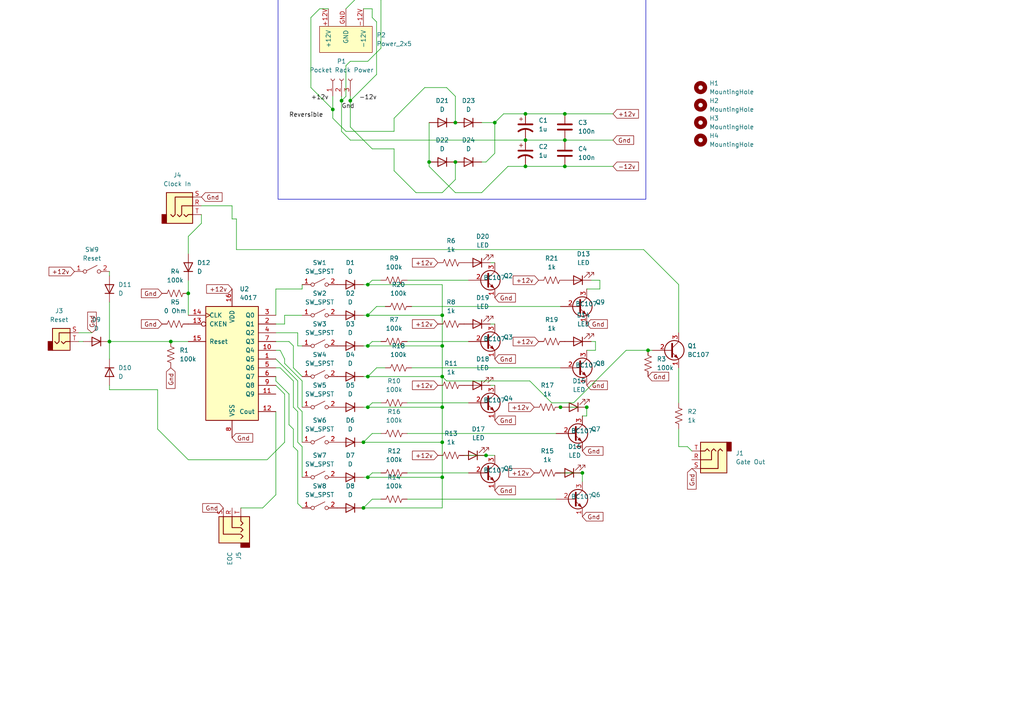
<source format=kicad_sch>
(kicad_sch
	(version 20231120)
	(generator "eeschema")
	(generator_version "8.0")
	(uuid "21d2210b-744b-4002-90d1-a52e0b014bf8")
	(paper "A4")
	(lib_symbols
		(symbol "4xxx:4017"
			(pin_names
				(offset 1.016)
			)
			(exclude_from_sim no)
			(in_bom yes)
			(on_board yes)
			(property "Reference" "U"
				(at -7.62 16.51 0)
				(effects
					(font
						(size 1.27 1.27)
					)
				)
			)
			(property "Value" "4017"
				(at -7.62 -19.05 0)
				(effects
					(font
						(size 1.27 1.27)
					)
				)
			)
			(property "Footprint" ""
				(at 0 0 0)
				(effects
					(font
						(size 1.27 1.27)
					)
					(hide yes)
				)
			)
			(property "Datasheet" "http://www.intersil.com/content/dam/Intersil/documents/cd40/cd4017bms-22bms.pdf"
				(at 0 0 0)
				(effects
					(font
						(size 1.27 1.27)
					)
					(hide yes)
				)
			)
			(property "Description" "Johnson Counter ( 10 outputs )"
				(at 0 0 0)
				(effects
					(font
						(size 1.27 1.27)
					)
					(hide yes)
				)
			)
			(property "ki_locked" ""
				(at 0 0 0)
				(effects
					(font
						(size 1.27 1.27)
					)
				)
			)
			(property "ki_keywords" "CNT CNT10"
				(at 0 0 0)
				(effects
					(font
						(size 1.27 1.27)
					)
					(hide yes)
				)
			)
			(property "ki_fp_filters" "DIP?16*"
				(at 0 0 0)
				(effects
					(font
						(size 1.27 1.27)
					)
					(hide yes)
				)
			)
			(symbol "4017_1_0"
				(pin output line
					(at 12.7 0 180)
					(length 5.08)
					(name "Q5"
						(effects
							(font
								(size 1.27 1.27)
							)
						)
					)
					(number "1"
						(effects
							(font
								(size 1.27 1.27)
							)
						)
					)
				)
				(pin output line
					(at 12.7 2.54 180)
					(length 5.08)
					(name "Q4"
						(effects
							(font
								(size 1.27 1.27)
							)
						)
					)
					(number "10"
						(effects
							(font
								(size 1.27 1.27)
							)
						)
					)
				)
				(pin output line
					(at 12.7 -10.16 180)
					(length 5.08)
					(name "Q9"
						(effects
							(font
								(size 1.27 1.27)
							)
						)
					)
					(number "11"
						(effects
							(font
								(size 1.27 1.27)
							)
						)
					)
				)
				(pin output line
					(at 12.7 -15.24 180)
					(length 5.08)
					(name "Cout"
						(effects
							(font
								(size 1.27 1.27)
							)
						)
					)
					(number "12"
						(effects
							(font
								(size 1.27 1.27)
							)
						)
					)
				)
				(pin input inverted
					(at -12.7 10.16 0)
					(length 5.08)
					(name "CKEN"
						(effects
							(font
								(size 1.27 1.27)
							)
						)
					)
					(number "13"
						(effects
							(font
								(size 1.27 1.27)
							)
						)
					)
				)
				(pin input clock
					(at -12.7 12.7 0)
					(length 5.08)
					(name "CLK"
						(effects
							(font
								(size 1.27 1.27)
							)
						)
					)
					(number "14"
						(effects
							(font
								(size 1.27 1.27)
							)
						)
					)
				)
				(pin input line
					(at -12.7 5.08 0)
					(length 5.08)
					(name "Reset"
						(effects
							(font
								(size 1.27 1.27)
							)
						)
					)
					(number "15"
						(effects
							(font
								(size 1.27 1.27)
							)
						)
					)
				)
				(pin power_in line
					(at 0 20.32 270)
					(length 5.08)
					(name "VDD"
						(effects
							(font
								(size 1.27 1.27)
							)
						)
					)
					(number "16"
						(effects
							(font
								(size 1.27 1.27)
							)
						)
					)
				)
				(pin output line
					(at 12.7 10.16 180)
					(length 5.08)
					(name "Q1"
						(effects
							(font
								(size 1.27 1.27)
							)
						)
					)
					(number "2"
						(effects
							(font
								(size 1.27 1.27)
							)
						)
					)
				)
				(pin output line
					(at 12.7 12.7 180)
					(length 5.08)
					(name "Q0"
						(effects
							(font
								(size 1.27 1.27)
							)
						)
					)
					(number "3"
						(effects
							(font
								(size 1.27 1.27)
							)
						)
					)
				)
				(pin output line
					(at 12.7 7.62 180)
					(length 5.08)
					(name "Q2"
						(effects
							(font
								(size 1.27 1.27)
							)
						)
					)
					(number "4"
						(effects
							(font
								(size 1.27 1.27)
							)
						)
					)
				)
				(pin output line
					(at 12.7 -2.54 180)
					(length 5.08)
					(name "Q6"
						(effects
							(font
								(size 1.27 1.27)
							)
						)
					)
					(number "5"
						(effects
							(font
								(size 1.27 1.27)
							)
						)
					)
				)
				(pin output line
					(at 12.7 -5.08 180)
					(length 5.08)
					(name "Q7"
						(effects
							(font
								(size 1.27 1.27)
							)
						)
					)
					(number "6"
						(effects
							(font
								(size 1.27 1.27)
							)
						)
					)
				)
				(pin output line
					(at 12.7 5.08 180)
					(length 5.08)
					(name "Q3"
						(effects
							(font
								(size 1.27 1.27)
							)
						)
					)
					(number "7"
						(effects
							(font
								(size 1.27 1.27)
							)
						)
					)
				)
				(pin power_in line
					(at 0 -22.86 90)
					(length 5.08)
					(name "VSS"
						(effects
							(font
								(size 1.27 1.27)
							)
						)
					)
					(number "8"
						(effects
							(font
								(size 1.27 1.27)
							)
						)
					)
				)
				(pin output line
					(at 12.7 -7.62 180)
					(length 5.08)
					(name "Q8"
						(effects
							(font
								(size 1.27 1.27)
							)
						)
					)
					(number "9"
						(effects
							(font
								(size 1.27 1.27)
							)
						)
					)
				)
			)
			(symbol "4017_1_1"
				(rectangle
					(start -7.62 15.24)
					(end 7.62 -17.78)
					(stroke
						(width 0.254)
						(type default)
					)
					(fill
						(type background)
					)
				)
			)
		)
		(symbol "CATs_Eurorack_Synth:Power_2x5"
			(pin_names
				(offset 1.016)
			)
			(exclude_from_sim no)
			(in_bom yes)
			(on_board yes)
			(property "Reference" "J"
				(at 0 10.16 0)
				(effects
					(font
						(size 1.27 1.27)
					)
				)
			)
			(property "Value" "Power_2x5"
				(at 0 8.89 0)
				(effects
					(font
						(size 1.27 1.27)
					)
				)
			)
			(property "Footprint" "Eurorack Synth:Power_2x5_Vertical"
				(at 1.27 0 0)
				(effects
					(font
						(size 1.27 1.27)
					)
					(hide yes)
				)
			)
			(property "Datasheet" ""
				(at 1.27 0 0)
				(effects
					(font
						(size 1.27 1.27)
					)
					(hide yes)
				)
			)
			(property "Description" ""
				(at 0 0 0)
				(effects
					(font
						(size 1.27 1.27)
					)
					(hide yes)
				)
			)
			(symbol "Power_2x5_0_1"
				(rectangle
					(start 3.81 7.62)
					(end -3.81 -7.62)
					(stroke
						(width 0)
						(type solid)
					)
					(fill
						(type background)
					)
				)
			)
			(symbol "Power_2x5_1_1"
				(pin power_out line
					(at 8.89 5.08 180)
					(length 5.08)
					(name "+12V"
						(effects
							(font
								(size 1.27 1.27)
							)
						)
					)
					(number "+12V"
						(effects
							(font
								(size 1.27 1.27)
							)
						)
					)
				)
				(pin power_out line
					(at 8.89 -5.08 180)
					(length 5.08)
					(name "-12V"
						(effects
							(font
								(size 1.27 1.27)
							)
						)
					)
					(number "-12V"
						(effects
							(font
								(size 1.27 1.27)
							)
						)
					)
				)
				(pin power_out line
					(at 8.89 0 180)
					(length 5.08)
					(name "GND"
						(effects
							(font
								(size 1.27 1.27)
							)
						)
					)
					(number "GND"
						(effects
							(font
								(size 1.27 1.27)
							)
						)
					)
				)
			)
		)
		(symbol "Connector:Conn_01x03_Socket"
			(pin_names
				(offset 1.016) hide)
			(exclude_from_sim no)
			(in_bom yes)
			(on_board yes)
			(property "Reference" "J"
				(at 0 5.08 0)
				(effects
					(font
						(size 1.27 1.27)
					)
				)
			)
			(property "Value" "Conn_01x03_Socket"
				(at 0 -5.08 0)
				(effects
					(font
						(size 1.27 1.27)
					)
				)
			)
			(property "Footprint" ""
				(at 0 0 0)
				(effects
					(font
						(size 1.27 1.27)
					)
					(hide yes)
				)
			)
			(property "Datasheet" "~"
				(at 0 0 0)
				(effects
					(font
						(size 1.27 1.27)
					)
					(hide yes)
				)
			)
			(property "Description" "Generic connector, single row, 01x03, script generated"
				(at 0 0 0)
				(effects
					(font
						(size 1.27 1.27)
					)
					(hide yes)
				)
			)
			(property "ki_locked" ""
				(at 0 0 0)
				(effects
					(font
						(size 1.27 1.27)
					)
				)
			)
			(property "ki_keywords" "connector"
				(at 0 0 0)
				(effects
					(font
						(size 1.27 1.27)
					)
					(hide yes)
				)
			)
			(property "ki_fp_filters" "Connector*:*_1x??_*"
				(at 0 0 0)
				(effects
					(font
						(size 1.27 1.27)
					)
					(hide yes)
				)
			)
			(symbol "Conn_01x03_Socket_1_1"
				(arc
					(start 0 -2.032)
					(mid -0.5058 -2.54)
					(end 0 -3.048)
					(stroke
						(width 0.1524)
						(type default)
					)
					(fill
						(type none)
					)
				)
				(polyline
					(pts
						(xy -1.27 -2.54) (xy -0.508 -2.54)
					)
					(stroke
						(width 0.1524)
						(type default)
					)
					(fill
						(type none)
					)
				)
				(polyline
					(pts
						(xy -1.27 0) (xy -0.508 0)
					)
					(stroke
						(width 0.1524)
						(type default)
					)
					(fill
						(type none)
					)
				)
				(polyline
					(pts
						(xy -1.27 2.54) (xy -0.508 2.54)
					)
					(stroke
						(width 0.1524)
						(type default)
					)
					(fill
						(type none)
					)
				)
				(arc
					(start 0 0.508)
					(mid -0.5058 0)
					(end 0 -0.508)
					(stroke
						(width 0.1524)
						(type default)
					)
					(fill
						(type none)
					)
				)
				(arc
					(start 0 3.048)
					(mid -0.5058 2.54)
					(end 0 2.032)
					(stroke
						(width 0.1524)
						(type default)
					)
					(fill
						(type none)
					)
				)
				(pin passive line
					(at -5.08 2.54 0)
					(length 3.81)
					(name "Pin_1"
						(effects
							(font
								(size 1.27 1.27)
							)
						)
					)
					(number "1"
						(effects
							(font
								(size 1.27 1.27)
							)
						)
					)
				)
				(pin passive line
					(at -5.08 0 0)
					(length 3.81)
					(name "Pin_2"
						(effects
							(font
								(size 1.27 1.27)
							)
						)
					)
					(number "2"
						(effects
							(font
								(size 1.27 1.27)
							)
						)
					)
				)
				(pin passive line
					(at -5.08 -2.54 0)
					(length 3.81)
					(name "Pin_3"
						(effects
							(font
								(size 1.27 1.27)
							)
						)
					)
					(number "3"
						(effects
							(font
								(size 1.27 1.27)
							)
						)
					)
				)
			)
		)
		(symbol "Connector_Audio:AudioJack2"
			(exclude_from_sim no)
			(in_bom yes)
			(on_board yes)
			(property "Reference" "J"
				(at 0 8.89 0)
				(effects
					(font
						(size 1.27 1.27)
					)
				)
			)
			(property "Value" "AudioJack2"
				(at 0 6.35 0)
				(effects
					(font
						(size 1.27 1.27)
					)
				)
			)
			(property "Footprint" ""
				(at 0 0 0)
				(effects
					(font
						(size 1.27 1.27)
					)
					(hide yes)
				)
			)
			(property "Datasheet" "~"
				(at 0 0 0)
				(effects
					(font
						(size 1.27 1.27)
					)
					(hide yes)
				)
			)
			(property "Description" "Audio Jack, 2 Poles (Mono / TS)"
				(at 0 0 0)
				(effects
					(font
						(size 1.27 1.27)
					)
					(hide yes)
				)
			)
			(property "ki_keywords" "audio jack receptacle mono phone headphone TS connector"
				(at 0 0 0)
				(effects
					(font
						(size 1.27 1.27)
					)
					(hide yes)
				)
			)
			(property "ki_fp_filters" "Jack*"
				(at 0 0 0)
				(effects
					(font
						(size 1.27 1.27)
					)
					(hide yes)
				)
			)
			(symbol "AudioJack2_0_1"
				(rectangle
					(start -3.81 0)
					(end -2.54 -2.54)
					(stroke
						(width 0.254)
						(type default)
					)
					(fill
						(type outline)
					)
				)
				(rectangle
					(start -2.54 3.81)
					(end 2.54 -2.54)
					(stroke
						(width 0.254)
						(type default)
					)
					(fill
						(type background)
					)
				)
				(polyline
					(pts
						(xy 0 0) (xy 0.635 -0.635) (xy 1.27 0) (xy 2.54 0)
					)
					(stroke
						(width 0.254)
						(type default)
					)
					(fill
						(type none)
					)
				)
				(polyline
					(pts
						(xy 2.54 2.54) (xy -0.635 2.54) (xy -0.635 0) (xy -1.27 -0.635) (xy -1.905 0)
					)
					(stroke
						(width 0.254)
						(type default)
					)
					(fill
						(type none)
					)
				)
			)
			(symbol "AudioJack2_1_1"
				(pin passive line
					(at 5.08 2.54 180)
					(length 2.54)
					(name "~"
						(effects
							(font
								(size 1.27 1.27)
							)
						)
					)
					(number "S"
						(effects
							(font
								(size 1.27 1.27)
							)
						)
					)
				)
				(pin passive line
					(at 5.08 0 180)
					(length 2.54)
					(name "~"
						(effects
							(font
								(size 1.27 1.27)
							)
						)
					)
					(number "T"
						(effects
							(font
								(size 1.27 1.27)
							)
						)
					)
				)
			)
		)
		(symbol "Connector_Audio:AudioJack3"
			(exclude_from_sim no)
			(in_bom yes)
			(on_board yes)
			(property "Reference" "J"
				(at 0 8.89 0)
				(effects
					(font
						(size 1.27 1.27)
					)
				)
			)
			(property "Value" "AudioJack3"
				(at 0 6.35 0)
				(effects
					(font
						(size 1.27 1.27)
					)
				)
			)
			(property "Footprint" ""
				(at 0 0 0)
				(effects
					(font
						(size 1.27 1.27)
					)
					(hide yes)
				)
			)
			(property "Datasheet" "~"
				(at 0 0 0)
				(effects
					(font
						(size 1.27 1.27)
					)
					(hide yes)
				)
			)
			(property "Description" "Audio Jack, 3 Poles (Stereo / TRS)"
				(at 0 0 0)
				(effects
					(font
						(size 1.27 1.27)
					)
					(hide yes)
				)
			)
			(property "ki_keywords" "audio jack receptacle stereo headphones phones TRS connector"
				(at 0 0 0)
				(effects
					(font
						(size 1.27 1.27)
					)
					(hide yes)
				)
			)
			(property "ki_fp_filters" "Jack*"
				(at 0 0 0)
				(effects
					(font
						(size 1.27 1.27)
					)
					(hide yes)
				)
			)
			(symbol "AudioJack3_0_1"
				(rectangle
					(start -5.08 -5.08)
					(end -6.35 -2.54)
					(stroke
						(width 0.254)
						(type default)
					)
					(fill
						(type outline)
					)
				)
				(polyline
					(pts
						(xy 0 -2.54) (xy 0.635 -3.175) (xy 1.27 -2.54) (xy 2.54 -2.54)
					)
					(stroke
						(width 0.254)
						(type default)
					)
					(fill
						(type none)
					)
				)
				(polyline
					(pts
						(xy -1.905 -2.54) (xy -1.27 -3.175) (xy -0.635 -2.54) (xy -0.635 0) (xy 2.54 0)
					)
					(stroke
						(width 0.254)
						(type default)
					)
					(fill
						(type none)
					)
				)
				(polyline
					(pts
						(xy 2.54 2.54) (xy -2.54 2.54) (xy -2.54 -2.54) (xy -3.175 -3.175) (xy -3.81 -2.54)
					)
					(stroke
						(width 0.254)
						(type default)
					)
					(fill
						(type none)
					)
				)
				(rectangle
					(start 2.54 3.81)
					(end -5.08 -5.08)
					(stroke
						(width 0.254)
						(type default)
					)
					(fill
						(type background)
					)
				)
			)
			(symbol "AudioJack3_1_1"
				(pin passive line
					(at 5.08 0 180)
					(length 2.54)
					(name "~"
						(effects
							(font
								(size 1.27 1.27)
							)
						)
					)
					(number "R"
						(effects
							(font
								(size 1.27 1.27)
							)
						)
					)
				)
				(pin passive line
					(at 5.08 2.54 180)
					(length 2.54)
					(name "~"
						(effects
							(font
								(size 1.27 1.27)
							)
						)
					)
					(number "S"
						(effects
							(font
								(size 1.27 1.27)
							)
						)
					)
				)
				(pin passive line
					(at 5.08 -2.54 180)
					(length 2.54)
					(name "~"
						(effects
							(font
								(size 1.27 1.27)
							)
						)
					)
					(number "T"
						(effects
							(font
								(size 1.27 1.27)
							)
						)
					)
				)
			)
		)
		(symbol "Device:C"
			(pin_numbers hide)
			(pin_names
				(offset 0.254)
			)
			(exclude_from_sim no)
			(in_bom yes)
			(on_board yes)
			(property "Reference" "C"
				(at 0.635 2.54 0)
				(effects
					(font
						(size 1.27 1.27)
					)
					(justify left)
				)
			)
			(property "Value" "C"
				(at 0.635 -2.54 0)
				(effects
					(font
						(size 1.27 1.27)
					)
					(justify left)
				)
			)
			(property "Footprint" ""
				(at 0.9652 -3.81 0)
				(effects
					(font
						(size 1.27 1.27)
					)
					(hide yes)
				)
			)
			(property "Datasheet" "~"
				(at 0 0 0)
				(effects
					(font
						(size 1.27 1.27)
					)
					(hide yes)
				)
			)
			(property "Description" "Unpolarized capacitor"
				(at 0 0 0)
				(effects
					(font
						(size 1.27 1.27)
					)
					(hide yes)
				)
			)
			(property "ki_keywords" "cap capacitor"
				(at 0 0 0)
				(effects
					(font
						(size 1.27 1.27)
					)
					(hide yes)
				)
			)
			(property "ki_fp_filters" "C_*"
				(at 0 0 0)
				(effects
					(font
						(size 1.27 1.27)
					)
					(hide yes)
				)
			)
			(symbol "C_0_1"
				(polyline
					(pts
						(xy -2.032 -0.762) (xy 2.032 -0.762)
					)
					(stroke
						(width 0.508)
						(type default)
					)
					(fill
						(type none)
					)
				)
				(polyline
					(pts
						(xy -2.032 0.762) (xy 2.032 0.762)
					)
					(stroke
						(width 0.508)
						(type default)
					)
					(fill
						(type none)
					)
				)
			)
			(symbol "C_1_1"
				(pin passive line
					(at 0 3.81 270)
					(length 2.794)
					(name "~"
						(effects
							(font
								(size 1.27 1.27)
							)
						)
					)
					(number "1"
						(effects
							(font
								(size 1.27 1.27)
							)
						)
					)
				)
				(pin passive line
					(at 0 -3.81 90)
					(length 2.794)
					(name "~"
						(effects
							(font
								(size 1.27 1.27)
							)
						)
					)
					(number "2"
						(effects
							(font
								(size 1.27 1.27)
							)
						)
					)
				)
			)
		)
		(symbol "Device:C_Polarized_US"
			(pin_numbers hide)
			(pin_names
				(offset 0.254) hide)
			(exclude_from_sim no)
			(in_bom yes)
			(on_board yes)
			(property "Reference" "C"
				(at 0.635 2.54 0)
				(effects
					(font
						(size 1.27 1.27)
					)
					(justify left)
				)
			)
			(property "Value" "C_Polarized_US"
				(at 0.635 -2.54 0)
				(effects
					(font
						(size 1.27 1.27)
					)
					(justify left)
				)
			)
			(property "Footprint" ""
				(at 0 0 0)
				(effects
					(font
						(size 1.27 1.27)
					)
					(hide yes)
				)
			)
			(property "Datasheet" "~"
				(at 0 0 0)
				(effects
					(font
						(size 1.27 1.27)
					)
					(hide yes)
				)
			)
			(property "Description" "Polarized capacitor, US symbol"
				(at 0 0 0)
				(effects
					(font
						(size 1.27 1.27)
					)
					(hide yes)
				)
			)
			(property "ki_keywords" "cap capacitor"
				(at 0 0 0)
				(effects
					(font
						(size 1.27 1.27)
					)
					(hide yes)
				)
			)
			(property "ki_fp_filters" "CP_*"
				(at 0 0 0)
				(effects
					(font
						(size 1.27 1.27)
					)
					(hide yes)
				)
			)
			(symbol "C_Polarized_US_0_1"
				(polyline
					(pts
						(xy -2.032 0.762) (xy 2.032 0.762)
					)
					(stroke
						(width 0.508)
						(type default)
					)
					(fill
						(type none)
					)
				)
				(polyline
					(pts
						(xy -1.778 2.286) (xy -0.762 2.286)
					)
					(stroke
						(width 0)
						(type default)
					)
					(fill
						(type none)
					)
				)
				(polyline
					(pts
						(xy -1.27 1.778) (xy -1.27 2.794)
					)
					(stroke
						(width 0)
						(type default)
					)
					(fill
						(type none)
					)
				)
				(arc
					(start 2.032 -1.27)
					(mid 0 -0.5572)
					(end -2.032 -1.27)
					(stroke
						(width 0.508)
						(type default)
					)
					(fill
						(type none)
					)
				)
			)
			(symbol "C_Polarized_US_1_1"
				(pin passive line
					(at 0 3.81 270)
					(length 2.794)
					(name "~"
						(effects
							(font
								(size 1.27 1.27)
							)
						)
					)
					(number "1"
						(effects
							(font
								(size 1.27 1.27)
							)
						)
					)
				)
				(pin passive line
					(at 0 -3.81 90)
					(length 3.302)
					(name "~"
						(effects
							(font
								(size 1.27 1.27)
							)
						)
					)
					(number "2"
						(effects
							(font
								(size 1.27 1.27)
							)
						)
					)
				)
			)
		)
		(symbol "Device:D"
			(pin_numbers hide)
			(pin_names
				(offset 1.016) hide)
			(exclude_from_sim no)
			(in_bom yes)
			(on_board yes)
			(property "Reference" "D"
				(at 0 2.54 0)
				(effects
					(font
						(size 1.27 1.27)
					)
				)
			)
			(property "Value" "D"
				(at 0 -2.54 0)
				(effects
					(font
						(size 1.27 1.27)
					)
				)
			)
			(property "Footprint" ""
				(at 0 0 0)
				(effects
					(font
						(size 1.27 1.27)
					)
					(hide yes)
				)
			)
			(property "Datasheet" "~"
				(at 0 0 0)
				(effects
					(font
						(size 1.27 1.27)
					)
					(hide yes)
				)
			)
			(property "Description" "Diode"
				(at 0 0 0)
				(effects
					(font
						(size 1.27 1.27)
					)
					(hide yes)
				)
			)
			(property "Sim.Device" "D"
				(at 0 0 0)
				(effects
					(font
						(size 1.27 1.27)
					)
					(hide yes)
				)
			)
			(property "Sim.Pins" "1=K 2=A"
				(at 0 0 0)
				(effects
					(font
						(size 1.27 1.27)
					)
					(hide yes)
				)
			)
			(property "ki_keywords" "diode"
				(at 0 0 0)
				(effects
					(font
						(size 1.27 1.27)
					)
					(hide yes)
				)
			)
			(property "ki_fp_filters" "TO-???* *_Diode_* *SingleDiode* D_*"
				(at 0 0 0)
				(effects
					(font
						(size 1.27 1.27)
					)
					(hide yes)
				)
			)
			(symbol "D_0_1"
				(polyline
					(pts
						(xy -1.27 1.27) (xy -1.27 -1.27)
					)
					(stroke
						(width 0.254)
						(type default)
					)
					(fill
						(type none)
					)
				)
				(polyline
					(pts
						(xy 1.27 0) (xy -1.27 0)
					)
					(stroke
						(width 0)
						(type default)
					)
					(fill
						(type none)
					)
				)
				(polyline
					(pts
						(xy 1.27 1.27) (xy 1.27 -1.27) (xy -1.27 0) (xy 1.27 1.27)
					)
					(stroke
						(width 0.254)
						(type default)
					)
					(fill
						(type none)
					)
				)
			)
			(symbol "D_1_1"
				(pin passive line
					(at -3.81 0 0)
					(length 2.54)
					(name "K"
						(effects
							(font
								(size 1.27 1.27)
							)
						)
					)
					(number "1"
						(effects
							(font
								(size 1.27 1.27)
							)
						)
					)
				)
				(pin passive line
					(at 3.81 0 180)
					(length 2.54)
					(name "A"
						(effects
							(font
								(size 1.27 1.27)
							)
						)
					)
					(number "2"
						(effects
							(font
								(size 1.27 1.27)
							)
						)
					)
				)
			)
		)
		(symbol "Device:LED"
			(pin_numbers hide)
			(pin_names
				(offset 1.016) hide)
			(exclude_from_sim no)
			(in_bom yes)
			(on_board yes)
			(property "Reference" "D"
				(at 0 2.54 0)
				(effects
					(font
						(size 1.27 1.27)
					)
				)
			)
			(property "Value" "LED"
				(at 0 -2.54 0)
				(effects
					(font
						(size 1.27 1.27)
					)
				)
			)
			(property "Footprint" ""
				(at 0 0 0)
				(effects
					(font
						(size 1.27 1.27)
					)
					(hide yes)
				)
			)
			(property "Datasheet" "~"
				(at 0 0 0)
				(effects
					(font
						(size 1.27 1.27)
					)
					(hide yes)
				)
			)
			(property "Description" "Light emitting diode"
				(at 0 0 0)
				(effects
					(font
						(size 1.27 1.27)
					)
					(hide yes)
				)
			)
			(property "ki_keywords" "LED diode"
				(at 0 0 0)
				(effects
					(font
						(size 1.27 1.27)
					)
					(hide yes)
				)
			)
			(property "ki_fp_filters" "LED* LED_SMD:* LED_THT:*"
				(at 0 0 0)
				(effects
					(font
						(size 1.27 1.27)
					)
					(hide yes)
				)
			)
			(symbol "LED_0_1"
				(polyline
					(pts
						(xy -1.27 -1.27) (xy -1.27 1.27)
					)
					(stroke
						(width 0.254)
						(type default)
					)
					(fill
						(type none)
					)
				)
				(polyline
					(pts
						(xy -1.27 0) (xy 1.27 0)
					)
					(stroke
						(width 0)
						(type default)
					)
					(fill
						(type none)
					)
				)
				(polyline
					(pts
						(xy 1.27 -1.27) (xy 1.27 1.27) (xy -1.27 0) (xy 1.27 -1.27)
					)
					(stroke
						(width 0.254)
						(type default)
					)
					(fill
						(type none)
					)
				)
				(polyline
					(pts
						(xy -3.048 -0.762) (xy -4.572 -2.286) (xy -3.81 -2.286) (xy -4.572 -2.286) (xy -4.572 -1.524)
					)
					(stroke
						(width 0)
						(type default)
					)
					(fill
						(type none)
					)
				)
				(polyline
					(pts
						(xy -1.778 -0.762) (xy -3.302 -2.286) (xy -2.54 -2.286) (xy -3.302 -2.286) (xy -3.302 -1.524)
					)
					(stroke
						(width 0)
						(type default)
					)
					(fill
						(type none)
					)
				)
			)
			(symbol "LED_1_1"
				(pin passive line
					(at -3.81 0 0)
					(length 2.54)
					(name "K"
						(effects
							(font
								(size 1.27 1.27)
							)
						)
					)
					(number "1"
						(effects
							(font
								(size 1.27 1.27)
							)
						)
					)
				)
				(pin passive line
					(at 3.81 0 180)
					(length 2.54)
					(name "A"
						(effects
							(font
								(size 1.27 1.27)
							)
						)
					)
					(number "2"
						(effects
							(font
								(size 1.27 1.27)
							)
						)
					)
				)
			)
		)
		(symbol "Device:R_US"
			(pin_numbers hide)
			(pin_names
				(offset 0)
			)
			(exclude_from_sim no)
			(in_bom yes)
			(on_board yes)
			(property "Reference" "R"
				(at 2.54 0 90)
				(effects
					(font
						(size 1.27 1.27)
					)
				)
			)
			(property "Value" "R_US"
				(at -2.54 0 90)
				(effects
					(font
						(size 1.27 1.27)
					)
				)
			)
			(property "Footprint" ""
				(at 1.016 -0.254 90)
				(effects
					(font
						(size 1.27 1.27)
					)
					(hide yes)
				)
			)
			(property "Datasheet" "~"
				(at 0 0 0)
				(effects
					(font
						(size 1.27 1.27)
					)
					(hide yes)
				)
			)
			(property "Description" "Resistor, US symbol"
				(at 0 0 0)
				(effects
					(font
						(size 1.27 1.27)
					)
					(hide yes)
				)
			)
			(property "ki_keywords" "R res resistor"
				(at 0 0 0)
				(effects
					(font
						(size 1.27 1.27)
					)
					(hide yes)
				)
			)
			(property "ki_fp_filters" "R_*"
				(at 0 0 0)
				(effects
					(font
						(size 1.27 1.27)
					)
					(hide yes)
				)
			)
			(symbol "R_US_0_1"
				(polyline
					(pts
						(xy 0 -2.286) (xy 0 -2.54)
					)
					(stroke
						(width 0)
						(type default)
					)
					(fill
						(type none)
					)
				)
				(polyline
					(pts
						(xy 0 2.286) (xy 0 2.54)
					)
					(stroke
						(width 0)
						(type default)
					)
					(fill
						(type none)
					)
				)
				(polyline
					(pts
						(xy 0 -0.762) (xy 1.016 -1.143) (xy 0 -1.524) (xy -1.016 -1.905) (xy 0 -2.286)
					)
					(stroke
						(width 0)
						(type default)
					)
					(fill
						(type none)
					)
				)
				(polyline
					(pts
						(xy 0 0.762) (xy 1.016 0.381) (xy 0 0) (xy -1.016 -0.381) (xy 0 -0.762)
					)
					(stroke
						(width 0)
						(type default)
					)
					(fill
						(type none)
					)
				)
				(polyline
					(pts
						(xy 0 2.286) (xy 1.016 1.905) (xy 0 1.524) (xy -1.016 1.143) (xy 0 0.762)
					)
					(stroke
						(width 0)
						(type default)
					)
					(fill
						(type none)
					)
				)
			)
			(symbol "R_US_1_1"
				(pin passive line
					(at 0 3.81 270)
					(length 1.27)
					(name "~"
						(effects
							(font
								(size 1.27 1.27)
							)
						)
					)
					(number "1"
						(effects
							(font
								(size 1.27 1.27)
							)
						)
					)
				)
				(pin passive line
					(at 0 -3.81 90)
					(length 1.27)
					(name "~"
						(effects
							(font
								(size 1.27 1.27)
							)
						)
					)
					(number "2"
						(effects
							(font
								(size 1.27 1.27)
							)
						)
					)
				)
			)
		)
		(symbol "Mechanical:MountingHole"
			(pin_names
				(offset 1.016)
			)
			(exclude_from_sim no)
			(in_bom yes)
			(on_board yes)
			(property "Reference" "H"
				(at 0 5.08 0)
				(effects
					(font
						(size 1.27 1.27)
					)
				)
			)
			(property "Value" "MountingHole"
				(at 0 3.175 0)
				(effects
					(font
						(size 1.27 1.27)
					)
				)
			)
			(property "Footprint" ""
				(at 0 0 0)
				(effects
					(font
						(size 1.27 1.27)
					)
					(hide yes)
				)
			)
			(property "Datasheet" "~"
				(at 0 0 0)
				(effects
					(font
						(size 1.27 1.27)
					)
					(hide yes)
				)
			)
			(property "Description" "Mounting Hole without connection"
				(at 0 0 0)
				(effects
					(font
						(size 1.27 1.27)
					)
					(hide yes)
				)
			)
			(property "ki_keywords" "mounting hole"
				(at 0 0 0)
				(effects
					(font
						(size 1.27 1.27)
					)
					(hide yes)
				)
			)
			(property "ki_fp_filters" "MountingHole*"
				(at 0 0 0)
				(effects
					(font
						(size 1.27 1.27)
					)
					(hide yes)
				)
			)
			(symbol "MountingHole_0_1"
				(circle
					(center 0 0)
					(radius 1.27)
					(stroke
						(width 1.27)
						(type default)
					)
					(fill
						(type none)
					)
				)
			)
		)
		(symbol "Switch:SW_SPST"
			(pin_names
				(offset 0) hide)
			(exclude_from_sim no)
			(in_bom yes)
			(on_board yes)
			(property "Reference" "SW"
				(at 0 3.175 0)
				(effects
					(font
						(size 1.27 1.27)
					)
				)
			)
			(property "Value" "SW_SPST"
				(at 0 -2.54 0)
				(effects
					(font
						(size 1.27 1.27)
					)
				)
			)
			(property "Footprint" ""
				(at 0 0 0)
				(effects
					(font
						(size 1.27 1.27)
					)
					(hide yes)
				)
			)
			(property "Datasheet" "~"
				(at 0 0 0)
				(effects
					(font
						(size 1.27 1.27)
					)
					(hide yes)
				)
			)
			(property "Description" "Single Pole Single Throw (SPST) switch"
				(at 0 0 0)
				(effects
					(font
						(size 1.27 1.27)
					)
					(hide yes)
				)
			)
			(property "ki_keywords" "switch lever"
				(at 0 0 0)
				(effects
					(font
						(size 1.27 1.27)
					)
					(hide yes)
				)
			)
			(symbol "SW_SPST_0_0"
				(circle
					(center -2.032 0)
					(radius 0.508)
					(stroke
						(width 0)
						(type default)
					)
					(fill
						(type none)
					)
				)
				(polyline
					(pts
						(xy -1.524 0.254) (xy 1.524 1.778)
					)
					(stroke
						(width 0)
						(type default)
					)
					(fill
						(type none)
					)
				)
				(circle
					(center 2.032 0)
					(radius 0.508)
					(stroke
						(width 0)
						(type default)
					)
					(fill
						(type none)
					)
				)
			)
			(symbol "SW_SPST_1_1"
				(pin passive line
					(at -5.08 0 0)
					(length 2.54)
					(name "A"
						(effects
							(font
								(size 1.27 1.27)
							)
						)
					)
					(number "1"
						(effects
							(font
								(size 1.27 1.27)
							)
						)
					)
				)
				(pin passive line
					(at 5.08 0 180)
					(length 2.54)
					(name "B"
						(effects
							(font
								(size 1.27 1.27)
							)
						)
					)
					(number "2"
						(effects
							(font
								(size 1.27 1.27)
							)
						)
					)
				)
			)
		)
		(symbol "Transistor_BJT:BC107"
			(pin_names
				(offset 0) hide)
			(exclude_from_sim no)
			(in_bom yes)
			(on_board yes)
			(property "Reference" "Q"
				(at 5.08 1.905 0)
				(effects
					(font
						(size 1.27 1.27)
					)
					(justify left)
				)
			)
			(property "Value" "BC107"
				(at 5.08 0 0)
				(effects
					(font
						(size 1.27 1.27)
					)
					(justify left)
				)
			)
			(property "Footprint" "Package_TO_SOT_THT:TO-18-3"
				(at 5.08 -1.905 0)
				(effects
					(font
						(size 1.27 1.27)
						(italic yes)
					)
					(justify left)
					(hide yes)
				)
			)
			(property "Datasheet" "http://www.b-kainka.de/Daten/Transistor/BC108.pdf"
				(at 0 0 0)
				(effects
					(font
						(size 1.27 1.27)
					)
					(justify left)
					(hide yes)
				)
			)
			(property "Description" "0.1A Ic, 50V Vce, Low Noise General Purpose NPN Transistor, TO-18"
				(at 0 0 0)
				(effects
					(font
						(size 1.27 1.27)
					)
					(hide yes)
				)
			)
			(property "ki_keywords" "NPN low noise transistor"
				(at 0 0 0)
				(effects
					(font
						(size 1.27 1.27)
					)
					(hide yes)
				)
			)
			(property "ki_fp_filters" "TO?18*"
				(at 0 0 0)
				(effects
					(font
						(size 1.27 1.27)
					)
					(hide yes)
				)
			)
			(symbol "BC107_0_1"
				(polyline
					(pts
						(xy 0.635 0.635) (xy 2.54 2.54)
					)
					(stroke
						(width 0)
						(type default)
					)
					(fill
						(type none)
					)
				)
				(polyline
					(pts
						(xy 0.635 -0.635) (xy 2.54 -2.54) (xy 2.54 -2.54)
					)
					(stroke
						(width 0)
						(type default)
					)
					(fill
						(type none)
					)
				)
				(polyline
					(pts
						(xy 0.635 1.905) (xy 0.635 -1.905) (xy 0.635 -1.905)
					)
					(stroke
						(width 0.508)
						(type default)
					)
					(fill
						(type none)
					)
				)
				(polyline
					(pts
						(xy 1.27 -1.778) (xy 1.778 -1.27) (xy 2.286 -2.286) (xy 1.27 -1.778) (xy 1.27 -1.778)
					)
					(stroke
						(width 0)
						(type default)
					)
					(fill
						(type outline)
					)
				)
				(circle
					(center 1.27 0)
					(radius 2.8194)
					(stroke
						(width 0.254)
						(type default)
					)
					(fill
						(type none)
					)
				)
			)
			(symbol "BC107_1_1"
				(pin passive line
					(at 2.54 -5.08 90)
					(length 2.54)
					(name "E"
						(effects
							(font
								(size 1.27 1.27)
							)
						)
					)
					(number "1"
						(effects
							(font
								(size 1.27 1.27)
							)
						)
					)
				)
				(pin input line
					(at -5.08 0 0)
					(length 5.715)
					(name "B"
						(effects
							(font
								(size 1.27 1.27)
							)
						)
					)
					(number "2"
						(effects
							(font
								(size 1.27 1.27)
							)
						)
					)
				)
				(pin passive line
					(at 2.54 5.08 270)
					(length 2.54)
					(name "C"
						(effects
							(font
								(size 1.27 1.27)
							)
						)
					)
					(number "3"
						(effects
							(font
								(size 1.27 1.27)
							)
						)
					)
				)
			)
		)
	)
	(junction
		(at 163.83 33.02)
		(diameter 0)
		(color 0 0 0 0)
		(uuid "01095b43-6392-424d-bcf6-94fffcf81a20")
	)
	(junction
		(at 105.41 147.32)
		(diameter 0)
		(color 0 0 0 0)
		(uuid "022575f5-4df5-4709-ae17-b1431530e1a1")
	)
	(junction
		(at 106.68 100.33)
		(diameter 0)
		(color 0 0 0 0)
		(uuid "216ded43-6b7b-446f-b997-411d028e7f88")
	)
	(junction
		(at 163.83 48.26)
		(diameter 0)
		(color 0 0 0 0)
		(uuid "2409b923-c436-4371-9c63-a7e7cf73e362")
	)
	(junction
		(at 162.56 118.11)
		(diameter 0)
		(color 0 0 0 0)
		(uuid "2c7a5331-24b6-45e5-ab74-00399539a9c1")
	)
	(junction
		(at 132.08 46.99)
		(diameter 0)
		(color 0 0 0 0)
		(uuid "3170df14-bd2a-4a91-8d96-6a6607971589")
	)
	(junction
		(at 105.41 128.27)
		(diameter 0)
		(color 0 0 0 0)
		(uuid "3bec77a1-4b69-412b-a7a6-cb3a9285b6e8")
	)
	(junction
		(at 163.83 40.64)
		(diameter 0)
		(color 0 0 0 0)
		(uuid "41b684e9-70e0-471d-a527-8243486dbb6e")
	)
	(junction
		(at 152.4 33.02)
		(diameter 0)
		(color 0 0 0 0)
		(uuid "42df62bb-e2ca-4c3b-9b2a-062ed3d92c52")
	)
	(junction
		(at 106.68 118.11)
		(diameter 0)
		(color 0 0 0 0)
		(uuid "48977d2d-e244-4a5f-af1f-a503f55b49de")
	)
	(junction
		(at 101.6 29.21)
		(diameter 0)
		(color 0 0 0 0)
		(uuid "4c0dff40-336c-480d-a465-59063305e086")
	)
	(junction
		(at 168.91 137.16)
		(diameter 0)
		(color 0 0 0 0)
		(uuid "4d19a07b-936e-4184-9898-4c125e904415")
	)
	(junction
		(at 132.08 35.56)
		(diameter 0)
		(color 0 0 0 0)
		(uuid "5db7d9f4-5d42-42ee-af9b-84ed2912d894")
	)
	(junction
		(at 124.46 46.99)
		(diameter 0)
		(color 0 0 0 0)
		(uuid "5e006eaa-d8af-4dbf-9151-b3c07d2a403e")
	)
	(junction
		(at 128.27 138.43)
		(diameter 0)
		(color 0 0 0 0)
		(uuid "69cd94c9-5f60-4c39-91fd-188a03c8e141")
	)
	(junction
		(at 106.68 91.44)
		(diameter 0)
		(color 0 0 0 0)
		(uuid "793e0498-a438-4f87-be0a-81ef7cd76fd3")
	)
	(junction
		(at 187.96 101.6)
		(diameter 0)
		(color 0 0 0 0)
		(uuid "82305a54-6284-4d79-b5ff-83f4799b289b")
	)
	(junction
		(at 128.27 91.44)
		(diameter 0)
		(color 0 0 0 0)
		(uuid "8781c592-3a75-42c2-ae90-3920ed61cbe4")
	)
	(junction
		(at 128.27 100.33)
		(diameter 0)
		(color 0 0 0 0)
		(uuid "8b0864b6-766b-455f-861c-4042359b37d8")
	)
	(junction
		(at 128.27 109.22)
		(diameter 0)
		(color 0 0 0 0)
		(uuid "94327cd1-b8ea-4771-8a76-e8faad60a7b6")
	)
	(junction
		(at 99.06 29.21)
		(diameter 0)
		(color 0 0 0 0)
		(uuid "94a80ce9-3fbd-491a-ae26-8e871047d6ee")
	)
	(junction
		(at 152.4 48.26)
		(diameter 0)
		(color 0 0 0 0)
		(uuid "99a87fc5-cfb1-4c76-9886-73d8054fb458")
	)
	(junction
		(at 54.61 85.09)
		(diameter 0)
		(color 0 0 0 0)
		(uuid "a0741f32-b8c7-4e91-a45f-66a9167d592a")
	)
	(junction
		(at 128.27 118.11)
		(diameter 0)
		(color 0 0 0 0)
		(uuid "b03c80a9-7ace-41f8-bf62-18fa7888ca8a")
	)
	(junction
		(at 31.75 99.06)
		(diameter 0)
		(color 0 0 0 0)
		(uuid "b294ce61-0f4f-4599-8f50-8f7b7c2c2a6b")
	)
	(junction
		(at 96.52 31.75)
		(diameter 0)
		(color 0 0 0 0)
		(uuid "bdb44d6c-6d81-4ad3-bbf3-6000607a48c1")
	)
	(junction
		(at 49.53 99.06)
		(diameter 0)
		(color 0 0 0 0)
		(uuid "be1f1613-c2e3-4b27-a3b4-5ddeb2d19796")
	)
	(junction
		(at 106.68 109.22)
		(diameter 0)
		(color 0 0 0 0)
		(uuid "c0523567-7dd0-4bca-ac07-ab1714ddc7ef")
	)
	(junction
		(at 152.4 40.64)
		(diameter 0)
		(color 0 0 0 0)
		(uuid "c530e5d6-2241-4a27-adf9-52e99c9222c5")
	)
	(junction
		(at 106.68 82.55)
		(diameter 0)
		(color 0 0 0 0)
		(uuid "c7faf689-e904-4704-818c-8e5b07705a40")
	)
	(junction
		(at 128.27 128.27)
		(diameter 0)
		(color 0 0 0 0)
		(uuid "d29f652d-5fe7-4ded-9c7c-25ba99395f98")
	)
	(junction
		(at 143.51 35.56)
		(diameter 0)
		(color 0 0 0 0)
		(uuid "d9e01b9f-f3a4-44e9-b6b6-70c54097c737")
	)
	(junction
		(at 140.97 132.08)
		(diameter 0)
		(color 0 0 0 0)
		(uuid "e6183c00-27f6-44c8-b13c-bfdfe1918126")
	)
	(junction
		(at 106.68 138.43)
		(diameter 0)
		(color 0 0 0 0)
		(uuid "fd8436f3-4666-4f6d-8584-94837e40f227")
	)
	(junction
		(at 170.18 118.11)
		(diameter 0)
		(color 0 0 0 0)
		(uuid "fed86835-ce2c-4ac2-a8e5-7a44ced22e03")
	)
	(wire
		(pts
			(xy 100.33 38.1) (xy 114.3 38.1)
		)
		(stroke
			(width 0)
			(type default)
		)
		(uuid "005fdb3b-e56a-41f1-8330-9721251517e4")
	)
	(wire
		(pts
			(xy 81.28 106.68) (xy 85.09 110.49)
		)
		(stroke
			(width 0)
			(type default)
		)
		(uuid "01021eab-d110-40e2-acc7-40d89b6c7499")
	)
	(wire
		(pts
			(xy 132.08 35.56) (xy 132.08 27.94)
		)
		(stroke
			(width 0)
			(type default)
		)
		(uuid "02529aa8-03cd-49c0-93eb-3cd4dc9683d3")
	)
	(wire
		(pts
			(xy 181.61 101.6) (xy 166.37 116.84)
		)
		(stroke
			(width 0)
			(type default)
		)
		(uuid "03f05c46-0a9a-43ca-8fe0-795d4859a20f")
	)
	(wire
		(pts
			(xy 189.23 101.6) (xy 187.96 101.6)
		)
		(stroke
			(width 0)
			(type default)
		)
		(uuid "0431319b-141f-4456-a7bb-96ede75d9be5")
	)
	(wire
		(pts
			(xy 45.72 113.03) (xy 45.72 124.46)
		)
		(stroke
			(width 0)
			(type default)
		)
		(uuid "06d282f0-07d1-43e1-a969-8b17b5b5295c")
	)
	(wire
		(pts
			(xy 109.22 88.9) (xy 111.76 88.9)
		)
		(stroke
			(width 0)
			(type default)
		)
		(uuid "0b103563-085a-47f1-a42f-fb3952f57209")
	)
	(wire
		(pts
			(xy 110.49 99.06) (xy 107.95 99.06)
		)
		(stroke
			(width 0)
			(type default)
		)
		(uuid "0e2699da-68b2-4c1d-a0f5-7c4be2ac5298")
	)
	(wire
		(pts
			(xy 118.11 144.78) (xy 161.29 144.78)
		)
		(stroke
			(width 0)
			(type default)
		)
		(uuid "0fe718cd-9b73-4367-84dc-06dd57d9250a")
	)
	(wire
		(pts
			(xy 135.89 116.84) (xy 118.11 116.84)
		)
		(stroke
			(width 0)
			(type default)
		)
		(uuid "1065c3da-5843-4561-970c-3e8b62b2eeed")
	)
	(wire
		(pts
			(xy 119.38 106.68) (xy 162.56 106.68)
		)
		(stroke
			(width 0)
			(type default)
		)
		(uuid "1192a513-b54c-4df0-a553-85ec8cfe7bba")
	)
	(wire
		(pts
			(xy 85.09 124.46) (xy 85.09 129.54)
		)
		(stroke
			(width 0)
			(type default)
		)
		(uuid "12b38606-d37f-43ea-a7e1-16f0163d2f9d")
	)
	(wire
		(pts
			(xy 147.32 48.26) (xy 152.4 48.26)
		)
		(stroke
			(width 0)
			(type default)
		)
		(uuid "154bae85-e3e9-42a1-a107-e6ff4655d4e7")
	)
	(wire
		(pts
			(xy 101.6 17.78) (xy 106.68 17.78)
		)
		(stroke
			(width 0)
			(type default)
		)
		(uuid "15f6c700-fdfc-4b37-8e71-95427de36c45")
	)
	(wire
		(pts
			(xy 143.51 93.98) (xy 142.24 93.98)
		)
		(stroke
			(width 0)
			(type default)
		)
		(uuid "1739f24e-b7bd-4b32-b0f2-268e3fc951ef")
	)
	(wire
		(pts
			(xy 90.17 5.08) (xy 90.17 25.4)
		)
		(stroke
			(width 0)
			(type default)
		)
		(uuid "184cb47b-d25c-4924-9826-bf42155c960c")
	)
	(wire
		(pts
			(xy 77.47 133.35) (xy 54.61 133.35)
		)
		(stroke
			(width 0)
			(type default)
		)
		(uuid "19eba71f-3658-47dd-8adc-7a03a3738a41")
	)
	(wire
		(pts
			(xy 196.85 106.68) (xy 196.85 116.84)
		)
		(stroke
			(width 0)
			(type default)
		)
		(uuid "1dd688bc-e31a-460f-ace9-1b90ae60e6c8")
	)
	(wire
		(pts
			(xy 163.83 48.26) (xy 177.8 48.26)
		)
		(stroke
			(width 0)
			(type default)
		)
		(uuid "1f8607e6-fe86-4bcf-aa3a-4c5a377940c2")
	)
	(wire
		(pts
			(xy 120.65 55.88) (xy 128.27 55.88)
		)
		(stroke
			(width 0)
			(type default)
		)
		(uuid "1fb1df29-4c4a-4550-9149-0a10cc5917ae")
	)
	(wire
		(pts
			(xy 85.09 118.11) (xy 86.36 119.38)
		)
		(stroke
			(width 0)
			(type default)
		)
		(uuid "1fd1bd58-e916-4308-b604-5e6bbc05782f")
	)
	(wire
		(pts
			(xy 80.01 106.68) (xy 81.28 106.68)
		)
		(stroke
			(width 0)
			(type default)
		)
		(uuid "215cb4f6-5974-448f-b146-b5c31585eeb5")
	)
	(wire
		(pts
			(xy 45.72 124.46) (xy 54.61 133.35)
		)
		(stroke
			(width 0)
			(type default)
		)
		(uuid "21cb1797-9234-4134-9c8b-ada6276cdbf3")
	)
	(wire
		(pts
			(xy 105.41 100.33) (xy 106.68 100.33)
		)
		(stroke
			(width 0)
			(type default)
		)
		(uuid "23687726-3ca4-494d-b29d-43da4d713bce")
	)
	(wire
		(pts
			(xy 95.25 2.54) (xy 92.71 2.54)
		)
		(stroke
			(width 0)
			(type default)
		)
		(uuid "23c22409-f08b-409e-b3d4-75079fef0649")
	)
	(wire
		(pts
			(xy 119.38 88.9) (xy 162.56 88.9)
		)
		(stroke
			(width 0)
			(type default)
		)
		(uuid "2433edcf-6194-49cf-9b52-e0dbe27a4e27")
	)
	(wire
		(pts
			(xy 87.63 82.55) (xy 87.63 83.82)
		)
		(stroke
			(width 0)
			(type default)
		)
		(uuid "255acfbe-408a-412b-aaa7-743ff9c5160f")
	)
	(wire
		(pts
			(xy 105.41 82.55) (xy 106.68 82.55)
		)
		(stroke
			(width 0)
			(type default)
		)
		(uuid "260cf7a2-c100-45b8-a6b2-b481f2d55151")
	)
	(wire
		(pts
			(xy 82.55 128.27) (xy 77.47 133.35)
		)
		(stroke
			(width 0)
			(type default)
		)
		(uuid "262dcf8b-5972-4642-b010-9c60bd5af9c5")
	)
	(wire
		(pts
			(xy 105.41 138.43) (xy 106.68 138.43)
		)
		(stroke
			(width 0)
			(type default)
		)
		(uuid "26784888-750a-4649-9231-939905b03d1a")
	)
	(wire
		(pts
			(xy 101.6 27.94) (xy 101.6 29.21)
		)
		(stroke
			(width 0)
			(type default)
		)
		(uuid "26a017f0-fd78-4bfc-ab97-fc156d94033a")
	)
	(wire
		(pts
			(xy 80.01 104.14) (xy 86.36 110.49)
		)
		(stroke
			(width 0)
			(type default)
		)
		(uuid "2701e496-c4d0-4c1b-bd05-fbcf2f274038")
	)
	(wire
		(pts
			(xy 107.95 2.54) (xy 107.95 5.08)
		)
		(stroke
			(width 0)
			(type default)
		)
		(uuid "28a8a497-07d4-4dee-adae-a494b4a9e8b4")
	)
	(wire
		(pts
			(xy 86.36 130.81) (xy 86.36 146.05)
		)
		(stroke
			(width 0)
			(type default)
		)
		(uuid "2e6d3055-33b2-4e5d-a804-e7c28e792a89")
	)
	(wire
		(pts
			(xy 96.52 34.29) (xy 100.33 38.1)
		)
		(stroke
			(width 0)
			(type default)
		)
		(uuid "30a40265-65b5-4b0a-a283-534c3e4b301c")
	)
	(wire
		(pts
			(xy 99.06 29.21) (xy 99.06 38.1)
		)
		(stroke
			(width 0)
			(type default)
		)
		(uuid "32fc9e08-b7f3-46c1-bf0b-1154fa8478d4")
	)
	(wire
		(pts
			(xy 153.67 110.49) (xy 129.54 110.49)
		)
		(stroke
			(width 0)
			(type default)
		)
		(uuid "33f55d8e-9930-4325-86fd-cd0591e5a2da")
	)
	(wire
		(pts
			(xy 87.63 119.38) (xy 87.63 128.27)
		)
		(stroke
			(width 0)
			(type default)
		)
		(uuid "345e0aee-e277-485c-9b54-69c2536537ae")
	)
	(wire
		(pts
			(xy 80.01 83.82) (xy 80.01 91.44)
		)
		(stroke
			(width 0)
			(type default)
		)
		(uuid "34b670d1-9461-4d46-9c68-a13f7cdb034f")
	)
	(wire
		(pts
			(xy 143.51 35.56) (xy 143.51 44.45)
		)
		(stroke
			(width 0)
			(type default)
		)
		(uuid "37360460-3c37-4114-baf9-7eeb16667bb9")
	)
	(wire
		(pts
			(xy 87.63 91.44) (xy 82.55 91.44)
		)
		(stroke
			(width 0)
			(type default)
		)
		(uuid "3d036228-a2cf-4f97-a0f3-c82ba3e98777")
	)
	(wire
		(pts
			(xy 86.36 96.52) (xy 80.01 96.52)
		)
		(stroke
			(width 0)
			(type default)
		)
		(uuid "3d7bbd7a-1074-4185-9f95-5382d579bc4a")
	)
	(wire
		(pts
			(xy 105.41 118.11) (xy 106.68 118.11)
		)
		(stroke
			(width 0)
			(type default)
		)
		(uuid "3d8acffc-2bd9-431d-8024-caec3925e5d0")
	)
	(wire
		(pts
			(xy 124.46 46.99) (xy 124.46 48.26)
		)
		(stroke
			(width 0)
			(type default)
		)
		(uuid "3ddcd1e8-40e3-463c-9e09-1aa388a9c2dc")
	)
	(wire
		(pts
			(xy 82.55 114.3) (xy 82.55 128.27)
		)
		(stroke
			(width 0)
			(type default)
		)
		(uuid "3e0de9ed-8882-47be-80ed-42e5a3e61018")
	)
	(wire
		(pts
			(xy 109.22 106.68) (xy 106.68 109.22)
		)
		(stroke
			(width 0)
			(type default)
		)
		(uuid "3fbecb95-851e-4e09-ac2b-5c27267f50d4")
	)
	(wire
		(pts
			(xy 80.01 99.06) (xy 83.82 99.06)
		)
		(stroke
			(width 0)
			(type default)
		)
		(uuid "40499f2a-e402-45a7-a93b-af9f86932162")
	)
	(wire
		(pts
			(xy 80.01 109.22) (xy 80.01 110.49)
		)
		(stroke
			(width 0)
			(type default)
		)
		(uuid "4171a1c0-ed4c-4a39-8b1f-1a44e14cd680")
	)
	(wire
		(pts
			(xy 107.95 125.73) (xy 105.41 128.27)
		)
		(stroke
			(width 0)
			(type default)
		)
		(uuid "42eea661-2d78-46cf-92be-bc904ea029e4")
	)
	(wire
		(pts
			(xy 31.75 87.63) (xy 31.75 99.06)
		)
		(stroke
			(width 0)
			(type default)
		)
		(uuid "433632f1-9cd2-4506-9d7c-49c6cae307df")
	)
	(wire
		(pts
			(xy 106.68 118.11) (xy 128.27 118.11)
		)
		(stroke
			(width 0)
			(type default)
		)
		(uuid "4350f9c5-0ad7-42b5-83d5-4badf8d215f8")
	)
	(wire
		(pts
			(xy 105.41 128.27) (xy 128.27 128.27)
		)
		(stroke
			(width 0)
			(type default)
		)
		(uuid "44c96f6d-4e4d-49f1-b9ac-91d3596834b9")
	)
	(wire
		(pts
			(xy 100.33 19.05) (xy 100.33 27.94)
		)
		(stroke
			(width 0)
			(type default)
		)
		(uuid "4611b983-8d01-4e7f-8ae3-95cbbd8ea531")
	)
	(wire
		(pts
			(xy 129.54 25.4) (xy 123.19 25.4)
		)
		(stroke
			(width 0)
			(type default)
		)
		(uuid "4649aa9d-5f03-413e-89c0-ca7f6c0784c7")
	)
	(wire
		(pts
			(xy 163.83 40.64) (xy 177.8 40.64)
		)
		(stroke
			(width 0)
			(type default)
		)
		(uuid "49058372-a0f7-46fd-a41b-caf993d911ba")
	)
	(wire
		(pts
			(xy 101.6 36.83) (xy 107.95 43.18)
		)
		(stroke
			(width 0)
			(type default)
		)
		(uuid "4a27c64c-f5a0-4ae9-add6-aec68e1d864f")
	)
	(wire
		(pts
			(xy 128.27 138.43) (xy 128.27 147.32)
		)
		(stroke
			(width 0)
			(type default)
		)
		(uuid "4b196440-5e10-4b1b-9d94-fbb551cb2eb5")
	)
	(wire
		(pts
			(xy 110.49 81.28) (xy 107.95 81.28)
		)
		(stroke
			(width 0)
			(type default)
		)
		(uuid "4b98a0d8-427f-444e-87d5-227e77606be1")
	)
	(wire
		(pts
			(xy 82.55 104.14) (xy 82.55 105.41)
		)
		(stroke
			(width 0)
			(type default)
		)
		(uuid "4d13fd7b-7edc-447f-83db-0187e59f4945")
	)
	(wire
		(pts
			(xy 106.68 100.33) (xy 128.27 100.33)
		)
		(stroke
			(width 0)
			(type default)
		)
		(uuid "4d4ec4b8-c196-4375-b1c7-7dd99843bf18")
	)
	(wire
		(pts
			(xy 128.27 118.11) (xy 128.27 128.27)
		)
		(stroke
			(width 0)
			(type default)
		)
		(uuid "4e3a237f-a1fb-44b1-88d1-82474dea3af3")
	)
	(wire
		(pts
			(xy 92.71 2.54) (xy 90.17 5.08)
		)
		(stroke
			(width 0)
			(type default)
		)
		(uuid "4fe4415f-f455-49ab-8735-d37ad0e73af5")
	)
	(wire
		(pts
			(xy 146.05 33.02) (xy 143.51 35.56)
		)
		(stroke
			(width 0)
			(type default)
		)
		(uuid "514200d0-377f-4933-baf8-364fe6900aec")
	)
	(wire
		(pts
			(xy 87.63 100.33) (xy 86.36 100.33)
		)
		(stroke
			(width 0)
			(type default)
		)
		(uuid "519396f8-ed70-4eaf-a476-08bd1eac38ea")
	)
	(wire
		(pts
			(xy 168.91 137.16) (xy 168.91 139.7)
		)
		(stroke
			(width 0)
			(type default)
		)
		(uuid "52710131-1d86-4d69-b318-790d66ef61c3")
	)
	(wire
		(pts
			(xy 99.06 38.1) (xy 101.6 40.64)
		)
		(stroke
			(width 0)
			(type default)
		)
		(uuid "53186d38-c603-42ea-a102-05c59b615836")
	)
	(wire
		(pts
			(xy 22.86 96.52) (xy 26.67 96.52)
		)
		(stroke
			(width 0)
			(type default)
		)
		(uuid "56e785f7-d495-48d1-a9ed-d1d34eca7720")
	)
	(wire
		(pts
			(xy 110.49 0) (xy 110.49 13.97)
		)
		(stroke
			(width 0)
			(type default)
		)
		(uuid "57fab8d8-34ab-4942-9c4a-963ed7603648")
	)
	(wire
		(pts
			(xy 135.89 137.16) (xy 118.11 137.16)
		)
		(stroke
			(width 0)
			(type default)
		)
		(uuid "58a54eb5-e6e1-47b9-96f9-e4187b65d3d7")
	)
	(wire
		(pts
			(xy 173.99 83.82) (xy 170.18 83.82)
		)
		(stroke
			(width 0)
			(type default)
		)
		(uuid "5af54d47-9756-4191-be83-e6e0331f4e45")
	)
	(wire
		(pts
			(xy 49.53 99.06) (xy 54.61 99.06)
		)
		(stroke
			(width 0)
			(type default)
		)
		(uuid "5b89a24e-af5b-44bd-94b5-d161b18a63d1")
	)
	(wire
		(pts
			(xy 22.86 99.06) (xy 24.13 99.06)
		)
		(stroke
			(width 0)
			(type default)
		)
		(uuid "604f938e-1391-49f4-9891-974defdeb5f7")
	)
	(wire
		(pts
			(xy 82.55 91.44) (xy 82.55 93.98)
		)
		(stroke
			(width 0)
			(type default)
		)
		(uuid "6399d8ef-8ffb-4984-a395-64221d317557")
	)
	(wire
		(pts
			(xy 143.51 76.2) (xy 142.24 76.2)
		)
		(stroke
			(width 0)
			(type default)
		)
		(uuid "63f4dca9-7d3a-4321-974b-17f9c5acbf9f")
	)
	(wire
		(pts
			(xy 110.49 137.16) (xy 107.95 137.16)
		)
		(stroke
			(width 0)
			(type default)
		)
		(uuid "6547ce27-3e4b-4344-b7ee-568eec7c0bb4")
	)
	(wire
		(pts
			(xy 68.58 63.5) (xy 68.58 72.39)
		)
		(stroke
			(width 0)
			(type default)
		)
		(uuid "66fe6fcd-3259-44d7-b93b-1f38574e9c40")
	)
	(wire
		(pts
			(xy 140.97 132.08) (xy 134.62 132.08)
		)
		(stroke
			(width 0)
			(type default)
		)
		(uuid "6823b3ed-74dc-42de-b9a9-767a318d08d1")
	)
	(wire
		(pts
			(xy 86.36 110.49) (xy 86.36 118.11)
		)
		(stroke
			(width 0)
			(type default)
		)
		(uuid "68745630-a43b-45b5-af3d-4b25a2db0613")
	)
	(wire
		(pts
			(xy 82.55 93.98) (xy 80.01 93.98)
		)
		(stroke
			(width 0)
			(type default)
		)
		(uuid "69643e1f-02bb-450a-8abc-d0443ef84222")
	)
	(wire
		(pts
			(xy 140.97 46.99) (xy 143.51 44.45)
		)
		(stroke
			(width 0)
			(type default)
		)
		(uuid "6ab06ab2-1580-46cd-9503-23427bbe5e27")
	)
	(wire
		(pts
			(xy 101.6 17.78) (xy 100.33 19.05)
		)
		(stroke
			(width 0)
			(type default)
		)
		(uuid "718cff46-133b-473d-9546-58b5de64b296")
	)
	(wire
		(pts
			(xy 170.18 118.11) (xy 170.18 120.65)
		)
		(stroke
			(width 0)
			(type default)
		)
		(uuid "73ee1a13-4460-4fa0-8ee5-2938d89d2250")
	)
	(wire
		(pts
			(xy 105.41 2.54) (xy 107.95 2.54)
		)
		(stroke
			(width 0)
			(type default)
		)
		(uuid "74c2fa5a-b702-4e3d-b94a-6911d094aae3")
	)
	(wire
		(pts
			(xy 196.85 129.54) (xy 199.39 129.54)
		)
		(stroke
			(width 0)
			(type default)
		)
		(uuid "77c7353f-392b-4c17-b341-655ff2c68d70")
	)
	(wire
		(pts
			(xy 31.75 99.06) (xy 31.75 104.14)
		)
		(stroke
			(width 0)
			(type default)
		)
		(uuid "79d24d94-ed58-4f6f-a679-839315458985")
	)
	(wire
		(pts
			(xy 132.08 55.88) (xy 139.7 55.88)
		)
		(stroke
			(width 0)
			(type default)
		)
		(uuid "7b67c232-d7ec-4fe8-875a-102a36b3b027")
	)
	(wire
		(pts
			(xy 83.82 123.19) (xy 85.09 124.46)
		)
		(stroke
			(width 0)
			(type default)
		)
		(uuid "7bd813b1-3773-407b-9cbe-fb487f0b709e")
	)
	(wire
		(pts
			(xy 105.41 147.32) (xy 128.27 147.32)
		)
		(stroke
			(width 0)
			(type default)
		)
		(uuid "7bed9315-bb07-45fb-9027-86b48d18035a")
	)
	(wire
		(pts
			(xy 80.01 119.38) (xy 80.01 143.51)
		)
		(stroke
			(width 0)
			(type default)
		)
		(uuid "7e664a74-4e39-4896-9e6a-8929f28dfd15")
	)
	(wire
		(pts
			(xy 187.96 101.6) (xy 181.61 101.6)
		)
		(stroke
			(width 0)
			(type default)
		)
		(uuid "8013ede6-ebb8-4bc1-bb96-6b2eb5a84513")
	)
	(wire
		(pts
			(xy 99.06 27.94) (xy 99.06 29.21)
		)
		(stroke
			(width 0)
			(type default)
		)
		(uuid "80e160e2-01b6-4276-a690-7814891f6c52")
	)
	(wire
		(pts
			(xy 83.82 99.06) (xy 85.09 100.33)
		)
		(stroke
			(width 0)
			(type default)
		)
		(uuid "82e98331-e771-486c-8067-f9aea1e6fb5d")
	)
	(wire
		(pts
			(xy 80.01 111.76) (xy 82.55 114.3)
		)
		(stroke
			(width 0)
			(type default)
		)
		(uuid "8460db9c-6974-4d83-9ec5-3826384cbe77")
	)
	(wire
		(pts
			(xy 110.49 116.84) (xy 107.95 116.84)
		)
		(stroke
			(width 0)
			(type default)
		)
		(uuid "8504ee65-9a9c-4206-9183-55dce25fdc28")
	)
	(wire
		(pts
			(xy 166.37 116.84) (xy 160.02 116.84)
		)
		(stroke
			(width 0)
			(type default)
		)
		(uuid "8554472d-104f-405c-90b8-3da428fce00e")
	)
	(wire
		(pts
			(xy 107.95 81.28) (xy 106.68 82.55)
		)
		(stroke
			(width 0)
			(type default)
		)
		(uuid "8614c1f3-527a-4075-a450-5b59c689df6e")
	)
	(wire
		(pts
			(xy 90.17 25.4) (xy 96.52 31.75)
		)
		(stroke
			(width 0)
			(type default)
		)
		(uuid "88c42d96-d3c5-4885-a615-9d8971cb9fa5")
	)
	(wire
		(pts
			(xy 80.01 110.49) (xy 83.82 114.3)
		)
		(stroke
			(width 0)
			(type default)
		)
		(uuid "88eeda32-187d-47c1-8771-b4a340bfd6f6")
	)
	(wire
		(pts
			(xy 85.09 110.49) (xy 85.09 118.11)
		)
		(stroke
			(width 0)
			(type default)
		)
		(uuid "89ec4f3d-d3d6-4eaa-a152-1fb36e7130ee")
	)
	(wire
		(pts
			(xy 172.72 101.6) (xy 170.18 101.6)
		)
		(stroke
			(width 0)
			(type default)
		)
		(uuid "8b5f929e-b26e-4c67-bb01-b4ce7ad4b48a")
	)
	(wire
		(pts
			(xy 110.49 13.97) (xy 106.68 17.78)
		)
		(stroke
			(width 0)
			(type default)
		)
		(uuid "8d1e25d5-9f8f-4a42-8950-d591aed9eff2")
	)
	(wire
		(pts
			(xy 177.8 33.02) (xy 163.83 33.02)
		)
		(stroke
			(width 0)
			(type default)
		)
		(uuid "8dcce141-d652-4bc7-9ecb-08f95fb9e879")
	)
	(wire
		(pts
			(xy 68.58 72.39) (xy 186.69 72.39)
		)
		(stroke
			(width 0)
			(type default)
		)
		(uuid "90199057-0621-4126-9022-1541e109eac3")
	)
	(wire
		(pts
			(xy 139.7 35.56) (xy 143.51 35.56)
		)
		(stroke
			(width 0)
			(type default)
		)
		(uuid "917da4fc-21ef-4071-a7fa-965296def8d1")
	)
	(wire
		(pts
			(xy 69.85 147.32) (xy 76.2 147.32)
		)
		(stroke
			(width 0)
			(type default)
		)
		(uuid "9225cbd9-1a64-4a7d-968e-69b4bb91cad7")
	)
	(wire
		(pts
			(xy 58.42 59.69) (xy 67.31 59.69)
		)
		(stroke
			(width 0)
			(type default)
		)
		(uuid "930aca99-8484-4d19-877c-976d2f50c3ab")
	)
	(wire
		(pts
			(xy 152.4 48.26) (xy 163.83 48.26)
		)
		(stroke
			(width 0)
			(type default)
		)
		(uuid "934f4f4a-d8bf-4295-bf0c-a958fc0b88ed")
	)
	(wire
		(pts
			(xy 106.68 109.22) (xy 128.27 109.22)
		)
		(stroke
			(width 0)
			(type default)
		)
		(uuid "9529b668-484b-42d5-a57a-c382c42d8559")
	)
	(wire
		(pts
			(xy 83.82 114.3) (xy 83.82 123.19)
		)
		(stroke
			(width 0)
			(type default)
		)
		(uuid "97572583-4bfb-4f54-bc33-e40f868e7851")
	)
	(wire
		(pts
			(xy 101.6 29.21) (xy 101.6 36.83)
		)
		(stroke
			(width 0)
			(type default)
		)
		(uuid "99f71350-5ada-4ab5-b16c-fc5ffacfe580")
	)
	(wire
		(pts
			(xy 124.46 35.56) (xy 124.46 46.99)
		)
		(stroke
			(width 0)
			(type default)
		)
		(uuid "9a279db5-098c-44d5-9080-a4d73ecebde0")
	)
	(wire
		(pts
			(xy 171.45 81.28) (xy 173.99 81.28)
		)
		(stroke
			(width 0)
			(type default)
		)
		(uuid "9a353f17-93bc-4f93-8c17-541350f5bc91")
	)
	(wire
		(pts
			(xy 87.63 129.54) (xy 87.63 138.43)
		)
		(stroke
			(width 0)
			(type default)
		)
		(uuid "9adf4a63-97e0-4a13-9f12-91ceb17ac2c8")
	)
	(wire
		(pts
			(xy 106.68 138.43) (xy 128.27 138.43)
		)
		(stroke
			(width 0)
			(type default)
		)
		(uuid "9c70c53a-cb14-4832-94a1-e8d0bdd34efe")
	)
	(wire
		(pts
			(xy 31.75 113.03) (xy 45.72 113.03)
		)
		(stroke
			(width 0)
			(type default)
		)
		(uuid "9f08bd81-4368-4336-a29f-6a03ceedaf87")
	)
	(wire
		(pts
			(xy 104.14 -1.27) (xy 109.22 -1.27)
		)
		(stroke
			(width 0)
			(type default)
		)
		(uuid "a1d51f96-45b0-46cc-823c-3c8aaae0b411")
	)
	(wire
		(pts
			(xy 31.75 99.06) (xy 49.53 99.06)
		)
		(stroke
			(width 0)
			(type default)
		)
		(uuid "a228e7c9-f386-4de8-8521-6d2a93d4f698")
	)
	(wire
		(pts
			(xy 105.41 91.44) (xy 106.68 91.44)
		)
		(stroke
			(width 0)
			(type default)
		)
		(uuid "a2e2ce00-8268-4129-aeff-9fb7eef6764f")
	)
	(wire
		(pts
			(xy 107.95 144.78) (xy 105.41 147.32)
		)
		(stroke
			(width 0)
			(type default)
		)
		(uuid "a33204b8-840a-4af4-bd33-e3aaa8886e35")
	)
	(wire
		(pts
			(xy 101.6 40.64) (xy 152.4 40.64)
		)
		(stroke
			(width 0)
			(type default)
		)
		(uuid "a4319e42-f372-4c5f-b818-e1d52e9fce6a")
	)
	(wire
		(pts
			(xy 162.56 118.11) (xy 170.18 118.11)
		)
		(stroke
			(width 0)
			(type default)
		)
		(uuid "a5e13e46-5688-4772-9b3f-a4e124e761d3")
	)
	(wire
		(pts
			(xy 114.3 34.29) (xy 114.3 38.1)
		)
		(stroke
			(width 0)
			(type default)
		)
		(uuid "a5fa7b58-f171-4047-b8a9-96bb57319c48")
	)
	(wire
		(pts
			(xy 86.36 119.38) (xy 86.36 128.27)
		)
		(stroke
			(width 0)
			(type default)
		)
		(uuid "a6b77838-6720-44a9-870c-89cad57dd9da")
	)
	(wire
		(pts
			(xy 129.54 110.49) (xy 128.27 109.22)
		)
		(stroke
			(width 0)
			(type default)
		)
		(uuid "a8b10efe-28c3-451f-9f55-a3ee645e4ae4")
	)
	(wire
		(pts
			(xy 81.28 101.6) (xy 82.55 104.14)
		)
		(stroke
			(width 0)
			(type default)
		)
		(uuid "a950ccd8-b3f4-41f9-8b52-2c5a9c35ca03")
	)
	(wire
		(pts
			(xy 80.01 101.6) (xy 81.28 101.6)
		)
		(stroke
			(width 0)
			(type default)
		)
		(uuid "a9bfbb16-c42a-42f6-a4a4-d1a0481242c9")
	)
	(wire
		(pts
			(xy 54.61 85.09) (xy 54.61 91.44)
		)
		(stroke
			(width 0)
			(type default)
		)
		(uuid "ab3a110d-f1f1-4ac9-a0b5-60103a2d0af1")
	)
	(wire
		(pts
			(xy 114.3 43.18) (xy 114.3 49.53)
		)
		(stroke
			(width 0)
			(type default)
		)
		(uuid "aba94d6f-8f3c-45c8-ba01-a9533eb1e256")
	)
	(wire
		(pts
			(xy 106.68 91.44) (xy 128.27 91.44)
		)
		(stroke
			(width 0)
			(type default)
		)
		(uuid "ad7e8b26-a477-4337-9b5a-8a9154fab5f1")
	)
	(wire
		(pts
			(xy 96.52 31.75) (xy 96.52 34.29)
		)
		(stroke
			(width 0)
			(type default)
		)
		(uuid "aee352fa-1519-4a7d-8588-f42c4fbbbb93")
	)
	(wire
		(pts
			(xy 199.39 129.54) (xy 200.66 130.81)
		)
		(stroke
			(width 0)
			(type default)
		)
		(uuid "b17d1c4f-e73c-4a2c-a2c2-ac9d159007de")
	)
	(wire
		(pts
			(xy 173.99 81.28) (xy 173.99 83.82)
		)
		(stroke
			(width 0)
			(type default)
		)
		(uuid "b371a0cb-7e64-4539-9135-6672ea531aa6")
	)
	(wire
		(pts
			(xy 152.4 33.02) (xy 146.05 33.02)
		)
		(stroke
			(width 0)
			(type default)
		)
		(uuid "b40f552f-47c5-4067-9da1-fbc6611bfd68")
	)
	(wire
		(pts
			(xy 160.02 116.84) (xy 153.67 110.49)
		)
		(stroke
			(width 0)
			(type default)
		)
		(uuid "b51ff378-084a-4b44-8d00-a4c14f29cbcc")
	)
	(wire
		(pts
			(xy 196.85 124.46) (xy 196.85 129.54)
		)
		(stroke
			(width 0)
			(type default)
		)
		(uuid "b5474dbf-ad7b-4373-bb0f-e9b2a33f040f")
	)
	(wire
		(pts
			(xy 186.69 72.39) (xy 196.85 82.55)
		)
		(stroke
			(width 0)
			(type default)
		)
		(uuid "b69e9e81-103e-4f27-b081-3361ce3a6767")
	)
	(wire
		(pts
			(xy 100.33 2.54) (xy 104.14 -1.27)
		)
		(stroke
			(width 0)
			(type default)
		)
		(uuid "b7a43eb1-e7bb-4076-8b56-71f1a2fb97e2")
	)
	(wire
		(pts
			(xy 107.95 125.73) (xy 110.49 125.73)
		)
		(stroke
			(width 0)
			(type default)
		)
		(uuid "b880347f-7656-446f-a19a-3dd8297caf9b")
	)
	(wire
		(pts
			(xy 68.58 63.5) (xy 67.31 63.5)
		)
		(stroke
			(width 0)
			(type default)
		)
		(uuid "bb957e08-222b-4e34-ae0d-43fe2dcdf095")
	)
	(wire
		(pts
			(xy 143.51 111.76) (xy 142.24 111.76)
		)
		(stroke
			(width 0)
			(type default)
		)
		(uuid "bbbaced0-99c4-4385-b868-9faea33a938d")
	)
	(wire
		(pts
			(xy 143.51 132.08) (xy 140.97 132.08)
		)
		(stroke
			(width 0)
			(type default)
		)
		(uuid "bdad86d2-67c4-4ba2-99d4-dd4a804dd21b")
	)
	(wire
		(pts
			(xy 87.63 110.49) (xy 87.63 118.11)
		)
		(stroke
			(width 0)
			(type default)
		)
		(uuid "bef70194-98b9-4269-a963-66b4dce0299a")
	)
	(wire
		(pts
			(xy 107.95 5.08) (xy 109.22 6.35)
		)
		(stroke
			(width 0)
			(type default)
		)
		(uuid "bf6a8c09-c52c-406d-b272-eb57bc95251a")
	)
	(wire
		(pts
			(xy 139.7 55.88) (xy 147.32 48.26)
		)
		(stroke
			(width 0)
			(type default)
		)
		(uuid "bfdbac07-4400-4727-b1de-5c9bf2b8c3e9")
	)
	(wire
		(pts
			(xy 109.22 88.9) (xy 106.68 91.44)
		)
		(stroke
			(width 0)
			(type default)
		)
		(uuid "c1f0aa94-0fcc-45ea-a52e-bf0693fe293b")
	)
	(wire
		(pts
			(xy 54.61 81.28) (xy 54.61 85.09)
		)
		(stroke
			(width 0)
			(type default)
		)
		(uuid "c280a8a7-b0bb-403c-9f59-770402ffe849")
	)
	(wire
		(pts
			(xy 106.68 82.55) (xy 128.27 82.55)
		)
		(stroke
			(width 0)
			(type default)
		)
		(uuid "c4ec949e-6c23-4720-83d4-83065b7321e6")
	)
	(wire
		(pts
			(xy 86.36 128.27) (xy 87.63 129.54)
		)
		(stroke
			(width 0)
			(type default)
		)
		(uuid "c619818a-d567-4367-8b2a-e20cd180f4f7")
	)
	(wire
		(pts
			(xy 139.7 46.99) (xy 140.97 46.99)
		)
		(stroke
			(width 0)
			(type default)
		)
		(uuid "c64cb676-0048-42d0-98d1-53495ded0dd3")
	)
	(wire
		(pts
			(xy 82.55 105.41) (xy 87.63 110.49)
		)
		(stroke
			(width 0)
			(type default)
		)
		(uuid "c7c4c633-3641-4c28-8d44-d6f35fb56300")
	)
	(wire
		(pts
			(xy 128.27 128.27) (xy 128.27 138.43)
		)
		(stroke
			(width 0)
			(type default)
		)
		(uuid "c7d8df31-45c1-4fb4-bfdd-acb61a70709c")
	)
	(wire
		(pts
			(xy 54.61 73.66) (xy 54.61 68.58)
		)
		(stroke
			(width 0)
			(type default)
		)
		(uuid "c932b086-037e-40ed-bcbf-29d83b5db983")
	)
	(wire
		(pts
			(xy 128.27 109.22) (xy 128.27 118.11)
		)
		(stroke
			(width 0)
			(type default)
		)
		(uuid "c942c4f0-2d58-48f9-a1ed-5a1bee84b80e")
	)
	(wire
		(pts
			(xy 76.2 147.32) (xy 80.01 143.51)
		)
		(stroke
			(width 0)
			(type default)
		)
		(uuid "c9bb54a5-8ba3-46bf-a628-a3e9ddaac937")
	)
	(wire
		(pts
			(xy 128.27 55.88) (xy 132.08 52.07)
		)
		(stroke
			(width 0)
			(type default)
		)
		(uuid "ca133f27-7d97-41d8-bd79-249b17be8e4e")
	)
	(wire
		(pts
			(xy 107.95 99.06) (xy 106.68 100.33)
		)
		(stroke
			(width 0)
			(type default)
		)
		(uuid "cb20d8b7-de44-4ee8-8c4a-1be656dca44d")
	)
	(wire
		(pts
			(xy 107.95 116.84) (xy 106.68 118.11)
		)
		(stroke
			(width 0)
			(type default)
		)
		(uuid "cbc0f505-b5bf-4ca9-baa7-f5bf6fb901ea")
	)
	(wire
		(pts
			(xy 114.3 34.29) (xy 123.19 25.4)
		)
		(stroke
			(width 0)
			(type default)
		)
		(uuid "cbd53bb7-8839-43c5-9722-19829d74fbbc")
	)
	(wire
		(pts
			(xy 107.95 43.18) (xy 114.3 43.18)
		)
		(stroke
			(width 0)
			(type default)
		)
		(uuid "cc11a8f3-f18e-4528-8f12-6146bb491abe")
	)
	(wire
		(pts
			(xy 86.36 146.05) (xy 87.63 147.32)
		)
		(stroke
			(width 0)
			(type default)
		)
		(uuid "ccf63b36-225b-45b2-bd58-2c55f0d08953")
	)
	(wire
		(pts
			(xy 109.22 6.35) (xy 109.22 21.59)
		)
		(stroke
			(width 0)
			(type default)
		)
		(uuid "ce30cc11-be19-49b3-b998-b356fdb3765b")
	)
	(wire
		(pts
			(xy 132.08 46.99) (xy 132.08 52.07)
		)
		(stroke
			(width 0)
			(type default)
		)
		(uuid "ce882c04-94d1-4d78-879d-265822304a9b")
	)
	(wire
		(pts
			(xy 152.4 40.64) (xy 163.83 40.64)
		)
		(stroke
			(width 0)
			(type default)
		)
		(uuid "cf7617b0-1b02-425c-841b-6954fb06ed3f")
	)
	(wire
		(pts
			(xy 96.52 27.94) (xy 96.52 31.75)
		)
		(stroke
			(width 0)
			(type default)
		)
		(uuid "cf99f11a-255b-477e-bd8e-46eb703527dc")
	)
	(wire
		(pts
			(xy 31.75 78.74) (xy 31.75 80.01)
		)
		(stroke
			(width 0)
			(type default)
		)
		(uuid "d006d49f-24e8-45ea-9f47-a16633ebcf8b")
	)
	(wire
		(pts
			(xy 128.27 100.33) (xy 128.27 109.22)
		)
		(stroke
			(width 0)
			(type default)
		)
		(uuid "d03c1dc2-57e9-43b4-8e2a-ca3cf2bda6d7")
	)
	(wire
		(pts
			(xy 109.22 106.68) (xy 111.76 106.68)
		)
		(stroke
			(width 0)
			(type default)
		)
		(uuid "d09a9259-cab6-4527-baaf-c7e765b9e9ff")
	)
	(wire
		(pts
			(xy 128.27 91.44) (xy 128.27 100.33)
		)
		(stroke
			(width 0)
			(type default)
		)
		(uuid "d0c1998f-e1ee-4be4-be22-7c2c4b831244")
	)
	(wire
		(pts
			(xy 124.46 48.26) (xy 132.08 55.88)
		)
		(stroke
			(width 0)
			(type default)
		)
		(uuid "d279816a-d8cc-4942-a36d-96ece2161410")
	)
	(wire
		(pts
			(xy 107.95 144.78) (xy 110.49 144.78)
		)
		(stroke
			(width 0)
			(type default)
		)
		(uuid "d2bba8b8-e73c-410a-b57b-f67d49e0f033")
	)
	(wire
		(pts
			(xy 85.09 100.33) (xy 85.09 106.68)
		)
		(stroke
			(width 0)
			(type default)
		)
		(uuid "d588e6bf-df96-4290-abc1-9dbca37750fd")
	)
	(wire
		(pts
			(xy 85.09 106.68) (xy 87.63 109.22)
		)
		(stroke
			(width 0)
			(type default)
		)
		(uuid "d8950d21-522c-4d78-9dd3-f21a0b1bfc94")
	)
	(wire
		(pts
			(xy 86.36 100.33) (xy 86.36 96.52)
		)
		(stroke
			(width 0)
			(type default)
		)
		(uuid "dae08cb7-3add-4c55-a460-8c1fdf55de6b")
	)
	(wire
		(pts
			(xy 105.41 109.22) (xy 106.68 109.22)
		)
		(stroke
			(width 0)
			(type default)
		)
		(uuid "dbdc83fd-69f9-4ea4-9f18-957c2fba3011")
	)
	(wire
		(pts
			(xy 196.85 82.55) (xy 196.85 96.52)
		)
		(stroke
			(width 0)
			(type default)
		)
		(uuid "e22b322b-65aa-4461-a292-a9726fb2daaf")
	)
	(wire
		(pts
			(xy 135.89 99.06) (xy 118.11 99.06)
		)
		(stroke
			(width 0)
			(type default)
		)
		(uuid "e354294e-e865-46b6-b4be-1991271fad8c")
	)
	(wire
		(pts
			(xy 171.45 99.06) (xy 172.72 99.06)
		)
		(stroke
			(width 0)
			(type default)
		)
		(uuid "e58552ec-b5dc-4e19-9244-7253ccefe198")
	)
	(wire
		(pts
			(xy 114.3 49.53) (xy 120.65 55.88)
		)
		(stroke
			(width 0)
			(type default)
		)
		(uuid "e806d8d4-998f-4047-8812-82c626a43fd1")
	)
	(wire
		(pts
			(xy 128.27 82.55) (xy 128.27 91.44)
		)
		(stroke
			(width 0)
			(type default)
		)
		(uuid "ea8f441f-6e64-456f-b006-e10fa6039c5d")
	)
	(wire
		(pts
			(xy 107.95 137.16) (xy 106.68 138.43)
		)
		(stroke
			(width 0)
			(type default)
		)
		(uuid "eab779b9-0e5a-4109-b42f-d407b46a715f")
	)
	(wire
		(pts
			(xy 86.36 118.11) (xy 87.63 119.38)
		)
		(stroke
			(width 0)
			(type default)
		)
		(uuid "eb56a4c2-8abf-47d1-a7d8-c5ae15ffaa93")
	)
	(wire
		(pts
			(xy 162.56 137.16) (xy 168.91 137.16)
		)
		(stroke
			(width 0)
			(type default)
		)
		(uuid "ec9ef79d-12ca-4cac-83f1-05ee7057edec")
	)
	(wire
		(pts
			(xy 163.83 33.02) (xy 152.4 33.02)
		)
		(stroke
			(width 0)
			(type default)
		)
		(uuid "ed5bc27b-3922-4e7a-b8cd-ee553b8b8a29")
	)
	(wire
		(pts
			(xy 67.31 59.69) (xy 67.31 63.5)
		)
		(stroke
			(width 0)
			(type default)
		)
		(uuid "ed98d830-f81a-476b-b37e-2e5346e8b5fc")
	)
	(wire
		(pts
			(xy 58.42 62.23) (xy 58.42 64.77)
		)
		(stroke
			(width 0)
			(type default)
		)
		(uuid "eff0bf7d-eabb-41e8-8bd6-4cd89afdd7fc")
	)
	(wire
		(pts
			(xy 85.09 129.54) (xy 86.36 130.81)
		)
		(stroke
			(width 0)
			(type default)
		)
		(uuid "f1ee53e4-5e3e-4d89-8030-13fd31535453")
	)
	(wire
		(pts
			(xy 54.61 68.58) (xy 58.42 64.77)
		)
		(stroke
			(width 0)
			(type default)
		)
		(uuid "f3ef0099-3551-41eb-aed8-67d5b08b45ce")
	)
	(wire
		(pts
			(xy 135.89 81.28) (xy 118.11 81.28)
		)
		(stroke
			(width 0)
			(type default)
		)
		(uuid "f49c17cf-27f2-452a-94d3-3202090c4980")
	)
	(wire
		(pts
			(xy 172.72 99.06) (xy 172.72 101.6)
		)
		(stroke
			(width 0)
			(type default)
		)
		(uuid "f4ef3f5e-8efd-418d-95e3-df7392949967")
	)
	(wire
		(pts
			(xy 109.22 -1.27) (xy 110.49 0)
		)
		(stroke
			(width 0)
			(type default)
		)
		(uuid "f8cafd4d-5043-44c2-93e0-028f61512e0f")
	)
	(wire
		(pts
			(xy 109.22 21.59) (xy 101.6 29.21)
		)
		(stroke
			(width 0)
			(type default)
		)
		(uuid "f9061123-dba9-4d02-815d-26450918373f")
	)
	(wire
		(pts
			(xy 87.63 83.82) (xy 80.01 83.82)
		)
		(stroke
			(width 0)
			(type default)
		)
		(uuid "f92048d5-725b-48dc-ba4b-df3116609e75")
	)
	(wire
		(pts
			(xy 100.33 27.94) (xy 99.06 29.21)
		)
		(stroke
			(width 0)
			(type default)
		)
		(uuid "fa3504e8-321b-4083-af36-11617884c28c")
	)
	(wire
		(pts
			(xy 170.18 120.65) (xy 168.91 120.65)
		)
		(stroke
			(width 0)
			(type default)
		)
		(uuid "fbcfe462-1673-4f4c-a7da-61dffb5481c1")
	)
	(wire
		(pts
			(xy 132.08 27.94) (xy 129.54 25.4)
		)
		(stroke
			(width 0)
			(type default)
		)
		(uuid "fc615a19-4488-4d44-b8e1-ab0acdf520aa")
	)
	(wire
		(pts
			(xy 118.11 125.73) (xy 161.29 125.73)
		)
		(stroke
			(width 0)
			(type default)
		)
		(uuid "fd513033-89b0-4db5-855d-909d04e6ba37")
	)
	(wire
		(pts
			(xy 31.75 111.76) (xy 31.75 113.03)
		)
		(stroke
			(width 0)
			(type default)
		)
		(uuid "ffa50b34-80f7-4719-bfba-f5d90b1b4b80")
	)
	(rectangle
		(start 80.645 -6.35)
		(end 187.325 57.785)
		(stroke
			(width 0)
			(type default)
		)
		(fill
			(type none)
		)
		(uuid 3eef698a-99dd-4afe-ba64-97b45ae378b3)
	)
	(label "Reversible"
		(at 83.82 34.29 0)
		(fields_autoplaced yes)
		(effects
			(font
				(size 1.27 1.27)
			)
			(justify left bottom)
		)
		(uuid "1be2de23-b5a3-4df7-82ea-27d8da4b55a2")
	)
	(label "-12v"
		(at 104.14 29.21 0)
		(fields_autoplaced yes)
		(effects
			(font
				(size 1.27 1.27)
			)
			(justify left bottom)
		)
		(uuid "501afb77-3729-4a53-ac9d-b2276a2cfd2b")
	)
	(label "Gnd"
		(at 99.06 31.75 0)
		(fields_autoplaced yes)
		(effects
			(font
				(size 1.27 1.27)
			)
			(justify left bottom)
		)
		(uuid "bbccf064-a9d0-4350-8483-80efd15ecd60")
	)
	(label "+12v"
		(at 90.17 29.21 0)
		(fields_autoplaced yes)
		(effects
			(font
				(size 1.27 1.27)
			)
			(justify left bottom)
		)
		(uuid "d1893558-1ada-4e14-9885-9efd9cbcc178")
	)
	(global_label "Gnd"
		(shape input)
		(at 58.42 57.15 0)
		(fields_autoplaced yes)
		(effects
			(font
				(size 1.27 1.27)
			)
			(justify left)
		)
		(uuid "12f60237-0266-4cae-a972-98fc32aa2642")
		(property "Intersheetrefs" "${INTERSHEET_REFS}"
			(at 64.9732 57.15 0)
			(effects
				(font
					(size 1.27 1.27)
				)
				(justify left)
				(hide yes)
			)
		)
	)
	(global_label "+12v"
		(shape input)
		(at 154.94 118.11 180)
		(fields_autoplaced yes)
		(effects
			(font
				(size 1.27 1.27)
			)
			(justify right)
		)
		(uuid "173afbef-770d-4c59-a2e1-0c416ae9c28d")
		(property "Intersheetrefs" "${INTERSHEET_REFS}"
			(at 146.9958 118.11 0)
			(effects
				(font
					(size 1.27 1.27)
				)
				(justify right)
				(hide yes)
			)
		)
	)
	(global_label "Gnd"
		(shape input)
		(at 143.51 104.14 0)
		(fields_autoplaced yes)
		(effects
			(font
				(size 1.27 1.27)
			)
			(justify left)
		)
		(uuid "189f4945-3d7c-4860-959e-f79bfaaa3f05")
		(property "Intersheetrefs" "${INTERSHEET_REFS}"
			(at 150.0632 104.14 0)
			(effects
				(font
					(size 1.27 1.27)
				)
				(justify left)
				(hide yes)
			)
		)
	)
	(global_label "Gnd"
		(shape input)
		(at 170.18 93.98 0)
		(fields_autoplaced yes)
		(effects
			(font
				(size 1.27 1.27)
			)
			(justify left)
		)
		(uuid "2820aa1e-a80f-4a1c-9709-cfb4eebc43f5")
		(property "Intersheetrefs" "${INTERSHEET_REFS}"
			(at 176.7332 93.98 0)
			(effects
				(font
					(size 1.27 1.27)
				)
				(justify left)
				(hide yes)
			)
		)
	)
	(global_label "Gnd"
		(shape input)
		(at 177.8 40.64 0)
		(fields_autoplaced yes)
		(effects
			(font
				(size 1.27 1.27)
			)
			(justify left)
		)
		(uuid "2a036232-bcbe-4bd0-8804-6dab4c1f1c6f")
		(property "Intersheetrefs" "${INTERSHEET_REFS}"
			(at 184.3532 40.64 0)
			(effects
				(font
					(size 1.27 1.27)
				)
				(justify left)
				(hide yes)
			)
		)
	)
	(global_label "Gnd"
		(shape input)
		(at 26.67 96.52 90)
		(fields_autoplaced yes)
		(effects
			(font
				(size 1.27 1.27)
			)
			(justify left)
		)
		(uuid "3f73ac17-07a2-4882-89aa-d18b31cf0b49")
		(property "Intersheetrefs" "${INTERSHEET_REFS}"
			(at 26.67 89.9668 90)
			(effects
				(font
					(size 1.27 1.27)
				)
				(justify left)
				(hide yes)
			)
		)
	)
	(global_label "Gnd"
		(shape input)
		(at 200.66 135.89 270)
		(fields_autoplaced yes)
		(effects
			(font
				(size 1.27 1.27)
			)
			(justify right)
		)
		(uuid "411d8b2b-ee16-45d1-8fdb-add35d90cfa6")
		(property "Intersheetrefs" "${INTERSHEET_REFS}"
			(at 200.66 142.4432 90)
			(effects
				(font
					(size 1.27 1.27)
				)
				(justify right)
				(hide yes)
			)
		)
	)
	(global_label "Gnd"
		(shape input)
		(at 168.91 130.81 0)
		(fields_autoplaced yes)
		(effects
			(font
				(size 1.27 1.27)
			)
			(justify left)
		)
		(uuid "4906ebec-9d59-4d74-a097-2810e3d55666")
		(property "Intersheetrefs" "${INTERSHEET_REFS}"
			(at 175.4632 130.81 0)
			(effects
				(font
					(size 1.27 1.27)
				)
				(justify left)
				(hide yes)
			)
		)
	)
	(global_label "-12v"
		(shape input)
		(at 177.8 48.26 0)
		(fields_autoplaced yes)
		(effects
			(font
				(size 1.27 1.27)
			)
			(justify left)
		)
		(uuid "4d3d4489-f6b0-4471-ab3c-e65d4bcbcafe")
		(property "Intersheetrefs" "${INTERSHEET_REFS}"
			(at 185.7442 48.26 0)
			(effects
				(font
					(size 1.27 1.27)
				)
				(justify left)
				(hide yes)
			)
		)
	)
	(global_label "+12v"
		(shape input)
		(at 127 93.98 180)
		(fields_autoplaced yes)
		(effects
			(font
				(size 1.27 1.27)
			)
			(justify right)
		)
		(uuid "5c015f1c-5186-4a57-8d4f-d43a35df7cd5")
		(property "Intersheetrefs" "${INTERSHEET_REFS}"
			(at 119.0558 93.98 0)
			(effects
				(font
					(size 1.27 1.27)
				)
				(justify right)
				(hide yes)
			)
		)
	)
	(global_label "Gnd"
		(shape input)
		(at 49.53 106.68 270)
		(fields_autoplaced yes)
		(effects
			(font
				(size 1.27 1.27)
			)
			(justify right)
		)
		(uuid "65fcb683-9689-43f4-9ca7-f0f04b379a6e")
		(property "Intersheetrefs" "${INTERSHEET_REFS}"
			(at 49.53 113.2332 90)
			(effects
				(font
					(size 1.27 1.27)
				)
				(justify right)
				(hide yes)
			)
		)
	)
	(global_label "Gnd"
		(shape input)
		(at 168.91 149.86 0)
		(fields_autoplaced yes)
		(effects
			(font
				(size 1.27 1.27)
			)
			(justify left)
		)
		(uuid "7a2a0fae-c089-4963-b28a-1177b817b6db")
		(property "Intersheetrefs" "${INTERSHEET_REFS}"
			(at 175.4632 149.86 0)
			(effects
				(font
					(size 1.27 1.27)
				)
				(justify left)
				(hide yes)
			)
		)
	)
	(global_label "Gnd"
		(shape input)
		(at 170.18 111.76 0)
		(fields_autoplaced yes)
		(effects
			(font
				(size 1.27 1.27)
			)
			(justify left)
		)
		(uuid "7b310aff-9ca7-42d4-b569-d5718ab68087")
		(property "Intersheetrefs" "${INTERSHEET_REFS}"
			(at 176.7332 111.76 0)
			(effects
				(font
					(size 1.27 1.27)
				)
				(justify left)
				(hide yes)
			)
		)
	)
	(global_label "+12v"
		(shape input)
		(at 154.94 137.16 180)
		(fields_autoplaced yes)
		(effects
			(font
				(size 1.27 1.27)
			)
			(justify right)
		)
		(uuid "819b8e10-dd5b-4962-917d-e6e90d508527")
		(property "Intersheetrefs" "${INTERSHEET_REFS}"
			(at 146.9958 137.16 0)
			(effects
				(font
					(size 1.27 1.27)
				)
				(justify right)
				(hide yes)
			)
		)
	)
	(global_label "+12v"
		(shape input)
		(at 127 132.08 180)
		(fields_autoplaced yes)
		(effects
			(font
				(size 1.27 1.27)
			)
			(justify right)
		)
		(uuid "9f617eb5-c2a2-4929-b438-3aa355a3c3b4")
		(property "Intersheetrefs" "${INTERSHEET_REFS}"
			(at 119.0558 132.08 0)
			(effects
				(font
					(size 1.27 1.27)
				)
				(justify right)
				(hide yes)
			)
		)
	)
	(global_label "+12v"
		(shape input)
		(at 127 111.76 180)
		(fields_autoplaced yes)
		(effects
			(font
				(size 1.27 1.27)
			)
			(justify right)
		)
		(uuid "a1700d6a-2fc5-48e9-99cd-bba20f10623a")
		(property "Intersheetrefs" "${INTERSHEET_REFS}"
			(at 119.0558 111.76 0)
			(effects
				(font
					(size 1.27 1.27)
				)
				(justify right)
				(hide yes)
			)
		)
	)
	(global_label "+12v"
		(shape input)
		(at 127 76.2 180)
		(fields_autoplaced yes)
		(effects
			(font
				(size 1.27 1.27)
			)
			(justify right)
		)
		(uuid "a2ad09e8-36f0-4b8c-87e6-f52efeaf25cf")
		(property "Intersheetrefs" "${INTERSHEET_REFS}"
			(at 119.0558 76.2 0)
			(effects
				(font
					(size 1.27 1.27)
				)
				(justify right)
				(hide yes)
			)
		)
	)
	(global_label "+12v"
		(shape input)
		(at 21.59 78.74 180)
		(fields_autoplaced yes)
		(effects
			(font
				(size 1.27 1.27)
			)
			(justify right)
		)
		(uuid "a3c22790-14b3-4eab-a17e-d3784e6bfafc")
		(property "Intersheetrefs" "${INTERSHEET_REFS}"
			(at 13.6458 78.74 0)
			(effects
				(font
					(size 1.27 1.27)
				)
				(justify right)
				(hide yes)
			)
		)
	)
	(global_label "Gnd"
		(shape input)
		(at 46.99 93.98 180)
		(fields_autoplaced yes)
		(effects
			(font
				(size 1.27 1.27)
			)
			(justify right)
		)
		(uuid "b7afe81b-d401-45b2-ba71-1654e6a47ca2")
		(property "Intersheetrefs" "${INTERSHEET_REFS}"
			(at 40.4368 93.98 0)
			(effects
				(font
					(size 1.27 1.27)
				)
				(justify right)
				(hide yes)
			)
		)
	)
	(global_label "+12v"
		(shape input)
		(at 177.8 33.02 0)
		(fields_autoplaced yes)
		(effects
			(font
				(size 1.27 1.27)
			)
			(justify left)
		)
		(uuid "bd2e63bf-30b0-4cf1-817f-80be9c614289")
		(property "Intersheetrefs" "${INTERSHEET_REFS}"
			(at 185.7442 33.02 0)
			(effects
				(font
					(size 1.27 1.27)
				)
				(justify left)
				(hide yes)
			)
		)
	)
	(global_label "+12v"
		(shape input)
		(at 156.21 81.28 180)
		(fields_autoplaced yes)
		(effects
			(font
				(size 1.27 1.27)
			)
			(justify right)
		)
		(uuid "bf275d8a-ae68-43ec-9898-57c575ba6efc")
		(property "Intersheetrefs" "${INTERSHEET_REFS}"
			(at 148.2658 81.28 0)
			(effects
				(font
					(size 1.27 1.27)
				)
				(justify right)
				(hide yes)
			)
		)
	)
	(global_label "Gnd"
		(shape input)
		(at 46.99 85.09 180)
		(fields_autoplaced yes)
		(effects
			(font
				(size 1.27 1.27)
			)
			(justify right)
		)
		(uuid "c6a17177-7744-42d8-aa2b-1382d2fac1b8")
		(property "Intersheetrefs" "${INTERSHEET_REFS}"
			(at 40.4368 85.09 0)
			(effects
				(font
					(size 1.27 1.27)
				)
				(justify right)
				(hide yes)
			)
		)
	)
	(global_label "Gnd"
		(shape input)
		(at 143.51 86.36 0)
		(fields_autoplaced yes)
		(effects
			(font
				(size 1.27 1.27)
			)
			(justify left)
		)
		(uuid "c7711e9a-e1ce-4e20-b436-6a5c8f712f29")
		(property "Intersheetrefs" "${INTERSHEET_REFS}"
			(at 150.0632 86.36 0)
			(effects
				(font
					(size 1.27 1.27)
				)
				(justify left)
				(hide yes)
			)
		)
	)
	(global_label "Gnd"
		(shape input)
		(at 143.51 142.24 0)
		(fields_autoplaced yes)
		(effects
			(font
				(size 1.27 1.27)
			)
			(justify left)
		)
		(uuid "cea8b6bb-b46d-4405-ac56-63ffa85cbba9")
		(property "Intersheetrefs" "${INTERSHEET_REFS}"
			(at 150.0632 142.24 0)
			(effects
				(font
					(size 1.27 1.27)
				)
				(justify left)
				(hide yes)
			)
		)
	)
	(global_label "Gnd"
		(shape input)
		(at 64.77 147.32 180)
		(fields_autoplaced yes)
		(effects
			(font
				(size 1.27 1.27)
			)
			(justify right)
		)
		(uuid "de13c241-65cc-454d-ac0d-5f83c832215b")
		(property "Intersheetrefs" "${INTERSHEET_REFS}"
			(at 58.2168 147.32 0)
			(effects
				(font
					(size 1.27 1.27)
				)
				(justify right)
				(hide yes)
			)
		)
	)
	(global_label "+12v"
		(shape input)
		(at 156.21 99.06 180)
		(fields_autoplaced yes)
		(effects
			(font
				(size 1.27 1.27)
			)
			(justify right)
		)
		(uuid "e151e62e-380d-4058-a60b-76b3d5a9deca")
		(property "Intersheetrefs" "${INTERSHEET_REFS}"
			(at 148.2658 99.06 0)
			(effects
				(font
					(size 1.27 1.27)
				)
				(justify right)
				(hide yes)
			)
		)
	)
	(global_label "+12v"
		(shape input)
		(at 67.31 83.82 180)
		(fields_autoplaced yes)
		(effects
			(font
				(size 1.27 1.27)
			)
			(justify right)
		)
		(uuid "e3bdeb04-2b90-492a-8dff-7f74b06ac545")
		(property "Intersheetrefs" "${INTERSHEET_REFS}"
			(at 59.3658 83.82 0)
			(effects
				(font
					(size 1.27 1.27)
				)
				(justify right)
				(hide yes)
			)
		)
	)
	(global_label "Gnd"
		(shape input)
		(at 187.96 109.22 0)
		(fields_autoplaced yes)
		(effects
			(font
				(size 1.27 1.27)
			)
			(justify left)
		)
		(uuid "f0535df6-5bb3-4a70-b046-6c1ff95bb521")
		(property "Intersheetrefs" "${INTERSHEET_REFS}"
			(at 194.5132 109.22 0)
			(effects
				(font
					(size 1.27 1.27)
				)
				(justify left)
				(hide yes)
			)
		)
	)
	(global_label "Gnd"
		(shape input)
		(at 67.31 127 0)
		(fields_autoplaced yes)
		(effects
			(font
				(size 1.27 1.27)
			)
			(justify left)
		)
		(uuid "f7897d8b-ada6-482a-a335-4a01932fe3e3")
		(property "Intersheetrefs" "${INTERSHEET_REFS}"
			(at 73.8632 127 0)
			(effects
				(font
					(size 1.27 1.27)
				)
				(justify left)
				(hide yes)
			)
		)
	)
	(global_label "Gnd"
		(shape input)
		(at 143.51 121.92 0)
		(fields_autoplaced yes)
		(effects
			(font
				(size 1.27 1.27)
			)
			(justify left)
		)
		(uuid "f923b70f-739e-4419-97ee-b373444540a1")
		(property "Intersheetrefs" "${INTERSHEET_REFS}"
			(at 150.0632 121.92 0)
			(effects
				(font
					(size 1.27 1.27)
				)
				(justify left)
				(hide yes)
			)
		)
	)
	(symbol
		(lib_id "Device:R_US")
		(at 115.57 106.68 270)
		(unit 1)
		(exclude_from_sim no)
		(in_bom yes)
		(on_board yes)
		(dnp no)
		(fields_autoplaced yes)
		(uuid "02270e3f-5f01-4adf-97af-62fb6a5590cb")
		(property "Reference" "R18"
			(at 115.57 100.33 90)
			(effects
				(font
					(size 1.27 1.27)
				)
			)
		)
		(property "Value" "100k"
			(at 115.57 102.87 90)
			(effects
				(font
					(size 1.27 1.27)
				)
			)
		)
		(property "Footprint" ""
			(at 115.316 107.696 90)
			(effects
				(font
					(size 1.27 1.27)
				)
				(hide yes)
			)
		)
		(property "Datasheet" "~"
			(at 115.57 106.68 0)
			(effects
				(font
					(size 1.27 1.27)
				)
				(hide yes)
			)
		)
		(property "Description" "Resistor, US symbol"
			(at 115.57 106.68 0)
			(effects
				(font
					(size 1.27 1.27)
				)
				(hide yes)
			)
		)
		(pin "2"
			(uuid "d3fd6803-2bab-40c7-8e48-ffa7c2c42608")
		)
		(pin "1"
			(uuid "58bd9a28-5926-4223-b9b6-c5f1ff291bb9")
		)
		(instances
			(project "Clock Skipper"
				(path "/21d2210b-744b-4002-90d1-a52e0b014bf8"
					(reference "R18")
					(unit 1)
				)
			)
		)
	)
	(symbol
		(lib_id "Connector:Conn_01x03_Socket")
		(at 99.06 22.86 90)
		(unit 1)
		(exclude_from_sim no)
		(in_bom yes)
		(on_board yes)
		(dnp no)
		(fields_autoplaced yes)
		(uuid "027c75ab-8aad-43d8-bd12-40c60ea5b26c")
		(property "Reference" "P1"
			(at 99.06 17.78 90)
			(effects
				(font
					(size 1.27 1.27)
				)
			)
		)
		(property "Value" "Pocket Rack Power"
			(at 99.06 20.32 90)
			(effects
				(font
					(size 1.27 1.27)
				)
			)
		)
		(property "Footprint" "Connector_Molex:Molex_SL_171971-0003_1x03_P2.54mm_Vertical"
			(at 99.06 22.86 0)
			(effects
				(font
					(size 1.27 1.27)
				)
				(hide yes)
			)
		)
		(property "Datasheet" "~"
			(at 99.06 22.86 0)
			(effects
				(font
					(size 1.27 1.27)
				)
				(hide yes)
			)
		)
		(property "Description" "Generic connector, single row, 01x03, script generated"
			(at 99.06 22.86 0)
			(effects
				(font
					(size 1.27 1.27)
				)
				(hide yes)
			)
		)
		(pin "3"
			(uuid "bb101f4b-8b9c-4dfa-9cd9-f4fe36ba6ede")
		)
		(pin "1"
			(uuid "3e7f651f-5677-48d9-b44f-3e743609f90f")
		)
		(pin "2"
			(uuid "918d8719-88f8-40d0-bf7f-8e95ce685501")
		)
		(instances
			(project "Clock Skipper"
				(path "/21d2210b-744b-4002-90d1-a52e0b014bf8"
					(reference "P1")
					(unit 1)
				)
			)
		)
	)
	(symbol
		(lib_id "Connector_Audio:AudioJack3")
		(at 205.74 133.35 180)
		(unit 1)
		(exclude_from_sim no)
		(in_bom yes)
		(on_board yes)
		(dnp no)
		(fields_autoplaced yes)
		(uuid "07d7f8e5-3ba5-4a84-81a9-7c1d3dbaec49")
		(property "Reference" "J1"
			(at 213.36 131.4449 0)
			(effects
				(font
					(size 1.27 1.27)
				)
				(justify right)
			)
		)
		(property "Value" "Gate Out"
			(at 213.36 133.9849 0)
			(effects
				(font
					(size 1.27 1.27)
				)
				(justify right)
			)
		)
		(property "Footprint" ""
			(at 205.74 133.35 0)
			(effects
				(font
					(size 1.27 1.27)
				)
				(hide yes)
			)
		)
		(property "Datasheet" "~"
			(at 205.74 133.35 0)
			(effects
				(font
					(size 1.27 1.27)
				)
				(hide yes)
			)
		)
		(property "Description" "Audio Jack, 3 Poles (Stereo / TRS)"
			(at 205.74 133.35 0)
			(effects
				(font
					(size 1.27 1.27)
				)
				(hide yes)
			)
		)
		(pin "S"
			(uuid "262da000-2964-42de-8624-902094583ade")
		)
		(pin "R"
			(uuid "4ed86276-4bc2-454a-8581-1dca94cd68bf")
		)
		(pin "T"
			(uuid "27f0954c-cdbe-4d27-8230-a07bb0d01e73")
		)
		(instances
			(project "Clock Skipper"
				(path "/21d2210b-744b-4002-90d1-a52e0b014bf8"
					(reference "J1")
					(unit 1)
				)
			)
		)
	)
	(symbol
		(lib_id "Device:R_US")
		(at 114.3 144.78 270)
		(unit 1)
		(exclude_from_sim no)
		(in_bom yes)
		(on_board yes)
		(dnp no)
		(fields_autoplaced yes)
		(uuid "0801995d-b33d-4c4e-8a56-4342f936b682")
		(property "Reference" "R14"
			(at 114.3 138.43 90)
			(effects
				(font
					(size 1.27 1.27)
				)
			)
		)
		(property "Value" "100k"
			(at 114.3 140.97 90)
			(effects
				(font
					(size 1.27 1.27)
				)
			)
		)
		(property "Footprint" ""
			(at 114.046 145.796 90)
			(effects
				(font
					(size 1.27 1.27)
				)
				(hide yes)
			)
		)
		(property "Datasheet" "~"
			(at 114.3 144.78 0)
			(effects
				(font
					(size 1.27 1.27)
				)
				(hide yes)
			)
		)
		(property "Description" "Resistor, US symbol"
			(at 114.3 144.78 0)
			(effects
				(font
					(size 1.27 1.27)
				)
				(hide yes)
			)
		)
		(pin "2"
			(uuid "f7f01447-a3a6-48ce-b5cb-8a3acad6cca2")
		)
		(pin "1"
			(uuid "3e3434e9-b494-4c10-a766-5ae917d39c72")
		)
		(instances
			(project "Clock Skipper"
				(path "/21d2210b-744b-4002-90d1-a52e0b014bf8"
					(reference "R14")
					(unit 1)
				)
			)
		)
	)
	(symbol
		(lib_id "Switch:SW_SPST")
		(at 92.71 147.32 0)
		(unit 1)
		(exclude_from_sim no)
		(in_bom yes)
		(on_board yes)
		(dnp no)
		(fields_autoplaced yes)
		(uuid "0ff3789b-58db-4000-bb1c-fb0799f804c0")
		(property "Reference" "SW8"
			(at 92.71 140.97 0)
			(effects
				(font
					(size 1.27 1.27)
				)
			)
		)
		(property "Value" "SW_SPST"
			(at 92.71 143.51 0)
			(effects
				(font
					(size 1.27 1.27)
				)
			)
		)
		(property "Footprint" ""
			(at 92.71 147.32 0)
			(effects
				(font
					(size 1.27 1.27)
				)
				(hide yes)
			)
		)
		(property "Datasheet" "~"
			(at 92.71 147.32 0)
			(effects
				(font
					(size 1.27 1.27)
				)
				(hide yes)
			)
		)
		(property "Description" "Single Pole Single Throw (SPST) switch"
			(at 92.71 147.32 0)
			(effects
				(font
					(size 1.27 1.27)
				)
				(hide yes)
			)
		)
		(pin "2"
			(uuid "06704189-a61b-4d60-a6cf-57e2c6c8ec1b")
		)
		(pin "1"
			(uuid "c54ad97d-1357-4383-86f4-e7eb7590a384")
		)
		(instances
			(project "Clock Skipper"
				(path "/21d2210b-744b-4002-90d1-a52e0b014bf8"
					(reference "SW8")
					(unit 1)
				)
			)
		)
	)
	(symbol
		(lib_id "Switch:SW_SPST")
		(at 92.71 109.22 0)
		(unit 1)
		(exclude_from_sim no)
		(in_bom yes)
		(on_board yes)
		(dnp no)
		(fields_autoplaced yes)
		(uuid "10a09705-fd9d-41df-b48f-8a07134134e0")
		(property "Reference" "SW4"
			(at 92.71 102.87 0)
			(effects
				(font
					(size 1.27 1.27)
				)
			)
		)
		(property "Value" "SW_SPST"
			(at 92.71 105.41 0)
			(effects
				(font
					(size 1.27 1.27)
				)
			)
		)
		(property "Footprint" ""
			(at 92.71 109.22 0)
			(effects
				(font
					(size 1.27 1.27)
				)
				(hide yes)
			)
		)
		(property "Datasheet" "~"
			(at 92.71 109.22 0)
			(effects
				(font
					(size 1.27 1.27)
				)
				(hide yes)
			)
		)
		(property "Description" "Single Pole Single Throw (SPST) switch"
			(at 92.71 109.22 0)
			(effects
				(font
					(size 1.27 1.27)
				)
				(hide yes)
			)
		)
		(pin "2"
			(uuid "b19cac3d-eeca-4447-b5f5-9ed2f4089aad")
		)
		(pin "1"
			(uuid "c7e0d9a5-344e-4e4d-b94f-69c80e8697d2")
		)
		(instances
			(project "Clock Skipper"
				(path "/21d2210b-744b-4002-90d1-a52e0b014bf8"
					(reference "SW4")
					(unit 1)
				)
			)
		)
	)
	(symbol
		(lib_id "Device:LED")
		(at 138.43 111.76 180)
		(unit 1)
		(exclude_from_sim no)
		(in_bom yes)
		(on_board yes)
		(dnp no)
		(fields_autoplaced yes)
		(uuid "13368ac5-17f1-41f6-865a-339d2c3f499b")
		(property "Reference" "D18"
			(at 140.0175 104.14 0)
			(effects
				(font
					(size 1.27 1.27)
				)
			)
		)
		(property "Value" "LED"
			(at 140.0175 106.68 0)
			(effects
				(font
					(size 1.27 1.27)
				)
			)
		)
		(property "Footprint" ""
			(at 138.43 111.76 0)
			(effects
				(font
					(size 1.27 1.27)
				)
				(hide yes)
			)
		)
		(property "Datasheet" "~"
			(at 138.43 111.76 0)
			(effects
				(font
					(size 1.27 1.27)
				)
				(hide yes)
			)
		)
		(property "Description" "Light emitting diode"
			(at 138.43 111.76 0)
			(effects
				(font
					(size 1.27 1.27)
				)
				(hide yes)
			)
		)
		(pin "2"
			(uuid "ca9ec2b6-852e-4809-bc38-fe97fd767c00")
		)
		(pin "1"
			(uuid "b3572c8d-2de1-4f8b-9fa2-815d188b9064")
		)
		(instances
			(project "Clock Skipper"
				(path "/21d2210b-744b-4002-90d1-a52e0b014bf8"
					(reference "D18")
					(unit 1)
				)
			)
		)
	)
	(symbol
		(lib_id "Device:R_US")
		(at 114.3 99.06 270)
		(unit 1)
		(exclude_from_sim no)
		(in_bom yes)
		(on_board yes)
		(dnp no)
		(fields_autoplaced yes)
		(uuid "15ba1e58-7ef2-4124-ba80-84a7b5e9bc95")
		(property "Reference" "R7"
			(at 114.3 92.71 90)
			(effects
				(font
					(size 1.27 1.27)
				)
			)
		)
		(property "Value" "100k"
			(at 114.3 95.25 90)
			(effects
				(font
					(size 1.27 1.27)
				)
			)
		)
		(property "Footprint" ""
			(at 114.046 100.076 90)
			(effects
				(font
					(size 1.27 1.27)
				)
				(hide yes)
			)
		)
		(property "Datasheet" "~"
			(at 114.3 99.06 0)
			(effects
				(font
					(size 1.27 1.27)
				)
				(hide yes)
			)
		)
		(property "Description" "Resistor, US symbol"
			(at 114.3 99.06 0)
			(effects
				(font
					(size 1.27 1.27)
				)
				(hide yes)
			)
		)
		(pin "2"
			(uuid "a4779d1f-f0be-4a6b-881c-e0cff4c69e59")
		)
		(pin "1"
			(uuid "01bbeaf2-fe79-4993-b7aa-44d0b2351861")
		)
		(instances
			(project "Clock Skipper"
				(path "/21d2210b-744b-4002-90d1-a52e0b014bf8"
					(reference "R7")
					(unit 1)
				)
			)
		)
	)
	(symbol
		(lib_id "Device:D")
		(at 101.6 91.44 180)
		(unit 1)
		(exclude_from_sim no)
		(in_bom yes)
		(on_board yes)
		(dnp no)
		(fields_autoplaced yes)
		(uuid "17520270-fc19-4c26-bacb-b07025e8db99")
		(property "Reference" "D2"
			(at 101.6 85.09 0)
			(effects
				(font
					(size 1.27 1.27)
				)
			)
		)
		(property "Value" "D"
			(at 101.6 87.63 0)
			(effects
				(font
					(size 1.27 1.27)
				)
			)
		)
		(property "Footprint" ""
			(at 101.6 91.44 0)
			(effects
				(font
					(size 1.27 1.27)
				)
				(hide yes)
			)
		)
		(property "Datasheet" "~"
			(at 101.6 91.44 0)
			(effects
				(font
					(size 1.27 1.27)
				)
				(hide yes)
			)
		)
		(property "Description" "Diode"
			(at 101.6 91.44 0)
			(effects
				(font
					(size 1.27 1.27)
				)
				(hide yes)
			)
		)
		(property "Sim.Device" "D"
			(at 101.6 91.44 0)
			(effects
				(font
					(size 1.27 1.27)
				)
				(hide yes)
			)
		)
		(property "Sim.Pins" "1=K 2=A"
			(at 101.6 91.44 0)
			(effects
				(font
					(size 1.27 1.27)
				)
				(hide yes)
			)
		)
		(pin "1"
			(uuid "25cc6e67-311d-4d84-8034-066c7cecc2e2")
		)
		(pin "2"
			(uuid "49acb7fd-9402-4c82-b42b-414122eea5aa")
		)
		(instances
			(project "Clock Skipper"
				(path "/21d2210b-744b-4002-90d1-a52e0b014bf8"
					(reference "D2")
					(unit 1)
				)
			)
		)
	)
	(symbol
		(lib_id "Device:R_US")
		(at 130.81 93.98 90)
		(unit 1)
		(exclude_from_sim no)
		(in_bom yes)
		(on_board yes)
		(dnp no)
		(fields_autoplaced yes)
		(uuid "18520748-8d67-48a5-8492-94ff47cd896d")
		(property "Reference" "R8"
			(at 130.81 87.63 90)
			(effects
				(font
					(size 1.27 1.27)
				)
			)
		)
		(property "Value" "1k"
			(at 130.81 90.17 90)
			(effects
				(font
					(size 1.27 1.27)
				)
			)
		)
		(property "Footprint" ""
			(at 131.064 92.964 90)
			(effects
				(font
					(size 1.27 1.27)
				)
				(hide yes)
			)
		)
		(property "Datasheet" "~"
			(at 130.81 93.98 0)
			(effects
				(font
					(size 1.27 1.27)
				)
				(hide yes)
			)
		)
		(property "Description" "Resistor, US symbol"
			(at 130.81 93.98 0)
			(effects
				(font
					(size 1.27 1.27)
				)
				(hide yes)
			)
		)
		(pin "2"
			(uuid "595633c2-573a-4541-b524-0076d9f41179")
		)
		(pin "1"
			(uuid "98b310c2-7fe5-4a02-bf16-7290dbeae6c6")
		)
		(instances
			(project "Clock Skipper"
				(path "/21d2210b-744b-4002-90d1-a52e0b014bf8"
					(reference "R8")
					(unit 1)
				)
			)
		)
	)
	(symbol
		(lib_id "Connector_Audio:AudioJack2")
		(at 17.78 99.06 0)
		(unit 1)
		(exclude_from_sim no)
		(in_bom yes)
		(on_board yes)
		(dnp no)
		(fields_autoplaced yes)
		(uuid "24c499e3-18e7-4913-bca0-bc1bd791e034")
		(property "Reference" "J3"
			(at 17.145 90.17 0)
			(effects
				(font
					(size 1.27 1.27)
				)
			)
		)
		(property "Value" "Reset"
			(at 17.145 92.71 0)
			(effects
				(font
					(size 1.27 1.27)
				)
			)
		)
		(property "Footprint" ""
			(at 17.78 99.06 0)
			(effects
				(font
					(size 1.27 1.27)
				)
				(hide yes)
			)
		)
		(property "Datasheet" "~"
			(at 17.78 99.06 0)
			(effects
				(font
					(size 1.27 1.27)
				)
				(hide yes)
			)
		)
		(property "Description" "Audio Jack, 2 Poles (Mono / TS)"
			(at 17.78 99.06 0)
			(effects
				(font
					(size 1.27 1.27)
				)
				(hide yes)
			)
		)
		(pin "S"
			(uuid "8652f994-d84b-49fc-8178-34894875bc96")
		)
		(pin "T"
			(uuid "3ca3d5d9-86bd-4aa0-8f3b-05d28a705784")
		)
		(instances
			(project "Clock Skipper"
				(path "/21d2210b-744b-4002-90d1-a52e0b014bf8"
					(reference "J3")
					(unit 1)
				)
			)
		)
	)
	(symbol
		(lib_id "Device:D")
		(at 101.6 109.22 180)
		(unit 1)
		(exclude_from_sim no)
		(in_bom yes)
		(on_board yes)
		(dnp no)
		(uuid "277d878b-86ca-42b8-8f67-5c518094ec04")
		(property "Reference" "D4"
			(at 101.6 102.87 0)
			(effects
				(font
					(size 1.27 1.27)
				)
			)
		)
		(property "Value" "D"
			(at 101.6 105.41 0)
			(effects
				(font
					(size 1.27 1.27)
				)
			)
		)
		(property "Footprint" ""
			(at 101.6 109.22 0)
			(effects
				(font
					(size 1.27 1.27)
				)
				(hide yes)
			)
		)
		(property "Datasheet" "~"
			(at 101.6 109.22 0)
			(effects
				(font
					(size 1.27 1.27)
				)
				(hide yes)
			)
		)
		(property "Description" "Diode"
			(at 101.6 109.22 0)
			(effects
				(font
					(size 1.27 1.27)
				)
				(hide yes)
			)
		)
		(property "Sim.Device" "D"
			(at 101.6 109.22 0)
			(effects
				(font
					(size 1.27 1.27)
				)
				(hide yes)
			)
		)
		(property "Sim.Pins" "1=K 2=A"
			(at 101.6 109.22 0)
			(effects
				(font
					(size 1.27 1.27)
				)
				(hide yes)
			)
		)
		(pin "1"
			(uuid "dfd57d27-d787-43c1-b9f9-eebe94daf5ce")
		)
		(pin "2"
			(uuid "d54061d1-f982-4cd6-a87c-6d8b67d112e9")
		)
		(instances
			(project "Clock Skipper"
				(path "/21d2210b-744b-4002-90d1-a52e0b014bf8"
					(reference "D4")
					(unit 1)
				)
			)
		)
	)
	(symbol
		(lib_id "CATs_Eurorack_Synth:Power_2x5")
		(at 100.33 11.43 90)
		(unit 1)
		(exclude_from_sim no)
		(in_bom yes)
		(on_board yes)
		(dnp no)
		(fields_autoplaced yes)
		(uuid "2b054693-c8e9-4cd1-aa91-6d29f6f0024c")
		(property "Reference" "P2"
			(at 109.22 10.1599 90)
			(effects
				(font
					(size 1.27 1.27)
				)
				(justify right)
			)
		)
		(property "Value" "Power_2x5"
			(at 109.22 12.6999 90)
			(effects
				(font
					(size 1.27 1.27)
				)
				(justify right)
			)
		)
		(property "Footprint" "CATs_Eurosynth:Power_2x5_Vertical"
			(at 100.33 10.16 0)
			(effects
				(font
					(size 1.27 1.27)
				)
				(hide yes)
			)
		)
		(property "Datasheet" ""
			(at 100.33 10.16 0)
			(effects
				(font
					(size 1.27 1.27)
				)
				(hide yes)
			)
		)
		(property "Description" ""
			(at 100.33 11.43 0)
			(effects
				(font
					(size 1.27 1.27)
				)
				(hide yes)
			)
		)
		(pin "GND"
			(uuid "77d0728b-8abc-4453-854a-b866a53b2643")
		)
		(pin "+12V"
			(uuid "571bec6f-a9e9-45dd-b05b-7d7caa9a1df6")
		)
		(pin "-12V"
			(uuid "c6fea187-5ef7-475a-b952-21903491299a")
		)
		(instances
			(project "Clock Skipper"
				(path "/21d2210b-744b-4002-90d1-a52e0b014bf8"
					(reference "P2")
					(unit 1)
				)
			)
		)
	)
	(symbol
		(lib_id "Device:R_US")
		(at 115.57 88.9 270)
		(unit 1)
		(exclude_from_sim no)
		(in_bom yes)
		(on_board yes)
		(dnp no)
		(fields_autoplaced yes)
		(uuid "2e78530f-732b-498c-a7f4-4d2e29d8cf92")
		(property "Reference" "R20"
			(at 115.57 82.55 90)
			(effects
				(font
					(size 1.27 1.27)
				)
			)
		)
		(property "Value" "100k"
			(at 115.57 85.09 90)
			(effects
				(font
					(size 1.27 1.27)
				)
			)
		)
		(property "Footprint" ""
			(at 115.316 89.916 90)
			(effects
				(font
					(size 1.27 1.27)
				)
				(hide yes)
			)
		)
		(property "Datasheet" "~"
			(at 115.57 88.9 0)
			(effects
				(font
					(size 1.27 1.27)
				)
				(hide yes)
			)
		)
		(property "Description" "Resistor, US symbol"
			(at 115.57 88.9 0)
			(effects
				(font
					(size 1.27 1.27)
				)
				(hide yes)
			)
		)
		(pin "2"
			(uuid "29b23610-fa2b-4080-90d0-ae94e89043b2")
		)
		(pin "1"
			(uuid "a1dc3774-eda2-42af-82d0-1c7c262bae8c")
		)
		(instances
			(project "Clock Skipper"
				(path "/21d2210b-744b-4002-90d1-a52e0b014bf8"
					(reference "R20")
					(unit 1)
				)
			)
		)
	)
	(symbol
		(lib_id "Device:R_US")
		(at 130.81 76.2 90)
		(unit 1)
		(exclude_from_sim no)
		(in_bom yes)
		(on_board yes)
		(dnp no)
		(fields_autoplaced yes)
		(uuid "305addd6-c10a-4841-b4d1-90c7c5846184")
		(property "Reference" "R6"
			(at 130.81 69.85 90)
			(effects
				(font
					(size 1.27 1.27)
				)
			)
		)
		(property "Value" "1k"
			(at 130.81 72.39 90)
			(effects
				(font
					(size 1.27 1.27)
				)
			)
		)
		(property "Footprint" ""
			(at 131.064 75.184 90)
			(effects
				(font
					(size 1.27 1.27)
				)
				(hide yes)
			)
		)
		(property "Datasheet" "~"
			(at 130.81 76.2 0)
			(effects
				(font
					(size 1.27 1.27)
				)
				(hide yes)
			)
		)
		(property "Description" "Resistor, US symbol"
			(at 130.81 76.2 0)
			(effects
				(font
					(size 1.27 1.27)
				)
				(hide yes)
			)
		)
		(pin "2"
			(uuid "37129fbe-63e3-4970-9e0d-63fe868ebaa8")
		)
		(pin "1"
			(uuid "bcd5b1cd-aefb-46ce-98fb-bb130a2a9a70")
		)
		(instances
			(project "Clock Skipper"
				(path "/21d2210b-744b-4002-90d1-a52e0b014bf8"
					(reference "R6")
					(unit 1)
				)
			)
		)
	)
	(symbol
		(lib_id "Device:C_Polarized_US")
		(at 152.4 44.45 0)
		(unit 1)
		(exclude_from_sim no)
		(in_bom yes)
		(on_board yes)
		(dnp no)
		(fields_autoplaced yes)
		(uuid "307ba579-afb1-4bd5-817e-3b462a4445ee")
		(property "Reference" "C2"
			(at 156.21 42.5449 0)
			(effects
				(font
					(size 1.27 1.27)
				)
				(justify left)
			)
		)
		(property "Value" "1u"
			(at 156.21 45.0849 0)
			(effects
				(font
					(size 1.27 1.27)
				)
				(justify left)
			)
		)
		(property "Footprint" "Capacitor_Tantalum_SMD:CP_EIA-3216-10_Kemet-I_Pad1.58x1.35mm_HandSolder"
			(at 152.4 44.45 0)
			(effects
				(font
					(size 1.27 1.27)
				)
				(hide yes)
			)
		)
		(property "Datasheet" "~"
			(at 152.4 44.45 0)
			(effects
				(font
					(size 1.27 1.27)
				)
				(hide yes)
			)
		)
		(property "Description" "Polarized capacitor, US symbol"
			(at 152.4 44.45 0)
			(effects
				(font
					(size 1.27 1.27)
				)
				(hide yes)
			)
		)
		(pin "2"
			(uuid "e443c692-a2e9-4209-a170-6743d67331d7")
		)
		(pin "1"
			(uuid "471023d7-dc6f-49b9-a0ed-50eb1413d868")
		)
		(instances
			(project "Clock Skipper"
				(path "/21d2210b-744b-4002-90d1-a52e0b014bf8"
					(reference "C2")
					(unit 1)
				)
			)
		)
	)
	(symbol
		(lib_id "Mechanical:MountingHole")
		(at 203.2 30.48 0)
		(unit 1)
		(exclude_from_sim no)
		(in_bom yes)
		(on_board yes)
		(dnp no)
		(fields_autoplaced yes)
		(uuid "32864c8c-ed0d-4ad3-9a4f-0789db438255")
		(property "Reference" "H2"
			(at 205.74 29.2099 0)
			(effects
				(font
					(size 1.27 1.27)
				)
				(justify left)
			)
		)
		(property "Value" "MountingHole"
			(at 205.74 31.7499 0)
			(effects
				(font
					(size 1.27 1.27)
				)
				(justify left)
			)
		)
		(property "Footprint" ""
			(at 203.2 30.48 0)
			(effects
				(font
					(size 1.27 1.27)
				)
				(hide yes)
			)
		)
		(property "Datasheet" "~"
			(at 203.2 30.48 0)
			(effects
				(font
					(size 1.27 1.27)
				)
				(hide yes)
			)
		)
		(property "Description" "Mounting Hole without connection"
			(at 203.2 30.48 0)
			(effects
				(font
					(size 1.27 1.27)
				)
				(hide yes)
			)
		)
		(instances
			(project "Clock Skipper"
				(path "/21d2210b-744b-4002-90d1-a52e0b014bf8"
					(reference "H2")
					(unit 1)
				)
			)
		)
	)
	(symbol
		(lib_id "Device:R_US")
		(at 187.96 105.41 180)
		(unit 1)
		(exclude_from_sim no)
		(in_bom yes)
		(on_board yes)
		(dnp no)
		(fields_autoplaced yes)
		(uuid "34b8c2af-5fa3-4375-9d45-8602eb76fb82")
		(property "Reference" "R3"
			(at 190.5 104.1399 0)
			(effects
				(font
					(size 1.27 1.27)
				)
				(justify right)
			)
		)
		(property "Value" "100k"
			(at 190.5 106.6799 0)
			(effects
				(font
					(size 1.27 1.27)
				)
				(justify right)
			)
		)
		(property "Footprint" ""
			(at 186.944 105.156 90)
			(effects
				(font
					(size 1.27 1.27)
				)
				(hide yes)
			)
		)
		(property "Datasheet" "~"
			(at 187.96 105.41 0)
			(effects
				(font
					(size 1.27 1.27)
				)
				(hide yes)
			)
		)
		(property "Description" "Resistor, US symbol"
			(at 187.96 105.41 0)
			(effects
				(font
					(size 1.27 1.27)
				)
				(hide yes)
			)
		)
		(pin "2"
			(uuid "83623334-7704-4e98-9218-72872adabba5")
		)
		(pin "1"
			(uuid "469da704-3c21-4138-af7a-0b255f786cd9")
		)
		(instances
			(project "Clock Skipper"
				(path "/21d2210b-744b-4002-90d1-a52e0b014bf8"
					(reference "R3")
					(unit 1)
				)
			)
		)
	)
	(symbol
		(lib_id "Device:R_US")
		(at 50.8 85.09 270)
		(unit 1)
		(exclude_from_sim no)
		(in_bom yes)
		(on_board yes)
		(dnp no)
		(fields_autoplaced yes)
		(uuid "367d438a-4285-4218-905b-c6924ecaa01e")
		(property "Reference" "R4"
			(at 50.8 78.74 90)
			(effects
				(font
					(size 1.27 1.27)
				)
			)
		)
		(property "Value" "100k"
			(at 50.8 81.28 90)
			(effects
				(font
					(size 1.27 1.27)
				)
			)
		)
		(property "Footprint" ""
			(at 50.546 86.106 90)
			(effects
				(font
					(size 1.27 1.27)
				)
				(hide yes)
			)
		)
		(property "Datasheet" "~"
			(at 50.8 85.09 0)
			(effects
				(font
					(size 1.27 1.27)
				)
				(hide yes)
			)
		)
		(property "Description" "Resistor, US symbol"
			(at 50.8 85.09 0)
			(effects
				(font
					(size 1.27 1.27)
				)
				(hide yes)
			)
		)
		(pin "2"
			(uuid "7ce0f0fd-6fcc-422c-8cf9-a313625d6723")
		)
		(pin "1"
			(uuid "4f535714-f94d-4476-8e1d-f200723a9f2d")
		)
		(instances
			(project "Clock Skipper"
				(path "/21d2210b-744b-4002-90d1-a52e0b014bf8"
					(reference "R4")
					(unit 1)
				)
			)
		)
	)
	(symbol
		(lib_id "Device:R_US")
		(at 114.3 81.28 270)
		(unit 1)
		(exclude_from_sim no)
		(in_bom yes)
		(on_board yes)
		(dnp no)
		(fields_autoplaced yes)
		(uuid "3a24a01e-3443-4309-92fe-65004a1f03db")
		(property "Reference" "R9"
			(at 114.3 74.93 90)
			(effects
				(font
					(size 1.27 1.27)
				)
			)
		)
		(property "Value" "100k"
			(at 114.3 77.47 90)
			(effects
				(font
					(size 1.27 1.27)
				)
			)
		)
		(property "Footprint" ""
			(at 114.046 82.296 90)
			(effects
				(font
					(size 1.27 1.27)
				)
				(hide yes)
			)
		)
		(property "Datasheet" "~"
			(at 114.3 81.28 0)
			(effects
				(font
					(size 1.27 1.27)
				)
				(hide yes)
			)
		)
		(property "Description" "Resistor, US symbol"
			(at 114.3 81.28 0)
			(effects
				(font
					(size 1.27 1.27)
				)
				(hide yes)
			)
		)
		(pin "2"
			(uuid "bf3e4851-fbec-48d8-a0b5-368ada6b17ae")
		)
		(pin "1"
			(uuid "23644895-bb6e-41b7-bae2-217f7a93b100")
		)
		(instances
			(project "Clock Skipper"
				(path "/21d2210b-744b-4002-90d1-a52e0b014bf8"
					(reference "R9")
					(unit 1)
				)
			)
		)
	)
	(symbol
		(lib_id "Device:D")
		(at 101.6 82.55 180)
		(unit 1)
		(exclude_from_sim no)
		(in_bom yes)
		(on_board yes)
		(dnp no)
		(fields_autoplaced yes)
		(uuid "3b7c3ebe-a9b5-4310-b662-6186ab1c1865")
		(property "Reference" "D1"
			(at 101.6 76.2 0)
			(effects
				(font
					(size 1.27 1.27)
				)
			)
		)
		(property "Value" "D"
			(at 101.6 78.74 0)
			(effects
				(font
					(size 1.27 1.27)
				)
			)
		)
		(property "Footprint" ""
			(at 101.6 82.55 0)
			(effects
				(font
					(size 1.27 1.27)
				)
				(hide yes)
			)
		)
		(property "Datasheet" "~"
			(at 101.6 82.55 0)
			(effects
				(font
					(size 1.27 1.27)
				)
				(hide yes)
			)
		)
		(property "Description" "Diode"
			(at 101.6 82.55 0)
			(effects
				(font
					(size 1.27 1.27)
				)
				(hide yes)
			)
		)
		(property "Sim.Device" "D"
			(at 101.6 82.55 0)
			(effects
				(font
					(size 1.27 1.27)
				)
				(hide yes)
			)
		)
		(property "Sim.Pins" "1=K 2=A"
			(at 101.6 82.55 0)
			(effects
				(font
					(size 1.27 1.27)
				)
				(hide yes)
			)
		)
		(pin "1"
			(uuid "4092d7f6-8434-4093-b429-208a54b29aa5")
		)
		(pin "2"
			(uuid "ec33cd1e-c5e2-4724-8d28-e9d349c63cfb")
		)
		(instances
			(project "Clock Skipper"
				(path "/21d2210b-744b-4002-90d1-a52e0b014bf8"
					(reference "D1")
					(unit 1)
				)
			)
		)
	)
	(symbol
		(lib_id "Device:D")
		(at 31.75 107.95 270)
		(unit 1)
		(exclude_from_sim no)
		(in_bom yes)
		(on_board yes)
		(dnp no)
		(fields_autoplaced yes)
		(uuid "3bca8ad8-0728-40bb-b0de-e4b04bb8342f")
		(property "Reference" "D10"
			(at 34.29 106.6799 90)
			(effects
				(font
					(size 1.27 1.27)
				)
				(justify left)
			)
		)
		(property "Value" "D"
			(at 34.29 109.2199 90)
			(effects
				(font
					(size 1.27 1.27)
				)
				(justify left)
			)
		)
		(property "Footprint" ""
			(at 31.75 107.95 0)
			(effects
				(font
					(size 1.27 1.27)
				)
				(hide yes)
			)
		)
		(property "Datasheet" "~"
			(at 31.75 107.95 0)
			(effects
				(font
					(size 1.27 1.27)
				)
				(hide yes)
			)
		)
		(property "Description" "Diode"
			(at 31.75 107.95 0)
			(effects
				(font
					(size 1.27 1.27)
				)
				(hide yes)
			)
		)
		(property "Sim.Device" "D"
			(at 31.75 107.95 0)
			(effects
				(font
					(size 1.27 1.27)
				)
				(hide yes)
			)
		)
		(property "Sim.Pins" "1=K 2=A"
			(at 31.75 107.95 0)
			(effects
				(font
					(size 1.27 1.27)
				)
				(hide yes)
			)
		)
		(pin "1"
			(uuid "5ffe5bdf-c65c-4ab6-a719-e4e1dbeac736")
		)
		(pin "2"
			(uuid "21f41b57-9ba2-43d8-ac61-f5eba806385e")
		)
		(instances
			(project "Clock Skipper"
				(path "/21d2210b-744b-4002-90d1-a52e0b014bf8"
					(reference "D10")
					(unit 1)
				)
			)
		)
	)
	(symbol
		(lib_id "Device:D")
		(at 101.6 118.11 180)
		(unit 1)
		(exclude_from_sim no)
		(in_bom yes)
		(on_board yes)
		(dnp no)
		(fields_autoplaced yes)
		(uuid "3c0ed628-e654-4a85-98dc-d3b432d55f6d")
		(property "Reference" "D5"
			(at 101.6 111.76 0)
			(effects
				(font
					(size 1.27 1.27)
				)
			)
		)
		(property "Value" "D"
			(at 101.6 114.3 0)
			(effects
				(font
					(size 1.27 1.27)
				)
			)
		)
		(property "Footprint" ""
			(at 101.6 118.11 0)
			(effects
				(font
					(size 1.27 1.27)
				)
				(hide yes)
			)
		)
		(property "Datasheet" "~"
			(at 101.6 118.11 0)
			(effects
				(font
					(size 1.27 1.27)
				)
				(hide yes)
			)
		)
		(property "Description" "Diode"
			(at 101.6 118.11 0)
			(effects
				(font
					(size 1.27 1.27)
				)
				(hide yes)
			)
		)
		(property "Sim.Device" "D"
			(at 101.6 118.11 0)
			(effects
				(font
					(size 1.27 1.27)
				)
				(hide yes)
			)
		)
		(property "Sim.Pins" "1=K 2=A"
			(at 101.6 118.11 0)
			(effects
				(font
					(size 1.27 1.27)
				)
				(hide yes)
			)
		)
		(pin "1"
			(uuid "82143ccf-bf9a-451e-a74b-b89fdbd41eaa")
		)
		(pin "2"
			(uuid "b4fe3012-ca1c-42c8-925b-095985d7a94c")
		)
		(instances
			(project "Clock Skipper"
				(path "/21d2210b-744b-4002-90d1-a52e0b014bf8"
					(reference "D5")
					(unit 1)
				)
			)
		)
	)
	(symbol
		(lib_id "Device:D")
		(at 128.27 46.99 180)
		(unit 1)
		(exclude_from_sim no)
		(in_bom yes)
		(on_board yes)
		(dnp no)
		(fields_autoplaced yes)
		(uuid "50957f86-6f6a-4f9c-9c88-5cf628e60e7d")
		(property "Reference" "D22"
			(at 128.27 40.64 0)
			(effects
				(font
					(size 1.27 1.27)
				)
			)
		)
		(property "Value" "D"
			(at 128.27 43.18 0)
			(effects
				(font
					(size 1.27 1.27)
				)
			)
		)
		(property "Footprint" "Diode_SMD:D_0805_2012Metric_Pad1.15x1.40mm_HandSolder"
			(at 128.27 46.99 0)
			(effects
				(font
					(size 1.27 1.27)
				)
				(hide yes)
			)
		)
		(property "Datasheet" "~"
			(at 128.27 46.99 0)
			(effects
				(font
					(size 1.27 1.27)
				)
				(hide yes)
			)
		)
		(property "Description" "Diode"
			(at 128.27 46.99 0)
			(effects
				(font
					(size 1.27 1.27)
				)
				(hide yes)
			)
		)
		(property "Sim.Device" "D"
			(at 128.27 46.99 0)
			(effects
				(font
					(size 1.27 1.27)
				)
				(hide yes)
			)
		)
		(property "Sim.Pins" "1=K 2=A"
			(at 128.27 46.99 0)
			(effects
				(font
					(size 1.27 1.27)
				)
				(hide yes)
			)
		)
		(pin "1"
			(uuid "4296eb60-570c-47fd-9a6e-971905489b8d")
		)
		(pin "2"
			(uuid "93415096-a13b-4784-8bec-d0186246f946")
		)
		(instances
			(project "Clock Skipper"
				(path "/21d2210b-744b-4002-90d1-a52e0b014bf8"
					(reference "D22")
					(unit 1)
				)
			)
		)
	)
	(symbol
		(lib_id "Transistor_BJT:BC107")
		(at 167.64 88.9 0)
		(unit 1)
		(exclude_from_sim no)
		(in_bom yes)
		(on_board yes)
		(dnp no)
		(uuid "58ecacce-dc49-4985-90b0-e9016f7b536d")
		(property "Reference" "Q9"
			(at 172.72 87.6299 0)
			(effects
				(font
					(size 1.27 1.27)
				)
				(justify left)
			)
		)
		(property "Value" "BC107"
			(at 166.878 88.138 0)
			(effects
				(font
					(size 1.27 1.27)
				)
				(justify left)
			)
		)
		(property "Footprint" "Package_TO_SOT_THT:TO-18-3"
			(at 172.72 90.805 0)
			(effects
				(font
					(size 1.27 1.27)
					(italic yes)
				)
				(justify left)
				(hide yes)
			)
		)
		(property "Datasheet" "http://www.b-kainka.de/Daten/Transistor/BC108.pdf"
			(at 167.64 88.9 0)
			(effects
				(font
					(size 1.27 1.27)
				)
				(justify left)
				(hide yes)
			)
		)
		(property "Description" "0.1A Ic, 50V Vce, Low Noise General Purpose NPN Transistor, TO-18"
			(at 167.64 88.9 0)
			(effects
				(font
					(size 1.27 1.27)
				)
				(hide yes)
			)
		)
		(pin "3"
			(uuid "e03d7a0f-fc93-4999-84c1-9da798020d72")
		)
		(pin "1"
			(uuid "0f503bdb-80ba-41de-bc2c-bd2e43499f49")
		)
		(pin "2"
			(uuid "4ee4b428-b876-4adf-813a-138744cb3c84")
		)
		(instances
			(project "Clock Skipper"
				(path "/21d2210b-744b-4002-90d1-a52e0b014bf8"
					(reference "Q9")
					(unit 1)
				)
			)
		)
	)
	(symbol
		(lib_id "Mechanical:MountingHole")
		(at 203.2 35.56 0)
		(unit 1)
		(exclude_from_sim no)
		(in_bom yes)
		(on_board yes)
		(dnp no)
		(fields_autoplaced yes)
		(uuid "596bffaa-0977-4bc5-926c-d45e0588796d")
		(property "Reference" "H3"
			(at 205.74 34.2899 0)
			(effects
				(font
					(size 1.27 1.27)
				)
				(justify left)
			)
		)
		(property "Value" "MountingHole"
			(at 205.74 36.8299 0)
			(effects
				(font
					(size 1.27 1.27)
				)
				(justify left)
			)
		)
		(property "Footprint" ""
			(at 203.2 35.56 0)
			(effects
				(font
					(size 1.27 1.27)
				)
				(hide yes)
			)
		)
		(property "Datasheet" "~"
			(at 203.2 35.56 0)
			(effects
				(font
					(size 1.27 1.27)
				)
				(hide yes)
			)
		)
		(property "Description" "Mounting Hole without connection"
			(at 203.2 35.56 0)
			(effects
				(font
					(size 1.27 1.27)
				)
				(hide yes)
			)
		)
		(instances
			(project "Clock Skipper"
				(path "/21d2210b-744b-4002-90d1-a52e0b014bf8"
					(reference "H3")
					(unit 1)
				)
			)
		)
	)
	(symbol
		(lib_id "Transistor_BJT:BC107")
		(at 140.97 137.16 0)
		(unit 1)
		(exclude_from_sim no)
		(in_bom yes)
		(on_board yes)
		(dnp no)
		(uuid "630922a6-d02c-45c6-9d97-b915533e1abd")
		(property "Reference" "Q5"
			(at 146.05 135.8899 0)
			(effects
				(font
					(size 1.27 1.27)
				)
				(justify left)
			)
		)
		(property "Value" "BC107"
			(at 140.208 136.398 0)
			(effects
				(font
					(size 1.27 1.27)
				)
				(justify left)
			)
		)
		(property "Footprint" "Package_TO_SOT_THT:TO-18-3"
			(at 146.05 139.065 0)
			(effects
				(font
					(size 1.27 1.27)
					(italic yes)
				)
				(justify left)
				(hide yes)
			)
		)
		(property "Datasheet" "http://www.b-kainka.de/Daten/Transistor/BC108.pdf"
			(at 140.97 137.16 0)
			(effects
				(font
					(size 1.27 1.27)
				)
				(justify left)
				(hide yes)
			)
		)
		(property "Description" "0.1A Ic, 50V Vce, Low Noise General Purpose NPN Transistor, TO-18"
			(at 140.97 137.16 0)
			(effects
				(font
					(size 1.27 1.27)
				)
				(hide yes)
			)
		)
		(pin "3"
			(uuid "87f7050f-319f-457f-b56b-e162cd981ee4")
		)
		(pin "1"
			(uuid "afbd4740-a2cf-4a2d-95dc-595222d1e175")
		)
		(pin "2"
			(uuid "41a6b0c9-a659-4fa0-a4eb-c30529edae17")
		)
		(instances
			(project "Clock Skipper"
				(path "/21d2210b-744b-4002-90d1-a52e0b014bf8"
					(reference "Q5")
					(unit 1)
				)
			)
		)
	)
	(symbol
		(lib_id "Transistor_BJT:BC107")
		(at 166.37 125.73 0)
		(unit 1)
		(exclude_from_sim no)
		(in_bom yes)
		(on_board yes)
		(dnp no)
		(uuid "67dc97b2-c1ff-4262-b6cc-2f19f6b3db35")
		(property "Reference" "Q7"
			(at 171.45 124.4599 0)
			(effects
				(font
					(size 1.27 1.27)
				)
				(justify left)
			)
		)
		(property "Value" "BC107"
			(at 165.608 124.968 0)
			(effects
				(font
					(size 1.27 1.27)
				)
				(justify left)
			)
		)
		(property "Footprint" "Package_TO_SOT_THT:TO-18-3"
			(at 171.45 127.635 0)
			(effects
				(font
					(size 1.27 1.27)
					(italic yes)
				)
				(justify left)
				(hide yes)
			)
		)
		(property "Datasheet" "http://www.b-kainka.de/Daten/Transistor/BC108.pdf"
			(at 166.37 125.73 0)
			(effects
				(font
					(size 1.27 1.27)
				)
				(justify left)
				(hide yes)
			)
		)
		(property "Description" "0.1A Ic, 50V Vce, Low Noise General Purpose NPN Transistor, TO-18"
			(at 166.37 125.73 0)
			(effects
				(font
					(size 1.27 1.27)
				)
				(hide yes)
			)
		)
		(pin "3"
			(uuid "4d300696-5670-40ca-bd31-65d9bda339d8")
		)
		(pin "1"
			(uuid "2bdae42c-4090-45ce-92c0-8f8402d52717")
		)
		(pin "2"
			(uuid "dcf765b3-0458-4b4d-b676-06e628fcb255")
		)
		(instances
			(project "Clock Skipper"
				(path "/21d2210b-744b-4002-90d1-a52e0b014bf8"
					(reference "Q7")
					(unit 1)
				)
			)
		)
	)
	(symbol
		(lib_id "Device:LED")
		(at 138.43 93.98 180)
		(unit 1)
		(exclude_from_sim no)
		(in_bom yes)
		(on_board yes)
		(dnp no)
		(fields_autoplaced yes)
		(uuid "6b899873-940e-48fb-bdaf-9e507cc34d8d")
		(property "Reference" "D19"
			(at 140.0175 86.36 0)
			(effects
				(font
					(size 1.27 1.27)
				)
			)
		)
		(property "Value" "LED"
			(at 140.0175 88.9 0)
			(effects
				(font
					(size 1.27 1.27)
				)
			)
		)
		(property "Footprint" ""
			(at 138.43 93.98 0)
			(effects
				(font
					(size 1.27 1.27)
				)
				(hide yes)
			)
		)
		(property "Datasheet" "~"
			(at 138.43 93.98 0)
			(effects
				(font
					(size 1.27 1.27)
				)
				(hide yes)
			)
		)
		(property "Description" "Light emitting diode"
			(at 138.43 93.98 0)
			(effects
				(font
					(size 1.27 1.27)
				)
				(hide yes)
			)
		)
		(pin "2"
			(uuid "978ecc2b-f466-471d-b8b8-741482f0af92")
		)
		(pin "1"
			(uuid "dccbec13-3a95-4c1c-88ee-b4e72a6cf51b")
		)
		(instances
			(project "Clock Skipper"
				(path "/21d2210b-744b-4002-90d1-a52e0b014bf8"
					(reference "D19")
					(unit 1)
				)
			)
		)
	)
	(symbol
		(lib_id "Device:R_US")
		(at 158.75 137.16 90)
		(unit 1)
		(exclude_from_sim no)
		(in_bom yes)
		(on_board yes)
		(dnp no)
		(fields_autoplaced yes)
		(uuid "6d0f85be-1cef-4226-a6d0-f480d82a64a6")
		(property "Reference" "R15"
			(at 158.75 130.81 90)
			(effects
				(font
					(size 1.27 1.27)
				)
			)
		)
		(property "Value" "1k"
			(at 158.75 133.35 90)
			(effects
				(font
					(size 1.27 1.27)
				)
			)
		)
		(property "Footprint" ""
			(at 159.004 136.144 90)
			(effects
				(font
					(size 1.27 1.27)
				)
				(hide yes)
			)
		)
		(property "Datasheet" "~"
			(at 158.75 137.16 0)
			(effects
				(font
					(size 1.27 1.27)
				)
				(hide yes)
			)
		)
		(property "Description" "Resistor, US symbol"
			(at 158.75 137.16 0)
			(effects
				(font
					(size 1.27 1.27)
				)
				(hide yes)
			)
		)
		(pin "2"
			(uuid "4854846c-9bd2-42e2-a368-d89606e07f7e")
		)
		(pin "1"
			(uuid "93e29eb7-a40f-4f40-bde4-6521eda94383")
		)
		(instances
			(project "Clock Skipper"
				(path "/21d2210b-744b-4002-90d1-a52e0b014bf8"
					(reference "R15")
					(unit 1)
				)
			)
		)
	)
	(symbol
		(lib_id "Transistor_BJT:BC107")
		(at 140.97 99.06 0)
		(unit 1)
		(exclude_from_sim no)
		(in_bom yes)
		(on_board yes)
		(dnp no)
		(uuid "6d33d817-1e2e-4728-8261-ceed9514e8ff")
		(property "Reference" "Q3"
			(at 146.05 97.7899 0)
			(effects
				(font
					(size 1.27 1.27)
				)
				(justify left)
			)
		)
		(property "Value" "BC107"
			(at 140.208 98.298 0)
			(effects
				(font
					(size 1.27 1.27)
				)
				(justify left)
			)
		)
		(property "Footprint" "Package_TO_SOT_THT:TO-18-3"
			(at 146.05 100.965 0)
			(effects
				(font
					(size 1.27 1.27)
					(italic yes)
				)
				(justify left)
				(hide yes)
			)
		)
		(property "Datasheet" "http://www.b-kainka.de/Daten/Transistor/BC108.pdf"
			(at 140.97 99.06 0)
			(effects
				(font
					(size 1.27 1.27)
				)
				(justify left)
				(hide yes)
			)
		)
		(property "Description" "0.1A Ic, 50V Vce, Low Noise General Purpose NPN Transistor, TO-18"
			(at 140.97 99.06 0)
			(effects
				(font
					(size 1.27 1.27)
				)
				(hide yes)
			)
		)
		(pin "3"
			(uuid "269ebb7c-00e8-4644-9310-8aac9757d2d6")
		)
		(pin "1"
			(uuid "5ec06ca4-99a8-41cd-97ce-2a3dd165e28b")
		)
		(pin "2"
			(uuid "e58b6def-5235-4c93-875c-61f6fa2a4e8e")
		)
		(instances
			(project "Clock Skipper"
				(path "/21d2210b-744b-4002-90d1-a52e0b014bf8"
					(reference "Q3")
					(unit 1)
				)
			)
		)
	)
	(symbol
		(lib_id "Device:D")
		(at 27.94 99.06 180)
		(unit 1)
		(exclude_from_sim no)
		(in_bom yes)
		(on_board yes)
		(dnp no)
		(fields_autoplaced yes)
		(uuid "6dfbffed-b2d4-4ee7-8736-0b6bd07fb142")
		(property "Reference" "D9"
			(at 27.94 92.71 0)
			(effects
				(font
					(size 1.27 1.27)
				)
			)
		)
		(property "Value" "D"
			(at 27.94 95.25 0)
			(effects
				(font
					(size 1.27 1.27)
				)
			)
		)
		(property "Footprint" ""
			(at 27.94 99.06 0)
			(effects
				(font
					(size 1.27 1.27)
				)
				(hide yes)
			)
		)
		(property "Datasheet" "~"
			(at 27.94 99.06 0)
			(effects
				(font
					(size 1.27 1.27)
				)
				(hide yes)
			)
		)
		(property "Description" "Diode"
			(at 27.94 99.06 0)
			(effects
				(font
					(size 1.27 1.27)
				)
				(hide yes)
			)
		)
		(property "Sim.Device" "D"
			(at 27.94 99.06 0)
			(effects
				(font
					(size 1.27 1.27)
				)
				(hide yes)
			)
		)
		(property "Sim.Pins" "1=K 2=A"
			(at 27.94 99.06 0)
			(effects
				(font
					(size 1.27 1.27)
				)
				(hide yes)
			)
		)
		(pin "1"
			(uuid "78ee0472-7d30-4309-9204-7829729e376b")
		)
		(pin "2"
			(uuid "e65d95bd-a625-49a8-a72d-43711513c998")
		)
		(instances
			(project "Clock Skipper"
				(path "/21d2210b-744b-4002-90d1-a52e0b014bf8"
					(reference "D9")
					(unit 1)
				)
			)
		)
	)
	(symbol
		(lib_id "Device:R_US")
		(at 114.3 116.84 270)
		(unit 1)
		(exclude_from_sim no)
		(in_bom yes)
		(on_board yes)
		(dnp no)
		(fields_autoplaced yes)
		(uuid "70968856-5fd4-404f-9b0b-a8c08afc6071")
		(property "Reference" "R10"
			(at 114.3 110.49 90)
			(effects
				(font
					(size 1.27 1.27)
				)
			)
		)
		(property "Value" "100k"
			(at 114.3 113.03 90)
			(effects
				(font
					(size 1.27 1.27)
				)
			)
		)
		(property "Footprint" ""
			(at 114.046 117.856 90)
			(effects
				(font
					(size 1.27 1.27)
				)
				(hide yes)
			)
		)
		(property "Datasheet" "~"
			(at 114.3 116.84 0)
			(effects
				(font
					(size 1.27 1.27)
				)
				(hide yes)
			)
		)
		(property "Description" "Resistor, US symbol"
			(at 114.3 116.84 0)
			(effects
				(font
					(size 1.27 1.27)
				)
				(hide yes)
			)
		)
		(pin "2"
			(uuid "063ec3cd-b97e-4f72-ae42-4b680bb9ea77")
		)
		(pin "1"
			(uuid "e9f40243-ead2-47ce-963d-658945bac4ec")
		)
		(instances
			(project "Clock Skipper"
				(path "/21d2210b-744b-4002-90d1-a52e0b014bf8"
					(reference "R10")
					(unit 1)
				)
			)
		)
	)
	(symbol
		(lib_id "Connector_Audio:AudioJack3")
		(at 67.31 152.4 90)
		(unit 1)
		(exclude_from_sim no)
		(in_bom yes)
		(on_board yes)
		(dnp no)
		(fields_autoplaced yes)
		(uuid "710aa3be-6f0f-4816-a429-ca111bdb2291")
		(property "Reference" "J5"
			(at 69.2151 160.02 0)
			(effects
				(font
					(size 1.27 1.27)
				)
				(justify right)
			)
		)
		(property "Value" "EOC"
			(at 66.6751 160.02 0)
			(effects
				(font
					(size 1.27 1.27)
				)
				(justify right)
			)
		)
		(property "Footprint" ""
			(at 67.31 152.4 0)
			(effects
				(font
					(size 1.27 1.27)
				)
				(hide yes)
			)
		)
		(property "Datasheet" "~"
			(at 67.31 152.4 0)
			(effects
				(font
					(size 1.27 1.27)
				)
				(hide yes)
			)
		)
		(property "Description" "Audio Jack, 3 Poles (Stereo / TRS)"
			(at 67.31 152.4 0)
			(effects
				(font
					(size 1.27 1.27)
				)
				(hide yes)
			)
		)
		(pin "S"
			(uuid "b4388648-e5ff-4fe7-b2a5-a71c7f0b8be6")
		)
		(pin "R"
			(uuid "bead3cc8-7b67-4685-b0e8-9f287ea35809")
		)
		(pin "T"
			(uuid "4adaff91-9c6e-4510-b490-5d7e4515fe28")
		)
		(instances
			(project "Clock Skipper"
				(path "/21d2210b-744b-4002-90d1-a52e0b014bf8"
					(reference "J5")
					(unit 1)
				)
			)
		)
	)
	(symbol
		(lib_id "Device:R_US")
		(at 50.8 93.98 270)
		(unit 1)
		(exclude_from_sim no)
		(in_bom yes)
		(on_board yes)
		(dnp no)
		(fields_autoplaced yes)
		(uuid "7f7189b6-6803-4b0d-935d-e8acc6bc1dad")
		(property "Reference" "R5"
			(at 50.8 87.63 90)
			(effects
				(font
					(size 1.27 1.27)
				)
			)
		)
		(property "Value" "0 Ohm"
			(at 50.8 90.17 90)
			(effects
				(font
					(size 1.27 1.27)
				)
			)
		)
		(property "Footprint" ""
			(at 50.546 94.996 90)
			(effects
				(font
					(size 1.27 1.27)
				)
				(hide yes)
			)
		)
		(property "Datasheet" "~"
			(at 50.8 93.98 0)
			(effects
				(font
					(size 1.27 1.27)
				)
				(hide yes)
			)
		)
		(property "Description" "Resistor, US symbol"
			(at 50.8 93.98 0)
			(effects
				(font
					(size 1.27 1.27)
				)
				(hide yes)
			)
		)
		(pin "2"
			(uuid "f5e59ee6-8edd-42cd-a3be-f90a3d544ec9")
		)
		(pin "1"
			(uuid "18d48eb9-3ac3-452b-ba74-3678ba4091b5")
		)
		(instances
			(project "Clock Skipper"
				(path "/21d2210b-744b-4002-90d1-a52e0b014bf8"
					(reference "R5")
					(unit 1)
				)
			)
		)
	)
	(symbol
		(lib_id "Device:D")
		(at 101.6 138.43 180)
		(unit 1)
		(exclude_from_sim no)
		(in_bom yes)
		(on_board yes)
		(dnp no)
		(fields_autoplaced yes)
		(uuid "80b34574-9c43-4900-985a-ebdbd850b91e")
		(property "Reference" "D7"
			(at 101.6 132.08 0)
			(effects
				(font
					(size 1.27 1.27)
				)
			)
		)
		(property "Value" "D"
			(at 101.6 134.62 0)
			(effects
				(font
					(size 1.27 1.27)
				)
			)
		)
		(property "Footprint" ""
			(at 101.6 138.43 0)
			(effects
				(font
					(size 1.27 1.27)
				)
				(hide yes)
			)
		)
		(property "Datasheet" "~"
			(at 101.6 138.43 0)
			(effects
				(font
					(size 1.27 1.27)
				)
				(hide yes)
			)
		)
		(property "Description" "Diode"
			(at 101.6 138.43 0)
			(effects
				(font
					(size 1.27 1.27)
				)
				(hide yes)
			)
		)
		(property "Sim.Device" "D"
			(at 101.6 138.43 0)
			(effects
				(font
					(size 1.27 1.27)
				)
				(hide yes)
			)
		)
		(property "Sim.Pins" "1=K 2=A"
			(at 101.6 138.43 0)
			(effects
				(font
					(size 1.27 1.27)
				)
				(hide yes)
			)
		)
		(pin "1"
			(uuid "11c572a8-3488-4e64-9db1-c9692c6b5c6f")
		)
		(pin "2"
			(uuid "6f625af2-e898-495c-8f95-1045da364b66")
		)
		(instances
			(project "Clock Skipper"
				(path "/21d2210b-744b-4002-90d1-a52e0b014bf8"
					(reference "D7")
					(unit 1)
				)
			)
		)
	)
	(symbol
		(lib_id "Transistor_BJT:BC107")
		(at 166.37 144.78 0)
		(unit 1)
		(exclude_from_sim no)
		(in_bom yes)
		(on_board yes)
		(dnp no)
		(uuid "84ac1bf4-19b4-4749-85e6-c635d4e8b03d")
		(property "Reference" "Q6"
			(at 171.45 143.5099 0)
			(effects
				(font
					(size 1.27 1.27)
				)
				(justify left)
			)
		)
		(property "Value" "BC107"
			(at 165.608 144.018 0)
			(effects
				(font
					(size 1.27 1.27)
				)
				(justify left)
			)
		)
		(property "Footprint" "Package_TO_SOT_THT:TO-18-3"
			(at 171.45 146.685 0)
			(effects
				(font
					(size 1.27 1.27)
					(italic yes)
				)
				(justify left)
				(hide yes)
			)
		)
		(property "Datasheet" "http://www.b-kainka.de/Daten/Transistor/BC108.pdf"
			(at 166.37 144.78 0)
			(effects
				(font
					(size 1.27 1.27)
				)
				(justify left)
				(hide yes)
			)
		)
		(property "Description" "0.1A Ic, 50V Vce, Low Noise General Purpose NPN Transistor, TO-18"
			(at 166.37 144.78 0)
			(effects
				(font
					(size 1.27 1.27)
				)
				(hide yes)
			)
		)
		(pin "3"
			(uuid "56afbdf9-165d-49a5-aa84-8aadd82de431")
		)
		(pin "1"
			(uuid "7d42e5a1-5e77-4dfa-9f4a-5f8c32fb96f3")
		)
		(pin "2"
			(uuid "6d3db333-e1c2-49bc-9a1a-edc6a2b66938")
		)
		(instances
			(project "Clock Skipper"
				(path "/21d2210b-744b-4002-90d1-a52e0b014bf8"
					(reference "Q6")
					(unit 1)
				)
			)
		)
	)
	(symbol
		(lib_id "Switch:SW_SPST")
		(at 92.71 100.33 0)
		(unit 1)
		(exclude_from_sim no)
		(in_bom yes)
		(on_board yes)
		(dnp no)
		(fields_autoplaced yes)
		(uuid "8c4e8300-9efd-4273-b0f6-5d78eb6aace6")
		(property "Reference" "SW3"
			(at 92.71 93.98 0)
			(effects
				(font
					(size 1.27 1.27)
				)
			)
		)
		(property "Value" "SW_SPST"
			(at 92.71 96.52 0)
			(effects
				(font
					(size 1.27 1.27)
				)
			)
		)
		(property "Footprint" ""
			(at 92.71 100.33 0)
			(effects
				(font
					(size 1.27 1.27)
				)
				(hide yes)
			)
		)
		(property "Datasheet" "~"
			(at 92.71 100.33 0)
			(effects
				(font
					(size 1.27 1.27)
				)
				(hide yes)
			)
		)
		(property "Description" "Single Pole Single Throw (SPST) switch"
			(at 92.71 100.33 0)
			(effects
				(font
					(size 1.27 1.27)
				)
				(hide yes)
			)
		)
		(pin "2"
			(uuid "fabf32dd-ec79-42d0-a573-035d7fb4f8f2")
		)
		(pin "1"
			(uuid "540408ab-76d7-4de9-be58-87f2fe0d5b85")
		)
		(instances
			(project "Clock Skipper"
				(path "/21d2210b-744b-4002-90d1-a52e0b014bf8"
					(reference "SW3")
					(unit 1)
				)
			)
		)
	)
	(symbol
		(lib_id "Switch:SW_SPST")
		(at 92.71 138.43 0)
		(unit 1)
		(exclude_from_sim no)
		(in_bom yes)
		(on_board yes)
		(dnp no)
		(fields_autoplaced yes)
		(uuid "903f5d84-c709-4c9b-9ffb-97c8e306fc6b")
		(property "Reference" "SW7"
			(at 92.71 132.08 0)
			(effects
				(font
					(size 1.27 1.27)
				)
			)
		)
		(property "Value" "SW_SPST"
			(at 92.71 134.62 0)
			(effects
				(font
					(size 1.27 1.27)
				)
			)
		)
		(property "Footprint" ""
			(at 92.71 138.43 0)
			(effects
				(font
					(size 1.27 1.27)
				)
				(hide yes)
			)
		)
		(property "Datasheet" "~"
			(at 92.71 138.43 0)
			(effects
				(font
					(size 1.27 1.27)
				)
				(hide yes)
			)
		)
		(property "Description" "Single Pole Single Throw (SPST) switch"
			(at 92.71 138.43 0)
			(effects
				(font
					(size 1.27 1.27)
				)
				(hide yes)
			)
		)
		(pin "2"
			(uuid "311ef393-d2fc-4cc6-820b-4c82d3ec96cb")
		)
		(pin "1"
			(uuid "e0265d69-4fe6-49fd-8d45-c1900f32a7b7")
		)
		(instances
			(project "Clock Skipper"
				(path "/21d2210b-744b-4002-90d1-a52e0b014bf8"
					(reference "SW7")
					(unit 1)
				)
			)
		)
	)
	(symbol
		(lib_id "Switch:SW_SPST")
		(at 92.71 118.11 0)
		(unit 1)
		(exclude_from_sim no)
		(in_bom yes)
		(on_board yes)
		(dnp no)
		(fields_autoplaced yes)
		(uuid "92a114cc-d9b9-4987-ba4c-92b50ff87df3")
		(property "Reference" "SW5"
			(at 92.71 111.76 0)
			(effects
				(font
					(size 1.27 1.27)
				)
			)
		)
		(property "Value" "SW_SPST"
			(at 92.71 114.3 0)
			(effects
				(font
					(size 1.27 1.27)
				)
			)
		)
		(property "Footprint" ""
			(at 92.71 118.11 0)
			(effects
				(font
					(size 1.27 1.27)
				)
				(hide yes)
			)
		)
		(property "Datasheet" "~"
			(at 92.71 118.11 0)
			(effects
				(font
					(size 1.27 1.27)
				)
				(hide yes)
			)
		)
		(property "Description" "Single Pole Single Throw (SPST) switch"
			(at 92.71 118.11 0)
			(effects
				(font
					(size 1.27 1.27)
				)
				(hide yes)
			)
		)
		(pin "2"
			(uuid "b86e9d29-43df-42e4-9f80-2ca9e2bb961b")
		)
		(pin "1"
			(uuid "3ad12223-3856-462d-a5ed-dd3f0c5b3fce")
		)
		(instances
			(project "Clock Skipper"
				(path "/21d2210b-744b-4002-90d1-a52e0b014bf8"
					(reference "SW5")
					(unit 1)
				)
			)
		)
	)
	(symbol
		(lib_id "Device:R_US")
		(at 49.53 102.87 180)
		(unit 1)
		(exclude_from_sim no)
		(in_bom yes)
		(on_board yes)
		(dnp no)
		(fields_autoplaced yes)
		(uuid "93fe935e-82af-4799-8cad-08cadcaeaab3")
		(property "Reference" "R1"
			(at 52.07 101.5999 0)
			(effects
				(font
					(size 1.27 1.27)
				)
				(justify right)
			)
		)
		(property "Value" "100k"
			(at 52.07 104.1399 0)
			(effects
				(font
					(size 1.27 1.27)
				)
				(justify right)
			)
		)
		(property "Footprint" ""
			(at 48.514 102.616 90)
			(effects
				(font
					(size 1.27 1.27)
				)
				(hide yes)
			)
		)
		(property "Datasheet" "~"
			(at 49.53 102.87 0)
			(effects
				(font
					(size 1.27 1.27)
				)
				(hide yes)
			)
		)
		(property "Description" "Resistor, US symbol"
			(at 49.53 102.87 0)
			(effects
				(font
					(size 1.27 1.27)
				)
				(hide yes)
			)
		)
		(pin "2"
			(uuid "80635181-80f0-47e9-b32d-1d6dbdd36245")
		)
		(pin "1"
			(uuid "62de8ade-9d9d-4f4a-82ce-7341e51e8290")
		)
		(instances
			(project "Clock Skipper"
				(path "/21d2210b-744b-4002-90d1-a52e0b014bf8"
					(reference "R1")
					(unit 1)
				)
			)
		)
	)
	(symbol
		(lib_id "Switch:SW_SPST")
		(at 92.71 128.27 0)
		(unit 1)
		(exclude_from_sim no)
		(in_bom yes)
		(on_board yes)
		(dnp no)
		(fields_autoplaced yes)
		(uuid "9a95db8e-44fe-47e2-ad48-af5066c8ef79")
		(property "Reference" "SW6"
			(at 92.71 121.92 0)
			(effects
				(font
					(size 1.27 1.27)
				)
			)
		)
		(property "Value" "SW_SPST"
			(at 92.71 124.46 0)
			(effects
				(font
					(size 1.27 1.27)
				)
			)
		)
		(property "Footprint" ""
			(at 92.71 128.27 0)
			(effects
				(font
					(size 1.27 1.27)
				)
				(hide yes)
			)
		)
		(property "Datasheet" "~"
			(at 92.71 128.27 0)
			(effects
				(font
					(size 1.27 1.27)
				)
				(hide yes)
			)
		)
		(property "Description" "Single Pole Single Throw (SPST) switch"
			(at 92.71 128.27 0)
			(effects
				(font
					(size 1.27 1.27)
				)
				(hide yes)
			)
		)
		(pin "2"
			(uuid "2dc77365-a89f-4e1e-b497-c6491b3522ab")
		)
		(pin "1"
			(uuid "64f045af-f04d-4e7e-bd9b-6c6c9c45c44e")
		)
		(instances
			(project "Clock Skipper"
				(path "/21d2210b-744b-4002-90d1-a52e0b014bf8"
					(reference "SW6")
					(unit 1)
				)
			)
		)
	)
	(symbol
		(lib_id "Transistor_BJT:BC107")
		(at 140.97 116.84 0)
		(unit 1)
		(exclude_from_sim no)
		(in_bom yes)
		(on_board yes)
		(dnp no)
		(uuid "9d3042c8-403b-4d46-9839-6eaee51d2a64")
		(property "Reference" "Q4"
			(at 146.05 115.5699 0)
			(effects
				(font
					(size 1.27 1.27)
				)
				(justify left)
			)
		)
		(property "Value" "BC107"
			(at 140.208 116.078 0)
			(effects
				(font
					(size 1.27 1.27)
				)
				(justify left)
			)
		)
		(property "Footprint" "Package_TO_SOT_THT:TO-18-3"
			(at 146.05 118.745 0)
			(effects
				(font
					(size 1.27 1.27)
					(italic yes)
				)
				(justify left)
				(hide yes)
			)
		)
		(property "Datasheet" "http://www.b-kainka.de/Daten/Transistor/BC108.pdf"
			(at 140.97 116.84 0)
			(effects
				(font
					(size 1.27 1.27)
				)
				(justify left)
				(hide yes)
			)
		)
		(property "Description" "0.1A Ic, 50V Vce, Low Noise General Purpose NPN Transistor, TO-18"
			(at 140.97 116.84 0)
			(effects
				(font
					(size 1.27 1.27)
				)
				(hide yes)
			)
		)
		(pin "3"
			(uuid "91968a1d-189a-438b-a792-95eb4bdb3701")
		)
		(pin "1"
			(uuid "fe9fada0-08e7-4661-90ea-53e363202c5d")
		)
		(pin "2"
			(uuid "6eedfb51-86e5-49ca-9d2a-74482ead85a1")
		)
		(instances
			(project "Clock Skipper"
				(path "/21d2210b-744b-4002-90d1-a52e0b014bf8"
					(reference "Q4")
					(unit 1)
				)
			)
		)
	)
	(symbol
		(lib_id "Connector_Audio:AudioJack3")
		(at 53.34 59.69 0)
		(unit 1)
		(exclude_from_sim no)
		(in_bom yes)
		(on_board yes)
		(dnp no)
		(fields_autoplaced yes)
		(uuid "9f3976de-fac3-4446-a9e6-7315f39fd2cc")
		(property "Reference" "J4"
			(at 51.435 50.8 0)
			(effects
				(font
					(size 1.27 1.27)
				)
			)
		)
		(property "Value" "Clock In"
			(at 51.435 53.34 0)
			(effects
				(font
					(size 1.27 1.27)
				)
			)
		)
		(property "Footprint" ""
			(at 53.34 59.69 0)
			(effects
				(font
					(size 1.27 1.27)
				)
				(hide yes)
			)
		)
		(property "Datasheet" "~"
			(at 53.34 59.69 0)
			(effects
				(font
					(size 1.27 1.27)
				)
				(hide yes)
			)
		)
		(property "Description" "Audio Jack, 3 Poles (Stereo / TRS)"
			(at 53.34 59.69 0)
			(effects
				(font
					(size 1.27 1.27)
				)
				(hide yes)
			)
		)
		(pin "S"
			(uuid "07cb6cb6-cace-4c36-9333-94c87baee4ac")
		)
		(pin "R"
			(uuid "00de8674-3e93-4622-a3ac-6d74be0d6efc")
		)
		(pin "T"
			(uuid "c97046d6-82fc-4af9-bfd6-dee500dc283b")
		)
		(instances
			(project "Clock Skipper"
				(path "/21d2210b-744b-4002-90d1-a52e0b014bf8"
					(reference "J4")
					(unit 1)
				)
			)
		)
	)
	(symbol
		(lib_id "Device:R_US")
		(at 160.02 99.06 90)
		(unit 1)
		(exclude_from_sim no)
		(in_bom yes)
		(on_board yes)
		(dnp no)
		(fields_autoplaced yes)
		(uuid "a04a1561-96a2-4e30-aac9-60bf0cd491bf")
		(property "Reference" "R19"
			(at 160.02 92.71 90)
			(effects
				(font
					(size 1.27 1.27)
				)
			)
		)
		(property "Value" "1k"
			(at 160.02 95.25 90)
			(effects
				(font
					(size 1.27 1.27)
				)
			)
		)
		(property "Footprint" ""
			(at 160.274 98.044 90)
			(effects
				(font
					(size 1.27 1.27)
				)
				(hide yes)
			)
		)
		(property "Datasheet" "~"
			(at 160.02 99.06 0)
			(effects
				(font
					(size 1.27 1.27)
				)
				(hide yes)
			)
		)
		(property "Description" "Resistor, US symbol"
			(at 160.02 99.06 0)
			(effects
				(font
					(size 1.27 1.27)
				)
				(hide yes)
			)
		)
		(pin "2"
			(uuid "8dc09c64-dd9a-4c6d-942c-f0264f4cdfbd")
		)
		(pin "1"
			(uuid "b42a60f7-167b-4736-9700-f1c11bd9f605")
		)
		(instances
			(project "Clock Skipper"
				(path "/21d2210b-744b-4002-90d1-a52e0b014bf8"
					(reference "R19")
					(unit 1)
				)
			)
		)
	)
	(symbol
		(lib_id "Device:D")
		(at 101.6 100.33 180)
		(unit 1)
		(exclude_from_sim no)
		(in_bom yes)
		(on_board yes)
		(dnp no)
		(fields_autoplaced yes)
		(uuid "a1922311-0284-4e19-9adb-292ef8f01fb8")
		(property "Reference" "D3"
			(at 101.6 93.98 0)
			(effects
				(font
					(size 1.27 1.27)
				)
			)
		)
		(property "Value" "D"
			(at 101.6 96.52 0)
			(effects
				(font
					(size 1.27 1.27)
				)
			)
		)
		(property "Footprint" ""
			(at 101.6 100.33 0)
			(effects
				(font
					(size 1.27 1.27)
				)
				(hide yes)
			)
		)
		(property "Datasheet" "~"
			(at 101.6 100.33 0)
			(effects
				(font
					(size 1.27 1.27)
				)
				(hide yes)
			)
		)
		(property "Description" "Diode"
			(at 101.6 100.33 0)
			(effects
				(font
					(size 1.27 1.27)
				)
				(hide yes)
			)
		)
		(property "Sim.Device" "D"
			(at 101.6 100.33 0)
			(effects
				(font
					(size 1.27 1.27)
				)
				(hide yes)
			)
		)
		(property "Sim.Pins" "1=K 2=A"
			(at 101.6 100.33 0)
			(effects
				(font
					(size 1.27 1.27)
				)
				(hide yes)
			)
		)
		(pin "1"
			(uuid "aec07aa4-8463-43a5-a700-a33e4deffcd5")
		)
		(pin "2"
			(uuid "6d40ec9f-f715-4624-bd09-483236e77785")
		)
		(instances
			(project "Clock Skipper"
				(path "/21d2210b-744b-4002-90d1-a52e0b014bf8"
					(reference "D3")
					(unit 1)
				)
			)
		)
	)
	(symbol
		(lib_id "Device:C")
		(at 163.83 36.83 0)
		(unit 1)
		(exclude_from_sim no)
		(in_bom yes)
		(on_board yes)
		(dnp no)
		(fields_autoplaced yes)
		(uuid "a5fff573-05a8-4833-989d-0a5a79b084e2")
		(property "Reference" "C3"
			(at 167.64 35.5599 0)
			(effects
				(font
					(size 1.27 1.27)
				)
				(justify left)
			)
		)
		(property "Value" "100n"
			(at 167.64 38.0999 0)
			(effects
				(font
					(size 1.27 1.27)
				)
				(justify left)
			)
		)
		(property "Footprint" "Capacitor_SMD:C_0805_2012Metric_Pad1.18x1.45mm_HandSolder"
			(at 164.7952 40.64 0)
			(effects
				(font
					(size 1.27 1.27)
				)
				(hide yes)
			)
		)
		(property "Datasheet" "~"
			(at 163.83 36.83 0)
			(effects
				(font
					(size 1.27 1.27)
				)
				(hide yes)
			)
		)
		(property "Description" "Unpolarized capacitor"
			(at 163.83 36.83 0)
			(effects
				(font
					(size 1.27 1.27)
				)
				(hide yes)
			)
		)
		(pin "1"
			(uuid "6894d922-c8db-4122-a179-010f5f5f9da1")
		)
		(pin "2"
			(uuid "5bbf1e13-e166-447b-a2fb-d0e16499a42f")
		)
		(instances
			(project "Clock Skipper"
				(path "/21d2210b-744b-4002-90d1-a52e0b014bf8"
					(reference "C3")
					(unit 1)
				)
			)
		)
	)
	(symbol
		(lib_id "Device:D")
		(at 101.6 128.27 180)
		(unit 1)
		(exclude_from_sim no)
		(in_bom yes)
		(on_board yes)
		(dnp no)
		(fields_autoplaced yes)
		(uuid "a6174e8a-6856-4dac-9110-bd9af7d57f67")
		(property "Reference" "D6"
			(at 101.6 121.92 0)
			(effects
				(font
					(size 1.27 1.27)
				)
			)
		)
		(property "Value" "D"
			(at 101.6 124.46 0)
			(effects
				(font
					(size 1.27 1.27)
				)
			)
		)
		(property "Footprint" ""
			(at 101.6 128.27 0)
			(effects
				(font
					(size 1.27 1.27)
				)
				(hide yes)
			)
		)
		(property "Datasheet" "~"
			(at 101.6 128.27 0)
			(effects
				(font
					(size 1.27 1.27)
				)
				(hide yes)
			)
		)
		(property "Description" "Diode"
			(at 101.6 128.27 0)
			(effects
				(font
					(size 1.27 1.27)
				)
				(hide yes)
			)
		)
		(property "Sim.Device" "D"
			(at 101.6 128.27 0)
			(effects
				(font
					(size 1.27 1.27)
				)
				(hide yes)
			)
		)
		(property "Sim.Pins" "1=K 2=A"
			(at 101.6 128.27 0)
			(effects
				(font
					(size 1.27 1.27)
				)
				(hide yes)
			)
		)
		(pin "1"
			(uuid "7eaf3db0-3f03-4235-b7fd-a92cfa102c1d")
		)
		(pin "2"
			(uuid "b9754b4d-c760-4ce0-bcb7-b934b5deb44f")
		)
		(instances
			(project "Clock Skipper"
				(path "/21d2210b-744b-4002-90d1-a52e0b014bf8"
					(reference "D6")
					(unit 1)
				)
			)
		)
	)
	(symbol
		(lib_id "Switch:SW_SPST")
		(at 92.71 82.55 0)
		(unit 1)
		(exclude_from_sim no)
		(in_bom yes)
		(on_board yes)
		(dnp no)
		(fields_autoplaced yes)
		(uuid "a78d2ef4-b444-4609-bfb6-c8d6e7d2dd94")
		(property "Reference" "SW1"
			(at 92.71 76.2 0)
			(effects
				(font
					(size 1.27 1.27)
				)
			)
		)
		(property "Value" "SW_SPST"
			(at 92.71 78.74 0)
			(effects
				(font
					(size 1.27 1.27)
				)
			)
		)
		(property "Footprint" ""
			(at 92.71 82.55 0)
			(effects
				(font
					(size 1.27 1.27)
				)
				(hide yes)
			)
		)
		(property "Datasheet" "~"
			(at 92.71 82.55 0)
			(effects
				(font
					(size 1.27 1.27)
				)
				(hide yes)
			)
		)
		(property "Description" "Single Pole Single Throw (SPST) switch"
			(at 92.71 82.55 0)
			(effects
				(font
					(size 1.27 1.27)
				)
				(hide yes)
			)
		)
		(pin "2"
			(uuid "5f92952f-2b1f-4580-887c-2bf2770353ab")
		)
		(pin "1"
			(uuid "d6d37051-8e1c-4d68-ab24-faaea6d52058")
		)
		(instances
			(project "Clock Skipper"
				(path "/21d2210b-744b-4002-90d1-a52e0b014bf8"
					(reference "SW1")
					(unit 1)
				)
			)
		)
	)
	(symbol
		(lib_id "Device:LED")
		(at 138.43 76.2 180)
		(unit 1)
		(exclude_from_sim no)
		(in_bom yes)
		(on_board yes)
		(dnp no)
		(fields_autoplaced yes)
		(uuid "a980154f-33fc-4cd6-90a4-42a66247c1b1")
		(property "Reference" "D20"
			(at 140.0175 68.58 0)
			(effects
				(font
					(size 1.27 1.27)
				)
			)
		)
		(property "Value" "LED"
			(at 140.0175 71.12 0)
			(effects
				(font
					(size 1.27 1.27)
				)
			)
		)
		(property "Footprint" ""
			(at 138.43 76.2 0)
			(effects
				(font
					(size 1.27 1.27)
				)
				(hide yes)
			)
		)
		(property "Datasheet" "~"
			(at 138.43 76.2 0)
			(effects
				(font
					(size 1.27 1.27)
				)
				(hide yes)
			)
		)
		(property "Description" "Light emitting diode"
			(at 138.43 76.2 0)
			(effects
				(font
					(size 1.27 1.27)
				)
				(hide yes)
			)
		)
		(pin "2"
			(uuid "bfd5fda6-5ba5-423b-b2b3-ffd98cec911b")
		)
		(pin "1"
			(uuid "28e6907f-38be-49e8-8b76-fa5c1253ad9a")
		)
		(instances
			(project "Clock Skipper"
				(path "/21d2210b-744b-4002-90d1-a52e0b014bf8"
					(reference "D20")
					(unit 1)
				)
			)
		)
	)
	(symbol
		(lib_id "Device:LED")
		(at 165.1 137.16 180)
		(unit 1)
		(exclude_from_sim no)
		(in_bom yes)
		(on_board yes)
		(dnp no)
		(fields_autoplaced yes)
		(uuid "a9b62227-7071-482d-bf34-4bb3d33e86bd")
		(property "Reference" "D16"
			(at 166.6875 129.54 0)
			(effects
				(font
					(size 1.27 1.27)
				)
			)
		)
		(property "Value" "LED"
			(at 166.6875 132.08 0)
			(effects
				(font
					(size 1.27 1.27)
				)
			)
		)
		(property "Footprint" ""
			(at 165.1 137.16 0)
			(effects
				(font
					(size 1.27 1.27)
				)
				(hide yes)
			)
		)
		(property "Datasheet" "~"
			(at 165.1 137.16 0)
			(effects
				(font
					(size 1.27 1.27)
				)
				(hide yes)
			)
		)
		(property "Description" "Light emitting diode"
			(at 165.1 137.16 0)
			(effects
				(font
					(size 1.27 1.27)
				)
				(hide yes)
			)
		)
		(pin "2"
			(uuid "e6c0076d-ad67-405a-8b62-fccafe0684cc")
		)
		(pin "1"
			(uuid "20f4a21f-df13-471e-a6c0-5029399ba1de")
		)
		(instances
			(project "Clock Skipper"
				(path "/21d2210b-744b-4002-90d1-a52e0b014bf8"
					(reference "D16")
					(unit 1)
				)
			)
		)
	)
	(symbol
		(lib_id "Device:R_US")
		(at 130.81 132.08 90)
		(unit 1)
		(exclude_from_sim no)
		(in_bom yes)
		(on_board yes)
		(dnp no)
		(fields_autoplaced yes)
		(uuid "a9c9e142-2689-4260-a330-ae426ba82dcb")
		(property "Reference" "R13"
			(at 130.81 125.73 90)
			(effects
				(font
					(size 1.27 1.27)
				)
			)
		)
		(property "Value" "1k"
			(at 130.81 128.27 90)
			(effects
				(font
					(size 1.27 1.27)
				)
			)
		)
		(property "Footprint" ""
			(at 131.064 131.064 90)
			(effects
				(font
					(size 1.27 1.27)
				)
				(hide yes)
			)
		)
		(property "Datasheet" "~"
			(at 130.81 132.08 0)
			(effects
				(font
					(size 1.27 1.27)
				)
				(hide yes)
			)
		)
		(property "Description" "Resistor, US symbol"
			(at 130.81 132.08 0)
			(effects
				(font
					(size 1.27 1.27)
				)
				(hide yes)
			)
		)
		(pin "2"
			(uuid "9ba3da89-ee5c-4453-aeed-974b543d586f")
		)
		(pin "1"
			(uuid "a5102940-5d53-4042-a656-e09e14ed0047")
		)
		(instances
			(project "Clock Skipper"
				(path "/21d2210b-744b-4002-90d1-a52e0b014bf8"
					(reference "R13")
					(unit 1)
				)
			)
		)
	)
	(symbol
		(lib_id "Device:R_US")
		(at 196.85 120.65 0)
		(unit 1)
		(exclude_from_sim no)
		(in_bom yes)
		(on_board yes)
		(dnp no)
		(fields_autoplaced yes)
		(uuid "ac2e44c2-b0e8-4aa5-920c-eca0e665a3a9")
		(property "Reference" "R2"
			(at 199.39 119.3799 0)
			(effects
				(font
					(size 1.27 1.27)
				)
				(justify left)
			)
		)
		(property "Value" "1k"
			(at 199.39 121.9199 0)
			(effects
				(font
					(size 1.27 1.27)
				)
				(justify left)
			)
		)
		(property "Footprint" ""
			(at 197.866 120.904 90)
			(effects
				(font
					(size 1.27 1.27)
				)
				(hide yes)
			)
		)
		(property "Datasheet" "~"
			(at 196.85 120.65 0)
			(effects
				(font
					(size 1.27 1.27)
				)
				(hide yes)
			)
		)
		(property "Description" "Resistor, US symbol"
			(at 196.85 120.65 0)
			(effects
				(font
					(size 1.27 1.27)
				)
				(hide yes)
			)
		)
		(pin "2"
			(uuid "8fb1c26b-af6e-4a07-8dc1-70024ebc290d")
		)
		(pin "1"
			(uuid "7e735a80-987f-4134-ba47-f76ae221013f")
		)
		(instances
			(project "Clock Skipper"
				(path "/21d2210b-744b-4002-90d1-a52e0b014bf8"
					(reference "R2")
					(unit 1)
				)
			)
		)
	)
	(symbol
		(lib_id "Transistor_BJT:BC107")
		(at 167.64 106.68 0)
		(unit 1)
		(exclude_from_sim no)
		(in_bom yes)
		(on_board yes)
		(dnp no)
		(uuid "acebd288-b1da-4a09-8ee2-5440e451139e")
		(property "Reference" "Q8"
			(at 172.72 105.4099 0)
			(effects
				(font
					(size 1.27 1.27)
				)
				(justify left)
			)
		)
		(property "Value" "BC107"
			(at 166.878 105.918 0)
			(effects
				(font
					(size 1.27 1.27)
				)
				(justify left)
			)
		)
		(property "Footprint" "Package_TO_SOT_THT:TO-18-3"
			(at 172.72 108.585 0)
			(effects
				(font
					(size 1.27 1.27)
					(italic yes)
				)
				(justify left)
				(hide yes)
			)
		)
		(property "Datasheet" "http://www.b-kainka.de/Daten/Transistor/BC108.pdf"
			(at 167.64 106.68 0)
			(effects
				(font
					(size 1.27 1.27)
				)
				(justify left)
				(hide yes)
			)
		)
		(property "Description" "0.1A Ic, 50V Vce, Low Noise General Purpose NPN Transistor, TO-18"
			(at 167.64 106.68 0)
			(effects
				(font
					(size 1.27 1.27)
				)
				(hide yes)
			)
		)
		(pin "3"
			(uuid "2c648392-11e8-4e66-a0e3-88487583666a")
		)
		(pin "1"
			(uuid "2a40ac8a-f3c1-4324-aaff-bd0bf79a81f4")
		)
		(pin "2"
			(uuid "cfb53fed-c4cb-4fa2-9201-a4f0a6f13859")
		)
		(instances
			(project "Clock Skipper"
				(path "/21d2210b-744b-4002-90d1-a52e0b014bf8"
					(reference "Q8")
					(unit 1)
				)
			)
		)
	)
	(symbol
		(lib_id "Device:R_US")
		(at 160.02 81.28 90)
		(unit 1)
		(exclude_from_sim no)
		(in_bom yes)
		(on_board yes)
		(dnp no)
		(fields_autoplaced yes)
		(uuid "af66e707-2c4f-4d31-97ea-d51cff53767d")
		(property "Reference" "R21"
			(at 160.02 74.93 90)
			(effects
				(font
					(size 1.27 1.27)
				)
			)
		)
		(property "Value" "1k"
			(at 160.02 77.47 90)
			(effects
				(font
					(size 1.27 1.27)
				)
			)
		)
		(property "Footprint" ""
			(at 160.274 80.264 90)
			(effects
				(font
					(size 1.27 1.27)
				)
				(hide yes)
			)
		)
		(property "Datasheet" "~"
			(at 160.02 81.28 0)
			(effects
				(font
					(size 1.27 1.27)
				)
				(hide yes)
			)
		)
		(property "Description" "Resistor, US symbol"
			(at 160.02 81.28 0)
			(effects
				(font
					(size 1.27 1.27)
				)
				(hide yes)
			)
		)
		(pin "2"
			(uuid "fb8bac5b-2e1c-47f1-babe-a7328444c8ab")
		)
		(pin "1"
			(uuid "c7916ebd-38ea-4391-a5ad-1532c63acc5c")
		)
		(instances
			(project "Clock Skipper"
				(path "/21d2210b-744b-4002-90d1-a52e0b014bf8"
					(reference "R21")
					(unit 1)
				)
			)
		)
	)
	(symbol
		(lib_id "Device:D")
		(at 54.61 77.47 90)
		(unit 1)
		(exclude_from_sim no)
		(in_bom yes)
		(on_board yes)
		(dnp no)
		(fields_autoplaced yes)
		(uuid "b71e56c8-00f5-4383-a1b1-824f74a9c327")
		(property "Reference" "D12"
			(at 57.15 76.1999 90)
			(effects
				(font
					(size 1.27 1.27)
				)
				(justify right)
			)
		)
		(property "Value" "D"
			(at 57.15 78.7399 90)
			(effects
				(font
					(size 1.27 1.27)
				)
				(justify right)
			)
		)
		(property "Footprint" ""
			(at 54.61 77.47 0)
			(effects
				(font
					(size 1.27 1.27)
				)
				(hide yes)
			)
		)
		(property "Datasheet" "~"
			(at 54.61 77.47 0)
			(effects
				(font
					(size 1.27 1.27)
				)
				(hide yes)
			)
		)
		(property "Description" "Diode"
			(at 54.61 77.47 0)
			(effects
				(font
					(size 1.27 1.27)
				)
				(hide yes)
			)
		)
		(property "Sim.Device" "D"
			(at 54.61 77.47 0)
			(effects
				(font
					(size 1.27 1.27)
				)
				(hide yes)
			)
		)
		(property "Sim.Pins" "1=K 2=A"
			(at 54.61 77.47 0)
			(effects
				(font
					(size 1.27 1.27)
				)
				(hide yes)
			)
		)
		(pin "1"
			(uuid "9e0658ff-d7c8-4b6e-a4c3-526996eba4c4")
		)
		(pin "2"
			(uuid "931faa03-5870-4e26-9baa-f0b682058804")
		)
		(instances
			(project "Clock Skipper"
				(path "/21d2210b-744b-4002-90d1-a52e0b014bf8"
					(reference "D12")
					(unit 1)
				)
			)
		)
	)
	(symbol
		(lib_id "Device:D")
		(at 135.89 35.56 180)
		(unit 1)
		(exclude_from_sim no)
		(in_bom yes)
		(on_board yes)
		(dnp no)
		(fields_autoplaced yes)
		(uuid "b793bc91-ba35-4091-82cb-1bc44d556827")
		(property "Reference" "D23"
			(at 135.89 29.21 0)
			(effects
				(font
					(size 1.27 1.27)
				)
			)
		)
		(property "Value" "D"
			(at 135.89 31.75 0)
			(effects
				(font
					(size 1.27 1.27)
				)
			)
		)
		(property "Footprint" "Diode_SMD:D_0805_2012Metric_Pad1.15x1.40mm_HandSolder"
			(at 135.89 35.56 0)
			(effects
				(font
					(size 1.27 1.27)
				)
				(hide yes)
			)
		)
		(property "Datasheet" "~"
			(at 135.89 35.56 0)
			(effects
				(font
					(size 1.27 1.27)
				)
				(hide yes)
			)
		)
		(property "Description" "Diode"
			(at 135.89 35.56 0)
			(effects
				(font
					(size 1.27 1.27)
				)
				(hide yes)
			)
		)
		(property "Sim.Device" "D"
			(at 135.89 35.56 0)
			(effects
				(font
					(size 1.27 1.27)
				)
				(hide yes)
			)
		)
		(property "Sim.Pins" "1=K 2=A"
			(at 135.89 35.56 0)
			(effects
				(font
					(size 1.27 1.27)
				)
				(hide yes)
			)
		)
		(pin "1"
			(uuid "98ebfa22-df13-4b7b-8bc8-75eb5935c520")
		)
		(pin "2"
			(uuid "97b90fbf-5aaf-4dcf-9875-96d283a807f0")
		)
		(instances
			(project "Clock Skipper"
				(path "/21d2210b-744b-4002-90d1-a52e0b014bf8"
					(reference "D23")
					(unit 1)
				)
			)
		)
	)
	(symbol
		(lib_id "4xxx:4017")
		(at 67.31 104.14 0)
		(unit 1)
		(exclude_from_sim no)
		(in_bom yes)
		(on_board yes)
		(dnp no)
		(fields_autoplaced yes)
		(uuid "b8eac15c-83a3-4295-bd04-62ec383dc6a8")
		(property "Reference" "U2"
			(at 69.5041 83.82 0)
			(effects
				(font
					(size 1.27 1.27)
				)
				(justify left)
			)
		)
		(property "Value" "4017"
			(at 69.5041 86.36 0)
			(effects
				(font
					(size 1.27 1.27)
				)
				(justify left)
			)
		)
		(property "Footprint" ""
			(at 67.31 104.14 0)
			(effects
				(font
					(size 1.27 1.27)
				)
				(hide yes)
			)
		)
		(property "Datasheet" "http://www.intersil.com/content/dam/Intersil/documents/cd40/cd4017bms-22bms.pdf"
			(at 67.31 104.14 0)
			(effects
				(font
					(size 1.27 1.27)
				)
				(hide yes)
			)
		)
		(property "Description" "Johnson Counter ( 10 outputs )"
			(at 67.31 104.14 0)
			(effects
				(font
					(size 1.27 1.27)
				)
				(hide yes)
			)
		)
		(pin "5"
			(uuid "67f5dfa0-926c-4daa-8fa4-0a6d5d10f697")
		)
		(pin "1"
			(uuid "ad91d095-6377-4665-bc7e-f000be50bb2f")
		)
		(pin "16"
			(uuid "f7765c01-7039-4a60-aa6e-0921b5d468e8")
		)
		(pin "4"
			(uuid "7fc53765-bc60-425e-8f1e-a76c5e6ed6e8")
		)
		(pin "8"
			(uuid "45820421-bcf7-4e9e-8ba0-37eb9cc2db05")
		)
		(pin "10"
			(uuid "a23d4458-57ab-4971-b8b6-70b2a804e41d")
		)
		(pin "2"
			(uuid "7dd247b2-64d0-4eb2-96b6-a3ab20e95a3b")
		)
		(pin "11"
			(uuid "408d0102-a666-4a3a-8c46-afbec4a073a9")
		)
		(pin "15"
			(uuid "b875cca5-426c-4170-afb7-8a3ee9d328af")
		)
		(pin "14"
			(uuid "fdb2ed51-37d8-4c60-a41f-c8f847d75168")
		)
		(pin "7"
			(uuid "015b8816-2f5e-421a-bdae-8df744810e83")
		)
		(pin "3"
			(uuid "0a441d3e-00c8-443b-ad7d-388f9d17ad66")
		)
		(pin "6"
			(uuid "f158cd90-81fa-4508-8ec2-6bae372bf0fc")
		)
		(pin "9"
			(uuid "4ef3294a-4ab7-46f8-821c-0daab9a4b0f2")
		)
		(pin "12"
			(uuid "906f22d5-acc9-4dca-9a8e-b52fef7282c2")
		)
		(pin "13"
			(uuid "aedf1b8e-c5e3-4f2b-8f13-ad930d590427")
		)
		(instances
			(project "Clock Skipper"
				(path "/21d2210b-744b-4002-90d1-a52e0b014bf8"
					(reference "U2")
					(unit 1)
				)
			)
		)
	)
	(symbol
		(lib_id "Switch:SW_SPST")
		(at 26.67 78.74 0)
		(unit 1)
		(exclude_from_sim no)
		(in_bom yes)
		(on_board yes)
		(dnp no)
		(fields_autoplaced yes)
		(uuid "b9e88e04-cba8-43b3-ae2e-58efbe180697")
		(property "Reference" "SW9"
			(at 26.67 72.39 0)
			(effects
				(font
					(size 1.27 1.27)
				)
			)
		)
		(property "Value" "Reset"
			(at 26.67 74.93 0)
			(effects
				(font
					(size 1.27 1.27)
				)
			)
		)
		(property "Footprint" ""
			(at 26.67 78.74 0)
			(effects
				(font
					(size 1.27 1.27)
				)
				(hide yes)
			)
		)
		(property "Datasheet" "~"
			(at 26.67 78.74 0)
			(effects
				(font
					(size 1.27 1.27)
				)
				(hide yes)
			)
		)
		(property "Description" "Single Pole Single Throw (SPST) switch"
			(at 26.67 78.74 0)
			(effects
				(font
					(size 1.27 1.27)
				)
				(hide yes)
			)
		)
		(pin "2"
			(uuid "38fe71be-dbf9-49df-b7d4-783ab8259dd0")
		)
		(pin "1"
			(uuid "59a61dce-46a9-4c80-9817-372e30918f4b")
		)
		(instances
			(project "Clock Skipper"
				(path "/21d2210b-744b-4002-90d1-a52e0b014bf8"
					(reference "SW9")
					(unit 1)
				)
			)
		)
	)
	(symbol
		(lib_id "Transistor_BJT:BC107")
		(at 194.31 101.6 0)
		(unit 1)
		(exclude_from_sim no)
		(in_bom yes)
		(on_board yes)
		(dnp no)
		(fields_autoplaced yes)
		(uuid "baf3c213-ddd0-4983-87db-45eb6a5eee6c")
		(property "Reference" "Q1"
			(at 199.39 100.3299 0)
			(effects
				(font
					(size 1.27 1.27)
				)
				(justify left)
			)
		)
		(property "Value" "BC107"
			(at 199.39 102.8699 0)
			(effects
				(font
					(size 1.27 1.27)
				)
				(justify left)
			)
		)
		(property "Footprint" "Package_TO_SOT_THT:TO-18-3"
			(at 199.39 103.505 0)
			(effects
				(font
					(size 1.27 1.27)
					(italic yes)
				)
				(justify left)
				(hide yes)
			)
		)
		(property "Datasheet" "http://www.b-kainka.de/Daten/Transistor/BC108.pdf"
			(at 194.31 101.6 0)
			(effects
				(font
					(size 1.27 1.27)
				)
				(justify left)
				(hide yes)
			)
		)
		(property "Description" "0.1A Ic, 50V Vce, Low Noise General Purpose NPN Transistor, TO-18"
			(at 194.31 101.6 0)
			(effects
				(font
					(size 1.27 1.27)
				)
				(hide yes)
			)
		)
		(pin "3"
			(uuid "57f5c36d-e000-4be4-ba98-4da3cf04e575")
		)
		(pin "1"
			(uuid "e3c0cfd1-108f-47f2-9312-6c530be3cb9f")
		)
		(pin "2"
			(uuid "9b1615fa-b7a7-4b36-95f7-3d221848eb28")
		)
		(instances
			(project "Clock Skipper"
				(path "/21d2210b-744b-4002-90d1-a52e0b014bf8"
					(reference "Q1")
					(unit 1)
				)
			)
		)
	)
	(symbol
		(lib_id "Device:R_US")
		(at 158.75 118.11 90)
		(unit 1)
		(exclude_from_sim no)
		(in_bom yes)
		(on_board yes)
		(dnp no)
		(fields_autoplaced yes)
		(uuid "bc2692b1-e2fa-4f98-96c9-572dfe9c8448")
		(property "Reference" "R17"
			(at 158.75 111.76 90)
			(effects
				(font
					(size 1.27 1.27)
				)
			)
		)
		(property "Value" "1k"
			(at 158.75 114.3 90)
			(effects
				(font
					(size 1.27 1.27)
				)
			)
		)
		(property "Footprint" ""
			(at 159.004 117.094 90)
			(effects
				(font
					(size 1.27 1.27)
				)
				(hide yes)
			)
		)
		(property "Datasheet" "~"
			(at 158.75 118.11 0)
			(effects
				(font
					(size 1.27 1.27)
				)
				(hide yes)
			)
		)
		(property "Description" "Resistor, US symbol"
			(at 158.75 118.11 0)
			(effects
				(font
					(size 1.27 1.27)
				)
				(hide yes)
			)
		)
		(pin "2"
			(uuid "b88ea993-7e49-4f36-b5c7-6a03ca56f03e")
		)
		(pin "1"
			(uuid "ac59c03f-666c-4292-8315-c3d388a68d55")
		)
		(instances
			(project "Clock Skipper"
				(path "/21d2210b-744b-4002-90d1-a52e0b014bf8"
					(reference "R17")
					(unit 1)
				)
			)
		)
	)
	(symbol
		(lib_id "Mechanical:MountingHole")
		(at 203.2 25.4 0)
		(unit 1)
		(exclude_from_sim no)
		(in_bom yes)
		(on_board yes)
		(dnp no)
		(fields_autoplaced yes)
		(uuid "bf8be05c-348b-419d-9248-3a274eb9f046")
		(property "Reference" "H1"
			(at 205.74 24.1299 0)
			(effects
				(font
					(size 1.27 1.27)
				)
				(justify left)
			)
		)
		(property "Value" "MountingHole"
			(at 205.74 26.6699 0)
			(effects
				(font
					(size 1.27 1.27)
				)
				(justify left)
			)
		)
		(property "Footprint" ""
			(at 203.2 25.4 0)
			(effects
				(font
					(size 1.27 1.27)
				)
				(hide yes)
			)
		)
		(property "Datasheet" "~"
			(at 203.2 25.4 0)
			(effects
				(font
					(size 1.27 1.27)
				)
				(hide yes)
			)
		)
		(property "Description" "Mounting Hole without connection"
			(at 203.2 25.4 0)
			(effects
				(font
					(size 1.27 1.27)
				)
				(hide yes)
			)
		)
		(instances
			(project "Clock Skipper"
				(path "/21d2210b-744b-4002-90d1-a52e0b014bf8"
					(reference "H1")
					(unit 1)
				)
			)
		)
	)
	(symbol
		(lib_id "Device:C_Polarized_US")
		(at 152.4 36.83 0)
		(unit 1)
		(exclude_from_sim no)
		(in_bom yes)
		(on_board yes)
		(dnp no)
		(fields_autoplaced yes)
		(uuid "c67e1ca2-fabb-419e-81a4-bf1beb79915b")
		(property "Reference" "C1"
			(at 156.21 34.9249 0)
			(effects
				(font
					(size 1.27 1.27)
				)
				(justify left)
			)
		)
		(property "Value" "1u"
			(at 156.21 37.4649 0)
			(effects
				(font
					(size 1.27 1.27)
				)
				(justify left)
			)
		)
		(property "Footprint" "Capacitor_Tantalum_SMD:CP_EIA-3216-10_Kemet-I_Pad1.58x1.35mm_HandSolder"
			(at 152.4 36.83 0)
			(effects
				(font
					(size 1.27 1.27)
				)
				(hide yes)
			)
		)
		(property "Datasheet" "~"
			(at 152.4 36.83 0)
			(effects
				(font
					(size 1.27 1.27)
				)
				(hide yes)
			)
		)
		(property "Description" "Polarized capacitor, US symbol"
			(at 152.4 36.83 0)
			(effects
				(font
					(size 1.27 1.27)
				)
				(hide yes)
			)
		)
		(pin "2"
			(uuid "6b5ed980-c3f1-451f-b958-a0b0861f3b88")
		)
		(pin "1"
			(uuid "4d11b607-7de1-49da-ab6a-366d5b56db45")
		)
		(instances
			(project "Clock Skipper"
				(path "/21d2210b-744b-4002-90d1-a52e0b014bf8"
					(reference "C1")
					(unit 1)
				)
			)
		)
	)
	(symbol
		(lib_id "Switch:SW_SPST")
		(at 92.71 91.44 0)
		(unit 1)
		(exclude_from_sim no)
		(in_bom yes)
		(on_board yes)
		(dnp no)
		(fields_autoplaced yes)
		(uuid "c820ac67-b866-444b-9adb-7e16884b52b4")
		(property "Reference" "SW2"
			(at 92.71 85.09 0)
			(effects
				(font
					(size 1.27 1.27)
				)
			)
		)
		(property "Value" "SW_SPST"
			(at 92.71 87.63 0)
			(effects
				(font
					(size 1.27 1.27)
				)
			)
		)
		(property "Footprint" ""
			(at 92.71 91.44 0)
			(effects
				(font
					(size 1.27 1.27)
				)
				(hide yes)
			)
		)
		(property "Datasheet" "~"
			(at 92.71 91.44 0)
			(effects
				(font
					(size 1.27 1.27)
				)
				(hide yes)
			)
		)
		(property "Description" "Single Pole Single Throw (SPST) switch"
			(at 92.71 91.44 0)
			(effects
				(font
					(size 1.27 1.27)
				)
				(hide yes)
			)
		)
		(pin "2"
			(uuid "b805ab22-7720-4ce8-af93-53b14caa6f3e")
		)
		(pin "1"
			(uuid "b96046da-f6e3-4f23-b84e-372bbe5128c2")
		)
		(instances
			(project "Clock Skipper"
				(path "/21d2210b-744b-4002-90d1-a52e0b014bf8"
					(reference "SW2")
					(unit 1)
				)
			)
		)
	)
	(symbol
		(lib_id "Device:D")
		(at 135.89 46.99 180)
		(unit 1)
		(exclude_from_sim no)
		(in_bom yes)
		(on_board yes)
		(dnp no)
		(fields_autoplaced yes)
		(uuid "c8f109b5-b825-414a-b0a0-89aff5451dea")
		(property "Reference" "D24"
			(at 135.89 40.64 0)
			(effects
				(font
					(size 1.27 1.27)
				)
			)
		)
		(property "Value" "D"
			(at 135.89 43.18 0)
			(effects
				(font
					(size 1.27 1.27)
				)
			)
		)
		(property "Footprint" "Diode_SMD:D_0805_2012Metric_Pad1.15x1.40mm_HandSolder"
			(at 135.89 46.99 0)
			(effects
				(font
					(size 1.27 1.27)
				)
				(hide yes)
			)
		)
		(property "Datasheet" "~"
			(at 135.89 46.99 0)
			(effects
				(font
					(size 1.27 1.27)
				)
				(hide yes)
			)
		)
		(property "Description" "Diode"
			(at 135.89 46.99 0)
			(effects
				(font
					(size 1.27 1.27)
				)
				(hide yes)
			)
		)
		(property "Sim.Device" "D"
			(at 135.89 46.99 0)
			(effects
				(font
					(size 1.27 1.27)
				)
				(hide yes)
			)
		)
		(property "Sim.Pins" "1=K 2=A"
			(at 135.89 46.99 0)
			(effects
				(font
					(size 1.27 1.27)
				)
				(hide yes)
			)
		)
		(pin "1"
			(uuid "fa79f544-b1e5-49bb-ab3c-8917fc1f9614")
		)
		(pin "2"
			(uuid "cf7647d2-1f73-48f8-a6fc-118975059e98")
		)
		(instances
			(project "Clock Skipper"
				(path "/21d2210b-744b-4002-90d1-a52e0b014bf8"
					(reference "D24")
					(unit 1)
				)
			)
		)
	)
	(symbol
		(lib_id "Device:D")
		(at 101.6 147.32 180)
		(unit 1)
		(exclude_from_sim no)
		(in_bom yes)
		(on_board yes)
		(dnp no)
		(fields_autoplaced yes)
		(uuid "ca9faabe-c856-43a8-af2e-bc75048bc2ad")
		(property "Reference" "D8"
			(at 101.6 140.97 0)
			(effects
				(font
					(size 1.27 1.27)
				)
			)
		)
		(property "Value" "D"
			(at 101.6 143.51 0)
			(effects
				(font
					(size 1.27 1.27)
				)
			)
		)
		(property "Footprint" ""
			(at 101.6 147.32 0)
			(effects
				(font
					(size 1.27 1.27)
				)
				(hide yes)
			)
		)
		(property "Datasheet" "~"
			(at 101.6 147.32 0)
			(effects
				(font
					(size 1.27 1.27)
				)
				(hide yes)
			)
		)
		(property "Description" "Diode"
			(at 101.6 147.32 0)
			(effects
				(font
					(size 1.27 1.27)
				)
				(hide yes)
			)
		)
		(property "Sim.Device" "D"
			(at 101.6 147.32 0)
			(effects
				(font
					(size 1.27 1.27)
				)
				(hide yes)
			)
		)
		(property "Sim.Pins" "1=K 2=A"
			(at 101.6 147.32 0)
			(effects
				(font
					(size 1.27 1.27)
				)
				(hide yes)
			)
		)
		(pin "1"
			(uuid "040d26bb-c541-4703-b7cf-1c82fa46c15c")
		)
		(pin "2"
			(uuid "900789c0-1d41-46ea-a3aa-2554a79f3074")
		)
		(instances
			(project "Clock Skipper"
				(path "/21d2210b-744b-4002-90d1-a52e0b014bf8"
					(reference "D8")
					(unit 1)
				)
			)
		)
	)
	(symbol
		(lib_id "Device:R_US")
		(at 114.3 125.73 270)
		(unit 1)
		(exclude_from_sim no)
		(in_bom yes)
		(on_board yes)
		(dnp no)
		(fields_autoplaced yes)
		(uuid "cb333319-2f79-49ed-8e09-e28d33f23bc7")
		(property "Reference" "R16"
			(at 114.3 119.38 90)
			(effects
				(font
					(size 1.27 1.27)
				)
			)
		)
		(property "Value" "100k"
			(at 114.3 121.92 90)
			(effects
				(font
					(size 1.27 1.27)
				)
			)
		)
		(property "Footprint" ""
			(at 114.046 126.746 90)
			(effects
				(font
					(size 1.27 1.27)
				)
				(hide yes)
			)
		)
		(property "Datasheet" "~"
			(at 114.3 125.73 0)
			(effects
				(font
					(size 1.27 1.27)
				)
				(hide yes)
			)
		)
		(property "Description" "Resistor, US symbol"
			(at 114.3 125.73 0)
			(effects
				(font
					(size 1.27 1.27)
				)
				(hide yes)
			)
		)
		(pin "2"
			(uuid "4b2264e4-69a4-442e-9d51-6469ff9ebc29")
		)
		(pin "1"
			(uuid "1d85772b-292b-46ec-8700-d6ee1b4bae01")
		)
		(instances
			(project "Clock Skipper"
				(path "/21d2210b-744b-4002-90d1-a52e0b014bf8"
					(reference "R16")
					(unit 1)
				)
			)
		)
	)
	(symbol
		(lib_id "Device:LED")
		(at 166.37 118.11 180)
		(unit 1)
		(exclude_from_sim no)
		(in_bom yes)
		(on_board yes)
		(dnp no)
		(fields_autoplaced yes)
		(uuid "cbd2fc9e-f0c3-480b-8cfd-8d9a47fee022")
		(property "Reference" "D15"
			(at 167.9575 110.49 0)
			(effects
				(font
					(size 1.27 1.27)
				)
			)
		)
		(property "Value" "LED"
			(at 167.9575 113.03 0)
			(effects
				(font
					(size 1.27 1.27)
				)
			)
		)
		(property "Footprint" ""
			(at 166.37 118.11 0)
			(effects
				(font
					(size 1.27 1.27)
				)
				(hide yes)
			)
		)
		(property "Datasheet" "~"
			(at 166.37 118.11 0)
			(effects
				(font
					(size 1.27 1.27)
				)
				(hide yes)
			)
		)
		(property "Description" "Light emitting diode"
			(at 166.37 118.11 0)
			(effects
				(font
					(size 1.27 1.27)
				)
				(hide yes)
			)
		)
		(pin "2"
			(uuid "4115b24e-1db7-4785-bf9c-898a897fbb58")
		)
		(pin "1"
			(uuid "019d39a6-ae34-4b95-8f31-3cb616bd8a94")
		)
		(instances
			(project "Clock Skipper"
				(path "/21d2210b-744b-4002-90d1-a52e0b014bf8"
					(reference "D15")
					(unit 1)
				)
			)
		)
	)
	(symbol
		(lib_id "Mechanical:MountingHole")
		(at 203.2 40.64 0)
		(unit 1)
		(exclude_from_sim no)
		(in_bom yes)
		(on_board yes)
		(dnp no)
		(fields_autoplaced yes)
		(uuid "d2d2ad78-278f-4342-b42f-8581e2724a33")
		(property "Reference" "H4"
			(at 205.74 39.3699 0)
			(effects
				(font
					(size 1.27 1.27)
				)
				(justify left)
			)
		)
		(property "Value" "MountingHole"
			(at 205.74 41.9099 0)
			(effects
				(font
					(size 1.27 1.27)
				)
				(justify left)
			)
		)
		(property "Footprint" ""
			(at 203.2 40.64 0)
			(effects
				(font
					(size 1.27 1.27)
				)
				(hide yes)
			)
		)
		(property "Datasheet" "~"
			(at 203.2 40.64 0)
			(effects
				(font
					(size 1.27 1.27)
				)
				(hide yes)
			)
		)
		(property "Description" "Mounting Hole without connection"
			(at 203.2 40.64 0)
			(effects
				(font
					(size 1.27 1.27)
				)
				(hide yes)
			)
		)
		(instances
			(project "Clock Skipper"
				(path "/21d2210b-744b-4002-90d1-a52e0b014bf8"
					(reference "H4")
					(unit 1)
				)
			)
		)
	)
	(symbol
		(lib_id "Device:C")
		(at 163.83 44.45 0)
		(unit 1)
		(exclude_from_sim no)
		(in_bom yes)
		(on_board yes)
		(dnp no)
		(fields_autoplaced yes)
		(uuid "db597634-5e32-4dbc-9634-d509c3d2be68")
		(property "Reference" "C4"
			(at 167.64 43.1799 0)
			(effects
				(font
					(size 1.27 1.27)
				)
				(justify left)
			)
		)
		(property "Value" "100n"
			(at 167.64 45.7199 0)
			(effects
				(font
					(size 1.27 1.27)
				)
				(justify left)
			)
		)
		(property "Footprint" "Capacitor_SMD:C_0805_2012Metric_Pad1.18x1.45mm_HandSolder"
			(at 164.7952 48.26 0)
			(effects
				(font
					(size 1.27 1.27)
				)
				(hide yes)
			)
		)
		(property "Datasheet" "~"
			(at 163.83 44.45 0)
			(effects
				(font
					(size 1.27 1.27)
				)
				(hide yes)
			)
		)
		(property "Description" "Unpolarized capacitor"
			(at 163.83 44.45 0)
			(effects
				(font
					(size 1.27 1.27)
				)
				(hide yes)
			)
		)
		(pin "1"
			(uuid "995c0c2e-c8cb-4299-81b9-e527392bb813")
		)
		(pin "2"
			(uuid "622db887-5716-456d-b887-c8cc01d1b5f2")
		)
		(instances
			(project "Clock Skipper"
				(path "/21d2210b-744b-4002-90d1-a52e0b014bf8"
					(reference "C4")
					(unit 1)
				)
			)
		)
	)
	(symbol
		(lib_id "Transistor_BJT:BC107")
		(at 140.97 81.28 0)
		(unit 1)
		(exclude_from_sim no)
		(in_bom yes)
		(on_board yes)
		(dnp no)
		(uuid "df3ef773-1a71-4159-b7f4-59821ae4ce95")
		(property "Reference" "Q2"
			(at 146.05 80.0099 0)
			(effects
				(font
					(size 1.27 1.27)
				)
				(justify left)
			)
		)
		(property "Value" "BC107"
			(at 140.208 80.518 0)
			(effects
				(font
					(size 1.27 1.27)
				)
				(justify left)
			)
		)
		(property "Footprint" "Package_TO_SOT_THT:TO-18-3"
			(at 146.05 83.185 0)
			(effects
				(font
					(size 1.27 1.27)
					(italic yes)
				)
				(justify left)
				(hide yes)
			)
		)
		(property "Datasheet" "http://www.b-kainka.de/Daten/Transistor/BC108.pdf"
			(at 140.97 81.28 0)
			(effects
				(font
					(size 1.27 1.27)
				)
				(justify left)
				(hide yes)
			)
		)
		(property "Description" "0.1A Ic, 50V Vce, Low Noise General Purpose NPN Transistor, TO-18"
			(at 140.97 81.28 0)
			(effects
				(font
					(size 1.27 1.27)
				)
				(hide yes)
			)
		)
		(pin "3"
			(uuid "b6e9353a-f27b-4a9a-9236-9b95bddbb8a9")
		)
		(pin "1"
			(uuid "9d5fa646-db4c-44ac-8c9a-3763d199220b")
		)
		(pin "2"
			(uuid "271b6ba7-9f35-4b31-bc4f-087204587a56")
		)
		(instances
			(project "Clock Skipper"
				(path "/21d2210b-744b-4002-90d1-a52e0b014bf8"
					(reference "Q2")
					(unit 1)
				)
			)
		)
	)
	(symbol
		(lib_id "Device:R_US")
		(at 130.81 111.76 90)
		(unit 1)
		(exclude_from_sim no)
		(in_bom yes)
		(on_board yes)
		(dnp no)
		(fields_autoplaced yes)
		(uuid "e2dfccca-8bd6-4013-9a87-27e5b88d90c4")
		(property "Reference" "R11"
			(at 130.81 105.41 90)
			(effects
				(font
					(size 1.27 1.27)
				)
			)
		)
		(property "Value" "1k"
			(at 130.81 107.95 90)
			(effects
				(font
					(size 1.27 1.27)
				)
			)
		)
		(property "Footprint" ""
			(at 131.064 110.744 90)
			(effects
				(font
					(size 1.27 1.27)
				)
				(hide yes)
			)
		)
		(property "Datasheet" "~"
			(at 130.81 111.76 0)
			(effects
				(font
					(size 1.27 1.27)
				)
				(hide yes)
			)
		)
		(property "Description" "Resistor, US symbol"
			(at 130.81 111.76 0)
			(effects
				(font
					(size 1.27 1.27)
				)
				(hide yes)
			)
		)
		(pin "2"
			(uuid "cfbfbba3-fab8-42dd-9e1b-df521a0af3d6")
		)
		(pin "1"
			(uuid "53a11b0a-1b04-49f9-ad41-9b43d203b84b")
		)
		(instances
			(project "Clock Skipper"
				(path "/21d2210b-744b-4002-90d1-a52e0b014bf8"
					(reference "R11")
					(unit 1)
				)
			)
		)
	)
	(symbol
		(lib_id "Device:R_US")
		(at 114.3 137.16 270)
		(unit 1)
		(exclude_from_sim no)
		(in_bom yes)
		(on_board yes)
		(dnp no)
		(fields_autoplaced yes)
		(uuid "e6e2938b-a5fd-468c-ab03-638a836c36eb")
		(property "Reference" "R12"
			(at 114.3 130.81 90)
			(effects
				(font
					(size 1.27 1.27)
				)
			)
		)
		(property "Value" "100k"
			(at 114.3 133.35 90)
			(effects
				(font
					(size 1.27 1.27)
				)
			)
		)
		(property "Footprint" ""
			(at 114.046 138.176 90)
			(effects
				(font
					(size 1.27 1.27)
				)
				(hide yes)
			)
		)
		(property "Datasheet" "~"
			(at 114.3 137.16 0)
			(effects
				(font
					(size 1.27 1.27)
				)
				(hide yes)
			)
		)
		(property "Description" "Resistor, US symbol"
			(at 114.3 137.16 0)
			(effects
				(font
					(size 1.27 1.27)
				)
				(hide yes)
			)
		)
		(pin "2"
			(uuid "d0e381da-8214-4240-85d0-60fa66d79bc3")
		)
		(pin "1"
			(uuid "392fef3e-d423-4c7a-8670-01123a12a058")
		)
		(instances
			(project "Clock Skipper"
				(path "/21d2210b-744b-4002-90d1-a52e0b014bf8"
					(reference "R12")
					(unit 1)
				)
			)
		)
	)
	(symbol
		(lib_id "Device:D")
		(at 31.75 83.82 90)
		(unit 1)
		(exclude_from_sim no)
		(in_bom yes)
		(on_board yes)
		(dnp no)
		(fields_autoplaced yes)
		(uuid "e857d58d-8857-4bfc-90f3-6a13511596e4")
		(property "Reference" "D11"
			(at 34.29 82.5499 90)
			(effects
				(font
					(size 1.27 1.27)
				)
				(justify right)
			)
		)
		(property "Value" "D"
			(at 34.29 85.0899 90)
			(effects
				(font
					(size 1.27 1.27)
				)
				(justify right)
			)
		)
		(property "Footprint" ""
			(at 31.75 83.82 0)
			(effects
				(font
					(size 1.27 1.27)
				)
				(hide yes)
			)
		)
		(property "Datasheet" "~"
			(at 31.75 83.82 0)
			(effects
				(font
					(size 1.27 1.27)
				)
				(hide yes)
			)
		)
		(property "Description" "Diode"
			(at 31.75 83.82 0)
			(effects
				(font
					(size 1.27 1.27)
				)
				(hide yes)
			)
		)
		(property "Sim.Device" "D"
			(at 31.75 83.82 0)
			(effects
				(font
					(size 1.27 1.27)
				)
				(hide yes)
			)
		)
		(property "Sim.Pins" "1=K 2=A"
			(at 31.75 83.82 0)
			(effects
				(font
					(size 1.27 1.27)
				)
				(hide yes)
			)
		)
		(pin "1"
			(uuid "6f9e5f2e-eff9-4b6c-bef9-d93cc9dd4548")
		)
		(pin "2"
			(uuid "82791e68-e27c-409c-bdf8-f5d6d51aff7d")
		)
		(instances
			(project "Clock Skipper"
				(path "/21d2210b-744b-4002-90d1-a52e0b014bf8"
					(reference "D11")
					(unit 1)
				)
			)
		)
	)
	(symbol
		(lib_id "Device:LED")
		(at 167.64 81.28 180)
		(unit 1)
		(exclude_from_sim no)
		(in_bom yes)
		(on_board yes)
		(dnp no)
		(fields_autoplaced yes)
		(uuid "e93adc5e-dc05-42c5-ac9e-c20ba236c640")
		(property "Reference" "D13"
			(at 169.2275 73.66 0)
			(effects
				(font
					(size 1.27 1.27)
				)
			)
		)
		(property "Value" "LED"
			(at 169.2275 76.2 0)
			(effects
				(font
					(size 1.27 1.27)
				)
			)
		)
		(property "Footprint" ""
			(at 167.64 81.28 0)
			(effects
				(font
					(size 1.27 1.27)
				)
				(hide yes)
			)
		)
		(property "Datasheet" "~"
			(at 167.64 81.28 0)
			(effects
				(font
					(size 1.27 1.27)
				)
				(hide yes)
			)
		)
		(property "Description" "Light emitting diode"
			(at 167.64 81.28 0)
			(effects
				(font
					(size 1.27 1.27)
				)
				(hide yes)
			)
		)
		(pin "2"
			(uuid "7fd219ab-2afe-4372-995e-e7d3e7b0a323")
		)
		(pin "1"
			(uuid "e3163928-f935-4f22-9bc9-0b77961787a3")
		)
		(instances
			(project "Clock Skipper"
				(path "/21d2210b-744b-4002-90d1-a52e0b014bf8"
					(reference "D13")
					(unit 1)
				)
			)
		)
	)
	(symbol
		(lib_id "Device:D")
		(at 128.27 35.56 180)
		(unit 1)
		(exclude_from_sim no)
		(in_bom yes)
		(on_board yes)
		(dnp no)
		(fields_autoplaced yes)
		(uuid "efb6cf42-860c-405b-95a1-898c67b3a467")
		(property "Reference" "D21"
			(at 128.27 29.21 0)
			(effects
				(font
					(size 1.27 1.27)
				)
			)
		)
		(property "Value" "D"
			(at 128.27 31.75 0)
			(effects
				(font
					(size 1.27 1.27)
				)
			)
		)
		(property "Footprint" "Diode_SMD:D_0805_2012Metric_Pad1.15x1.40mm_HandSolder"
			(at 128.27 35.56 0)
			(effects
				(font
					(size 1.27 1.27)
				)
				(hide yes)
			)
		)
		(property "Datasheet" "~"
			(at 128.27 35.56 0)
			(effects
				(font
					(size 1.27 1.27)
				)
				(hide yes)
			)
		)
		(property "Description" "Diode"
			(at 128.27 35.56 0)
			(effects
				(font
					(size 1.27 1.27)
				)
				(hide yes)
			)
		)
		(property "Sim.Device" "D"
			(at 128.27 35.56 0)
			(effects
				(font
					(size 1.27 1.27)
				)
				(hide yes)
			)
		)
		(property "Sim.Pins" "1=K 2=A"
			(at 128.27 35.56 0)
			(effects
				(font
					(size 1.27 1.27)
				)
				(hide yes)
			)
		)
		(pin "1"
			(uuid "7016f0e8-1818-410c-8e41-8eac25412d40")
		)
		(pin "2"
			(uuid "6e5ceb41-579a-40b1-b3d4-bf4543d903d3")
		)
		(instances
			(project "Clock Skipper"
				(path "/21d2210b-744b-4002-90d1-a52e0b014bf8"
					(reference "D21")
					(unit 1)
				)
			)
		)
	)
	(symbol
		(lib_id "Device:LED")
		(at 167.64 99.06 180)
		(unit 1)
		(exclude_from_sim no)
		(in_bom yes)
		(on_board yes)
		(dnp no)
		(fields_autoplaced yes)
		(uuid "f3d2c7fc-4d53-4ac4-b4a3-f7e19eb197d8")
		(property "Reference" "D14"
			(at 169.2275 91.44 0)
			(effects
				(font
					(size 1.27 1.27)
				)
			)
		)
		(property "Value" "LED"
			(at 169.2275 93.98 0)
			(effects
				(font
					(size 1.27 1.27)
				)
			)
		)
		(property "Footprint" ""
			(at 167.64 99.06 0)
			(effects
				(font
					(size 1.27 1.27)
				)
				(hide yes)
			)
		)
		(property "Datasheet" "~"
			(at 167.64 99.06 0)
			(effects
				(font
					(size 1.27 1.27)
				)
				(hide yes)
			)
		)
		(property "Description" "Light emitting diode"
			(at 167.64 99.06 0)
			(effects
				(font
					(size 1.27 1.27)
				)
				(hide yes)
			)
		)
		(pin "2"
			(uuid "ad281ee8-509e-4d63-9eca-56790120b08e")
		)
		(pin "1"
			(uuid "0de7f770-c6e5-4da1-8cba-3c978c06eb39")
		)
		(instances
			(project "Clock Skipper"
				(path "/21d2210b-744b-4002-90d1-a52e0b014bf8"
					(reference "D14")
					(unit 1)
				)
			)
		)
	)
	(symbol
		(lib_id "Device:LED")
		(at 137.16 132.08 180)
		(unit 1)
		(exclude_from_sim no)
		(in_bom yes)
		(on_board yes)
		(dnp no)
		(fields_autoplaced yes)
		(uuid "f42e5e7c-fd1c-475c-ab8a-22f05a7ad2e6")
		(property "Reference" "D17"
			(at 138.7475 124.46 0)
			(effects
				(font
					(size 1.27 1.27)
				)
			)
		)
		(property "Value" "LED"
			(at 138.7475 127 0)
			(effects
				(font
					(size 1.27 1.27)
				)
			)
		)
		(property "Footprint" ""
			(at 137.16 132.08 0)
			(effects
				(font
					(size 1.27 1.27)
				)
				(hide yes)
			)
		)
		(property "Datasheet" "~"
			(at 137.16 132.08 0)
			(effects
				(font
					(size 1.27 1.27)
				)
				(hide yes)
			)
		)
		(property "Description" "Light emitting diode"
			(at 137.16 132.08 0)
			(effects
				(font
					(size 1.27 1.27)
				)
				(hide yes)
			)
		)
		(pin "2"
			(uuid "154aae7d-5e92-46a5-8f42-3e435844e41d")
		)
		(pin "1"
			(uuid "18a96b5f-3c25-43d5-a510-67a584778017")
		)
		(instances
			(project "Clock Skipper"
				(path "/21d2210b-744b-4002-90d1-a52e0b014bf8"
					(reference "D17")
					(unit 1)
				)
			)
		)
	)
	(sheet_instances
		(path "/"
			(page "1")
		)
	)
)

</source>
